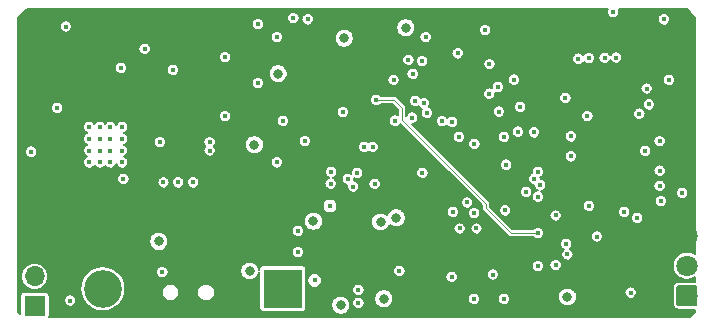
<source format=gbr>
G04 #@! TF.GenerationSoftware,KiCad,Pcbnew,5.1.0*
G04 #@! TF.CreationDate,2019-04-01T22:05:57-06:00*
G04 #@! TF.ProjectId,minisumo-FreeRTOS,6d696e69-7375-46d6-9f2d-467265655254,rev?*
G04 #@! TF.SameCoordinates,Original*
G04 #@! TF.FileFunction,Copper,L3,Inr*
G04 #@! TF.FilePolarity,Positive*
%FSLAX46Y46*%
G04 Gerber Fmt 4.6, Leading zero omitted, Abs format (unit mm)*
G04 Created by KiCad (PCBNEW 5.1.0) date 2019-04-01 22:05:57*
%MOMM*%
%LPD*%
G04 APERTURE LIST*
%ADD10R,3.200000X3.200000*%
%ADD11O,3.200000X3.200000*%
%ADD12C,0.100000*%
%ADD13C,1.800000*%
%ADD14R,1.700000X1.700000*%
%ADD15O,1.700000X1.700000*%
%ADD16C,0.800000*%
%ADD17C,0.450000*%
%ADD18C,0.200000*%
G04 APERTURE END LIST*
D10*
X133000000Y-108000000D03*
D11*
X117760000Y-108000000D03*
D12*
G36*
X167874324Y-107701205D02*
G01*
X167898612Y-107704808D01*
X167922429Y-107710774D01*
X167945547Y-107719045D01*
X167967743Y-107729543D01*
X167988804Y-107742166D01*
X168008525Y-107756793D01*
X168026718Y-107773282D01*
X168043207Y-107791475D01*
X168057834Y-107811196D01*
X168070457Y-107832257D01*
X168080955Y-107854453D01*
X168089226Y-107877571D01*
X168095192Y-107901388D01*
X168098795Y-107925676D01*
X168100000Y-107950200D01*
X168100000Y-109249800D01*
X168098795Y-109274324D01*
X168095192Y-109298612D01*
X168089226Y-109322429D01*
X168080955Y-109345547D01*
X168070457Y-109367743D01*
X168057834Y-109388804D01*
X168043207Y-109408525D01*
X168026718Y-109426718D01*
X168008525Y-109443207D01*
X167988804Y-109457834D01*
X167967743Y-109470457D01*
X167945547Y-109480955D01*
X167922429Y-109489226D01*
X167898612Y-109495192D01*
X167874324Y-109498795D01*
X167849800Y-109500000D01*
X166550200Y-109500000D01*
X166525676Y-109498795D01*
X166501388Y-109495192D01*
X166477571Y-109489226D01*
X166454453Y-109480955D01*
X166432257Y-109470457D01*
X166411196Y-109457834D01*
X166391475Y-109443207D01*
X166373282Y-109426718D01*
X166356793Y-109408525D01*
X166342166Y-109388804D01*
X166329543Y-109367743D01*
X166319045Y-109345547D01*
X166310774Y-109322429D01*
X166304808Y-109298612D01*
X166301205Y-109274324D01*
X166300000Y-109249800D01*
X166300000Y-107950200D01*
X166301205Y-107925676D01*
X166304808Y-107901388D01*
X166310774Y-107877571D01*
X166319045Y-107854453D01*
X166329543Y-107832257D01*
X166342166Y-107811196D01*
X166356793Y-107791475D01*
X166373282Y-107773282D01*
X166391475Y-107756793D01*
X166411196Y-107742166D01*
X166432257Y-107729543D01*
X166454453Y-107719045D01*
X166477571Y-107710774D01*
X166501388Y-107704808D01*
X166525676Y-107701205D01*
X166550200Y-107700000D01*
X167849800Y-107700000D01*
X167874324Y-107701205D01*
X167874324Y-107701205D01*
G37*
D13*
X167200000Y-108600000D03*
X167200000Y-106060000D03*
X167200000Y-103520000D03*
D14*
X112000000Y-109500000D03*
D15*
X112000000Y-106960000D03*
D16*
X141555000Y-108850000D03*
X137900000Y-109400000D03*
X130200000Y-106500000D03*
X141275144Y-102350021D03*
X157100000Y-108700000D03*
D17*
X111700000Y-96400000D03*
X122800000Y-106600000D03*
X115000000Y-109000000D03*
X132500000Y-86700000D03*
X135100000Y-85200000D03*
X119400000Y-94300000D03*
X118400000Y-94300000D03*
X117500000Y-94300000D03*
X116600000Y-94300000D03*
X125400000Y-99000000D03*
X124150000Y-99000000D03*
X122900000Y-99000000D03*
X118400000Y-95300000D03*
X117500000Y-95300000D03*
X119400000Y-95300000D03*
X116600000Y-95300000D03*
X117500000Y-97300000D03*
X119400000Y-97300000D03*
X118400000Y-96300000D03*
X117500000Y-96300000D03*
X119400000Y-96300000D03*
X116600000Y-97300000D03*
X116600000Y-96300000D03*
X118400000Y-97300000D03*
X114635000Y-85800000D03*
X128120000Y-88400000D03*
X128120000Y-93400000D03*
X119400000Y-97300000D03*
X119500000Y-98700000D03*
X126800000Y-95600000D03*
X126800000Y-96300000D03*
X139400000Y-108100000D03*
X139400000Y-109200000D03*
X145095000Y-86700000D03*
X140600000Y-96000000D03*
X139900000Y-96000000D03*
X144200000Y-92100000D03*
X149175000Y-108850000D03*
X151715000Y-108850000D03*
X151715000Y-95150000D03*
X151300000Y-93000000D03*
X150787500Y-106800000D03*
X134287500Y-103100000D03*
X152555000Y-90300000D03*
X149223368Y-95733270D03*
X147400000Y-101500000D03*
X163800000Y-91050000D03*
X140775021Y-99122975D03*
X165000000Y-100575000D03*
X147975000Y-102900000D03*
X157100000Y-105100000D03*
X157387500Y-96800000D03*
X157400000Y-95100000D03*
X158787500Y-93400000D03*
X134287500Y-104900000D03*
X157000000Y-104200000D03*
X156100000Y-106000000D03*
X134874990Y-95497468D03*
X113900000Y-92675000D03*
X166825000Y-99887500D03*
X150125000Y-86100000D03*
X156925000Y-91850000D03*
X165675000Y-90325000D03*
X165275000Y-85200000D03*
X158900000Y-88475000D03*
X162450000Y-108325000D03*
X158925000Y-100975000D03*
X160250000Y-88450000D03*
D16*
X130600000Y-95800000D03*
X143400000Y-85900000D03*
X132600000Y-89800000D03*
D17*
X142873135Y-106498454D03*
X135700000Y-107300000D03*
D16*
X142600000Y-102000000D03*
D17*
X136999837Y-100995883D03*
X127600000Y-96200000D03*
X128400000Y-96200000D03*
X129100000Y-102700000D03*
X128000000Y-102700000D03*
X127000000Y-102700000D03*
X135100000Y-90300000D03*
X112095000Y-91200000D03*
X121905000Y-85800000D03*
X127000000Y-85100000D03*
X126900000Y-90600000D03*
X134120000Y-92000000D03*
X133800000Y-88524989D03*
X129100000Y-103600000D03*
X127000000Y-103600000D03*
X128000000Y-103600000D03*
X148905000Y-90300000D03*
X144000000Y-90900000D03*
X150700000Y-93774998D03*
X146700000Y-101800000D03*
X132519166Y-102844398D03*
X161445000Y-90300000D03*
X142330201Y-97475010D03*
X144535730Y-100333924D03*
X167000000Y-86150000D03*
X161400000Y-100575000D03*
X146400000Y-102900000D03*
X155812500Y-96800000D03*
X155825000Y-95100000D03*
X157212500Y-93400000D03*
X132712500Y-104900000D03*
X152500000Y-103900000D03*
X153300000Y-106000000D03*
X147700000Y-85625000D03*
X166900000Y-95900000D03*
X162775000Y-85250000D03*
X160475000Y-104650000D03*
X147300000Y-107000000D03*
X150500000Y-89000000D03*
X164000000Y-92400000D03*
D16*
X135600000Y-102300000D03*
X138200000Y-86800010D03*
D17*
X138949978Y-99349284D03*
X138500000Y-98700000D03*
X147905000Y-95150000D03*
X147334827Y-93865173D03*
X151200000Y-90900000D03*
X150490904Y-91478751D03*
X144000000Y-89800000D03*
X153093387Y-92593409D03*
X151900000Y-97500000D03*
X144800000Y-88724979D03*
X154270243Y-94760102D03*
X158025000Y-88525000D03*
X149400000Y-102900000D03*
X163000000Y-102000000D03*
X161225000Y-88425000D03*
X149200000Y-101600000D03*
X161900000Y-101500000D03*
X160975000Y-84575000D03*
X142500000Y-93774998D03*
X147800000Y-88075002D03*
X142376234Y-90310768D03*
X143950011Y-93513112D03*
X145200000Y-93100000D03*
X146484827Y-93815173D03*
X144824990Y-98200000D03*
X143640856Y-88628799D03*
X144948960Y-92308078D03*
X154600000Y-100200000D03*
X164900000Y-99300000D03*
X153600000Y-99800000D03*
X164900000Y-98000000D03*
X154800000Y-99200000D03*
X163675010Y-96330265D03*
X154300000Y-98700000D03*
X164900000Y-95500000D03*
X154600000Y-98100000D03*
X163192478Y-93179274D03*
X130900000Y-90600000D03*
X130900000Y-85600000D03*
X138075010Y-93057781D03*
X133900000Y-85100000D03*
D16*
X122500000Y-104000000D03*
D17*
X159583660Y-103580860D03*
X156100000Y-101800000D03*
X139300000Y-98200000D03*
X151822678Y-101375010D03*
X152900000Y-94700000D03*
X154600000Y-106100000D03*
X148600000Y-100700000D03*
X140900000Y-92000000D03*
X154600000Y-103300000D03*
X122600000Y-95600000D03*
X123686389Y-89473186D03*
X121300000Y-87700000D03*
X119300000Y-89300000D03*
X133000000Y-93800000D03*
X137095778Y-98098424D03*
X132500000Y-97300000D03*
X137051654Y-99097129D03*
D12*
X142400000Y-92000000D02*
X140900000Y-92000000D01*
X154600000Y-103300000D02*
X152300000Y-103300000D01*
X150200000Y-100800000D02*
X143100000Y-93700000D01*
X152300000Y-103300000D02*
X150200000Y-101200000D01*
X150200000Y-101200000D02*
X150200000Y-100800000D01*
X143100000Y-93700000D02*
X143100000Y-92700000D01*
X143100000Y-92700000D02*
X142400000Y-92000000D01*
D18*
G36*
X160509751Y-84326319D02*
G01*
X160470176Y-84421863D01*
X160450000Y-84523292D01*
X160450000Y-84626708D01*
X160470176Y-84728137D01*
X160509751Y-84823681D01*
X160567206Y-84909668D01*
X160640332Y-84982794D01*
X160726319Y-85040249D01*
X160821863Y-85079824D01*
X160923292Y-85100000D01*
X161026708Y-85100000D01*
X161128137Y-85079824D01*
X161223681Y-85040249D01*
X161309668Y-84982794D01*
X161382794Y-84909668D01*
X161440249Y-84823681D01*
X161479824Y-84728137D01*
X161500000Y-84626708D01*
X161500000Y-84523292D01*
X161479824Y-84421863D01*
X161440249Y-84326319D01*
X161439368Y-84325000D01*
X167183578Y-84325000D01*
X167900000Y-85041422D01*
X167900000Y-105084498D01*
X167768413Y-104996574D01*
X167550027Y-104906116D01*
X167318190Y-104860000D01*
X167081810Y-104860000D01*
X166849973Y-104906116D01*
X166631587Y-104996574D01*
X166435045Y-105127899D01*
X166267899Y-105295045D01*
X166136574Y-105491587D01*
X166046116Y-105709973D01*
X166000000Y-105941810D01*
X166000000Y-106178190D01*
X166046116Y-106410027D01*
X166136574Y-106628413D01*
X166267899Y-106824955D01*
X166435045Y-106992101D01*
X166631587Y-107123426D01*
X166849973Y-107213884D01*
X167081810Y-107260000D01*
X167318190Y-107260000D01*
X167550027Y-107213884D01*
X167768413Y-107123426D01*
X167900000Y-107035502D01*
X167900000Y-107403493D01*
X167849800Y-107398549D01*
X166550200Y-107398549D01*
X166442578Y-107409149D01*
X166339092Y-107440541D01*
X166243719Y-107491519D01*
X166160124Y-107560124D01*
X166091519Y-107643719D01*
X166040541Y-107739092D01*
X166009149Y-107842578D01*
X165998549Y-107950200D01*
X165998549Y-109249800D01*
X166009149Y-109357422D01*
X166040541Y-109460908D01*
X166091519Y-109556281D01*
X166160124Y-109639876D01*
X166243719Y-109708481D01*
X166339092Y-109759459D01*
X166442578Y-109790851D01*
X166550200Y-109801451D01*
X167849800Y-109801451D01*
X167900000Y-109796507D01*
X167900000Y-109958578D01*
X167458578Y-110400000D01*
X113247010Y-110400000D01*
X113251935Y-110350000D01*
X113251935Y-108948292D01*
X114475000Y-108948292D01*
X114475000Y-109051708D01*
X114495176Y-109153137D01*
X114534751Y-109248681D01*
X114592206Y-109334668D01*
X114665332Y-109407794D01*
X114751319Y-109465249D01*
X114846863Y-109504824D01*
X114948292Y-109525000D01*
X115051708Y-109525000D01*
X115153137Y-109504824D01*
X115248681Y-109465249D01*
X115334668Y-109407794D01*
X115407794Y-109334668D01*
X115465249Y-109248681D01*
X115504824Y-109153137D01*
X115525000Y-109051708D01*
X115525000Y-108948292D01*
X115504824Y-108846863D01*
X115465249Y-108751319D01*
X115407794Y-108665332D01*
X115334668Y-108592206D01*
X115248681Y-108534751D01*
X115153137Y-108495176D01*
X115051708Y-108475000D01*
X114948292Y-108475000D01*
X114846863Y-108495176D01*
X114751319Y-108534751D01*
X114665332Y-108592206D01*
X114592206Y-108665332D01*
X114534751Y-108751319D01*
X114495176Y-108846863D01*
X114475000Y-108948292D01*
X113251935Y-108948292D01*
X113251935Y-108650000D01*
X113244212Y-108571586D01*
X113221340Y-108496186D01*
X113184197Y-108426697D01*
X113134211Y-108365789D01*
X113073303Y-108315803D01*
X113003814Y-108278660D01*
X112928414Y-108255788D01*
X112850000Y-108248065D01*
X111150000Y-108248065D01*
X111071586Y-108255788D01*
X110996186Y-108278660D01*
X110926697Y-108315803D01*
X110865789Y-108365789D01*
X110815803Y-108426697D01*
X110778660Y-108496186D01*
X110755788Y-108571586D01*
X110748065Y-108650000D01*
X110748065Y-110106643D01*
X110600000Y-109958578D01*
X110600000Y-106960000D01*
X110844436Y-106960000D01*
X110866640Y-107185439D01*
X110932398Y-107402215D01*
X111039184Y-107601997D01*
X111182893Y-107777107D01*
X111358003Y-107920816D01*
X111557785Y-108027602D01*
X111774561Y-108093360D01*
X111943508Y-108110000D01*
X112056492Y-108110000D01*
X112225439Y-108093360D01*
X112442215Y-108027602D01*
X112493854Y-108000000D01*
X115850807Y-108000000D01*
X115887492Y-108372465D01*
X115996136Y-108730617D01*
X116172564Y-109060691D01*
X116409997Y-109350003D01*
X116699309Y-109587436D01*
X117029383Y-109763864D01*
X117387535Y-109872508D01*
X117666663Y-109900000D01*
X117853337Y-109900000D01*
X118132465Y-109872508D01*
X118490617Y-109763864D01*
X118820691Y-109587436D01*
X119110003Y-109350003D01*
X119347436Y-109060691D01*
X119523864Y-108730617D01*
X119632508Y-108372465D01*
X119643966Y-108256131D01*
X122750000Y-108256131D01*
X122750000Y-108403869D01*
X122778822Y-108548767D01*
X122835359Y-108685258D01*
X122917437Y-108808097D01*
X123021903Y-108912563D01*
X123144742Y-108994641D01*
X123281233Y-109051178D01*
X123426131Y-109080000D01*
X123573869Y-109080000D01*
X123718767Y-109051178D01*
X123855258Y-108994641D01*
X123978097Y-108912563D01*
X124082563Y-108808097D01*
X124164641Y-108685258D01*
X124221178Y-108548767D01*
X124250000Y-108403869D01*
X124250000Y-108256131D01*
X125750000Y-108256131D01*
X125750000Y-108403869D01*
X125778822Y-108548767D01*
X125835359Y-108685258D01*
X125917437Y-108808097D01*
X126021903Y-108912563D01*
X126144742Y-108994641D01*
X126281233Y-109051178D01*
X126426131Y-109080000D01*
X126573869Y-109080000D01*
X126718767Y-109051178D01*
X126855258Y-108994641D01*
X126978097Y-108912563D01*
X127082563Y-108808097D01*
X127164641Y-108685258D01*
X127221178Y-108548767D01*
X127250000Y-108403869D01*
X127250000Y-108256131D01*
X127221178Y-108111233D01*
X127164641Y-107974742D01*
X127082563Y-107851903D01*
X126978097Y-107747437D01*
X126855258Y-107665359D01*
X126718767Y-107608822D01*
X126573869Y-107580000D01*
X126426131Y-107580000D01*
X126281233Y-107608822D01*
X126144742Y-107665359D01*
X126021903Y-107747437D01*
X125917437Y-107851903D01*
X125835359Y-107974742D01*
X125778822Y-108111233D01*
X125750000Y-108256131D01*
X124250000Y-108256131D01*
X124221178Y-108111233D01*
X124164641Y-107974742D01*
X124082563Y-107851903D01*
X123978097Y-107747437D01*
X123855258Y-107665359D01*
X123718767Y-107608822D01*
X123573869Y-107580000D01*
X123426131Y-107580000D01*
X123281233Y-107608822D01*
X123144742Y-107665359D01*
X123021903Y-107747437D01*
X122917437Y-107851903D01*
X122835359Y-107974742D01*
X122778822Y-108111233D01*
X122750000Y-108256131D01*
X119643966Y-108256131D01*
X119669193Y-108000000D01*
X119632508Y-107627535D01*
X119523864Y-107269383D01*
X119347436Y-106939309D01*
X119110003Y-106649997D01*
X118986076Y-106548292D01*
X122275000Y-106548292D01*
X122275000Y-106651708D01*
X122295176Y-106753137D01*
X122334751Y-106848681D01*
X122392206Y-106934668D01*
X122465332Y-107007794D01*
X122551319Y-107065249D01*
X122646863Y-107104824D01*
X122748292Y-107125000D01*
X122851708Y-107125000D01*
X122953137Y-107104824D01*
X123048681Y-107065249D01*
X123134668Y-107007794D01*
X123207794Y-106934668D01*
X123265249Y-106848681D01*
X123304824Y-106753137D01*
X123325000Y-106651708D01*
X123325000Y-106548292D01*
X123304824Y-106446863D01*
X123294198Y-106421207D01*
X129400000Y-106421207D01*
X129400000Y-106578793D01*
X129430743Y-106733351D01*
X129491049Y-106878942D01*
X129578599Y-107009970D01*
X129690030Y-107121401D01*
X129821058Y-107208951D01*
X129966649Y-107269257D01*
X130121207Y-107300000D01*
X130278793Y-107300000D01*
X130433351Y-107269257D01*
X130578942Y-107208951D01*
X130709970Y-107121401D01*
X130821401Y-107009970D01*
X130908951Y-106878942D01*
X130969257Y-106733351D01*
X130998065Y-106588521D01*
X130998065Y-109600000D01*
X131005788Y-109678414D01*
X131028660Y-109753814D01*
X131065803Y-109823303D01*
X131115789Y-109884211D01*
X131176697Y-109934197D01*
X131246186Y-109971340D01*
X131321586Y-109994212D01*
X131400000Y-110001935D01*
X134600000Y-110001935D01*
X134678414Y-109994212D01*
X134753814Y-109971340D01*
X134823303Y-109934197D01*
X134884211Y-109884211D01*
X134934197Y-109823303D01*
X134971340Y-109753814D01*
X134994212Y-109678414D01*
X135001935Y-109600000D01*
X135001935Y-109321207D01*
X137100000Y-109321207D01*
X137100000Y-109478793D01*
X137130743Y-109633351D01*
X137191049Y-109778942D01*
X137278599Y-109909970D01*
X137390030Y-110021401D01*
X137521058Y-110108951D01*
X137666649Y-110169257D01*
X137821207Y-110200000D01*
X137978793Y-110200000D01*
X138133351Y-110169257D01*
X138278942Y-110108951D01*
X138409970Y-110021401D01*
X138521401Y-109909970D01*
X138608951Y-109778942D01*
X138669257Y-109633351D01*
X138700000Y-109478793D01*
X138700000Y-109321207D01*
X138669257Y-109166649D01*
X138661654Y-109148292D01*
X138875000Y-109148292D01*
X138875000Y-109251708D01*
X138895176Y-109353137D01*
X138934751Y-109448681D01*
X138992206Y-109534668D01*
X139065332Y-109607794D01*
X139151319Y-109665249D01*
X139246863Y-109704824D01*
X139348292Y-109725000D01*
X139451708Y-109725000D01*
X139553137Y-109704824D01*
X139648681Y-109665249D01*
X139734668Y-109607794D01*
X139807794Y-109534668D01*
X139865249Y-109448681D01*
X139904824Y-109353137D01*
X139925000Y-109251708D01*
X139925000Y-109148292D01*
X139904824Y-109046863D01*
X139865249Y-108951319D01*
X139807794Y-108865332D01*
X139734668Y-108792206D01*
X139703241Y-108771207D01*
X140755000Y-108771207D01*
X140755000Y-108928793D01*
X140785743Y-109083351D01*
X140846049Y-109228942D01*
X140933599Y-109359970D01*
X141045030Y-109471401D01*
X141176058Y-109558951D01*
X141321649Y-109619257D01*
X141476207Y-109650000D01*
X141633793Y-109650000D01*
X141788351Y-109619257D01*
X141933942Y-109558951D01*
X142064970Y-109471401D01*
X142176401Y-109359970D01*
X142263951Y-109228942D01*
X142324257Y-109083351D01*
X142355000Y-108928793D01*
X142355000Y-108798292D01*
X148650000Y-108798292D01*
X148650000Y-108901708D01*
X148670176Y-109003137D01*
X148709751Y-109098681D01*
X148767206Y-109184668D01*
X148840332Y-109257794D01*
X148926319Y-109315249D01*
X149021863Y-109354824D01*
X149123292Y-109375000D01*
X149226708Y-109375000D01*
X149328137Y-109354824D01*
X149423681Y-109315249D01*
X149509668Y-109257794D01*
X149582794Y-109184668D01*
X149640249Y-109098681D01*
X149679824Y-109003137D01*
X149700000Y-108901708D01*
X149700000Y-108798292D01*
X151190000Y-108798292D01*
X151190000Y-108901708D01*
X151210176Y-109003137D01*
X151249751Y-109098681D01*
X151307206Y-109184668D01*
X151380332Y-109257794D01*
X151466319Y-109315249D01*
X151561863Y-109354824D01*
X151663292Y-109375000D01*
X151766708Y-109375000D01*
X151868137Y-109354824D01*
X151963681Y-109315249D01*
X152049668Y-109257794D01*
X152122794Y-109184668D01*
X152180249Y-109098681D01*
X152219824Y-109003137D01*
X152240000Y-108901708D01*
X152240000Y-108798292D01*
X152219824Y-108696863D01*
X152188487Y-108621207D01*
X156300000Y-108621207D01*
X156300000Y-108778793D01*
X156330743Y-108933351D01*
X156391049Y-109078942D01*
X156478599Y-109209970D01*
X156590030Y-109321401D01*
X156721058Y-109408951D01*
X156866649Y-109469257D01*
X157021207Y-109500000D01*
X157178793Y-109500000D01*
X157333351Y-109469257D01*
X157478942Y-109408951D01*
X157609970Y-109321401D01*
X157721401Y-109209970D01*
X157808951Y-109078942D01*
X157869257Y-108933351D01*
X157900000Y-108778793D01*
X157900000Y-108621207D01*
X157869257Y-108466649D01*
X157808951Y-108321058D01*
X157777035Y-108273292D01*
X161925000Y-108273292D01*
X161925000Y-108376708D01*
X161945176Y-108478137D01*
X161984751Y-108573681D01*
X162042206Y-108659668D01*
X162115332Y-108732794D01*
X162201319Y-108790249D01*
X162296863Y-108829824D01*
X162398292Y-108850000D01*
X162501708Y-108850000D01*
X162603137Y-108829824D01*
X162698681Y-108790249D01*
X162784668Y-108732794D01*
X162857794Y-108659668D01*
X162915249Y-108573681D01*
X162954824Y-108478137D01*
X162975000Y-108376708D01*
X162975000Y-108273292D01*
X162954824Y-108171863D01*
X162915249Y-108076319D01*
X162857794Y-107990332D01*
X162784668Y-107917206D01*
X162698681Y-107859751D01*
X162603137Y-107820176D01*
X162501708Y-107800000D01*
X162398292Y-107800000D01*
X162296863Y-107820176D01*
X162201319Y-107859751D01*
X162115332Y-107917206D01*
X162042206Y-107990332D01*
X161984751Y-108076319D01*
X161945176Y-108171863D01*
X161925000Y-108273292D01*
X157777035Y-108273292D01*
X157721401Y-108190030D01*
X157609970Y-108078599D01*
X157478942Y-107991049D01*
X157333351Y-107930743D01*
X157178793Y-107900000D01*
X157021207Y-107900000D01*
X156866649Y-107930743D01*
X156721058Y-107991049D01*
X156590030Y-108078599D01*
X156478599Y-108190030D01*
X156391049Y-108321058D01*
X156330743Y-108466649D01*
X156300000Y-108621207D01*
X152188487Y-108621207D01*
X152180249Y-108601319D01*
X152122794Y-108515332D01*
X152049668Y-108442206D01*
X151963681Y-108384751D01*
X151868137Y-108345176D01*
X151766708Y-108325000D01*
X151663292Y-108325000D01*
X151561863Y-108345176D01*
X151466319Y-108384751D01*
X151380332Y-108442206D01*
X151307206Y-108515332D01*
X151249751Y-108601319D01*
X151210176Y-108696863D01*
X151190000Y-108798292D01*
X149700000Y-108798292D01*
X149679824Y-108696863D01*
X149640249Y-108601319D01*
X149582794Y-108515332D01*
X149509668Y-108442206D01*
X149423681Y-108384751D01*
X149328137Y-108345176D01*
X149226708Y-108325000D01*
X149123292Y-108325000D01*
X149021863Y-108345176D01*
X148926319Y-108384751D01*
X148840332Y-108442206D01*
X148767206Y-108515332D01*
X148709751Y-108601319D01*
X148670176Y-108696863D01*
X148650000Y-108798292D01*
X142355000Y-108798292D01*
X142355000Y-108771207D01*
X142324257Y-108616649D01*
X142263951Y-108471058D01*
X142176401Y-108340030D01*
X142064970Y-108228599D01*
X141933942Y-108141049D01*
X141788351Y-108080743D01*
X141633793Y-108050000D01*
X141476207Y-108050000D01*
X141321649Y-108080743D01*
X141176058Y-108141049D01*
X141045030Y-108228599D01*
X140933599Y-108340030D01*
X140846049Y-108471058D01*
X140785743Y-108616649D01*
X140755000Y-108771207D01*
X139703241Y-108771207D01*
X139648681Y-108734751D01*
X139553137Y-108695176D01*
X139451708Y-108675000D01*
X139348292Y-108675000D01*
X139246863Y-108695176D01*
X139151319Y-108734751D01*
X139065332Y-108792206D01*
X138992206Y-108865332D01*
X138934751Y-108951319D01*
X138895176Y-109046863D01*
X138875000Y-109148292D01*
X138661654Y-109148292D01*
X138608951Y-109021058D01*
X138521401Y-108890030D01*
X138409970Y-108778599D01*
X138278942Y-108691049D01*
X138133351Y-108630743D01*
X137978793Y-108600000D01*
X137821207Y-108600000D01*
X137666649Y-108630743D01*
X137521058Y-108691049D01*
X137390030Y-108778599D01*
X137278599Y-108890030D01*
X137191049Y-109021058D01*
X137130743Y-109166649D01*
X137100000Y-109321207D01*
X135001935Y-109321207D01*
X135001935Y-108048292D01*
X138875000Y-108048292D01*
X138875000Y-108151708D01*
X138895176Y-108253137D01*
X138934751Y-108348681D01*
X138992206Y-108434668D01*
X139065332Y-108507794D01*
X139151319Y-108565249D01*
X139246863Y-108604824D01*
X139348292Y-108625000D01*
X139451708Y-108625000D01*
X139553137Y-108604824D01*
X139648681Y-108565249D01*
X139734668Y-108507794D01*
X139807794Y-108434668D01*
X139865249Y-108348681D01*
X139904824Y-108253137D01*
X139925000Y-108151708D01*
X139925000Y-108048292D01*
X139904824Y-107946863D01*
X139865249Y-107851319D01*
X139807794Y-107765332D01*
X139734668Y-107692206D01*
X139648681Y-107634751D01*
X139553137Y-107595176D01*
X139451708Y-107575000D01*
X139348292Y-107575000D01*
X139246863Y-107595176D01*
X139151319Y-107634751D01*
X139065332Y-107692206D01*
X138992206Y-107765332D01*
X138934751Y-107851319D01*
X138895176Y-107946863D01*
X138875000Y-108048292D01*
X135001935Y-108048292D01*
X135001935Y-107238443D01*
X135075000Y-107238443D01*
X135075000Y-107361557D01*
X135099019Y-107482306D01*
X135146132Y-107596048D01*
X135214531Y-107698414D01*
X135301586Y-107785469D01*
X135403952Y-107853868D01*
X135517694Y-107900981D01*
X135638443Y-107925000D01*
X135761557Y-107925000D01*
X135882306Y-107900981D01*
X135996048Y-107853868D01*
X136098414Y-107785469D01*
X136185469Y-107698414D01*
X136253868Y-107596048D01*
X136300981Y-107482306D01*
X136325000Y-107361557D01*
X136325000Y-107238443D01*
X136300981Y-107117694D01*
X136253868Y-107003952D01*
X136185469Y-106901586D01*
X136098414Y-106814531D01*
X135996048Y-106746132D01*
X135882306Y-106699019D01*
X135761557Y-106675000D01*
X135638443Y-106675000D01*
X135517694Y-106699019D01*
X135403952Y-106746132D01*
X135301586Y-106814531D01*
X135214531Y-106901586D01*
X135146132Y-107003952D01*
X135099019Y-107117694D01*
X135075000Y-107238443D01*
X135001935Y-107238443D01*
X135001935Y-106446746D01*
X142348135Y-106446746D01*
X142348135Y-106550162D01*
X142368311Y-106651591D01*
X142407886Y-106747135D01*
X142465341Y-106833122D01*
X142538467Y-106906248D01*
X142624454Y-106963703D01*
X142719998Y-107003278D01*
X142821427Y-107023454D01*
X142924843Y-107023454D01*
X143026272Y-107003278D01*
X143121816Y-106963703D01*
X143144880Y-106948292D01*
X146775000Y-106948292D01*
X146775000Y-107051708D01*
X146795176Y-107153137D01*
X146834751Y-107248681D01*
X146892206Y-107334668D01*
X146965332Y-107407794D01*
X147051319Y-107465249D01*
X147146863Y-107504824D01*
X147248292Y-107525000D01*
X147351708Y-107525000D01*
X147453137Y-107504824D01*
X147548681Y-107465249D01*
X147634668Y-107407794D01*
X147707794Y-107334668D01*
X147765249Y-107248681D01*
X147804824Y-107153137D01*
X147825000Y-107051708D01*
X147825000Y-106948292D01*
X147804824Y-106846863D01*
X147765249Y-106751319D01*
X147763227Y-106748292D01*
X150262500Y-106748292D01*
X150262500Y-106851708D01*
X150282676Y-106953137D01*
X150322251Y-107048681D01*
X150379706Y-107134668D01*
X150452832Y-107207794D01*
X150538819Y-107265249D01*
X150634363Y-107304824D01*
X150735792Y-107325000D01*
X150839208Y-107325000D01*
X150940637Y-107304824D01*
X151036181Y-107265249D01*
X151122168Y-107207794D01*
X151195294Y-107134668D01*
X151252749Y-107048681D01*
X151292324Y-106953137D01*
X151312500Y-106851708D01*
X151312500Y-106748292D01*
X151292324Y-106646863D01*
X151252749Y-106551319D01*
X151195294Y-106465332D01*
X151122168Y-106392206D01*
X151036181Y-106334751D01*
X150940637Y-106295176D01*
X150839208Y-106275000D01*
X150735792Y-106275000D01*
X150634363Y-106295176D01*
X150538819Y-106334751D01*
X150452832Y-106392206D01*
X150379706Y-106465332D01*
X150322251Y-106551319D01*
X150282676Y-106646863D01*
X150262500Y-106748292D01*
X147763227Y-106748292D01*
X147707794Y-106665332D01*
X147634668Y-106592206D01*
X147548681Y-106534751D01*
X147453137Y-106495176D01*
X147351708Y-106475000D01*
X147248292Y-106475000D01*
X147146863Y-106495176D01*
X147051319Y-106534751D01*
X146965332Y-106592206D01*
X146892206Y-106665332D01*
X146834751Y-106751319D01*
X146795176Y-106846863D01*
X146775000Y-106948292D01*
X143144880Y-106948292D01*
X143207803Y-106906248D01*
X143280929Y-106833122D01*
X143338384Y-106747135D01*
X143377959Y-106651591D01*
X143398135Y-106550162D01*
X143398135Y-106446746D01*
X143377959Y-106345317D01*
X143338384Y-106249773D01*
X143280929Y-106163786D01*
X143207803Y-106090660D01*
X143144396Y-106048292D01*
X154075000Y-106048292D01*
X154075000Y-106151708D01*
X154095176Y-106253137D01*
X154134751Y-106348681D01*
X154192206Y-106434668D01*
X154265332Y-106507794D01*
X154351319Y-106565249D01*
X154446863Y-106604824D01*
X154548292Y-106625000D01*
X154651708Y-106625000D01*
X154753137Y-106604824D01*
X154848681Y-106565249D01*
X154934668Y-106507794D01*
X155007794Y-106434668D01*
X155065249Y-106348681D01*
X155104824Y-106253137D01*
X155125000Y-106151708D01*
X155125000Y-106048292D01*
X155105109Y-105948292D01*
X155575000Y-105948292D01*
X155575000Y-106051708D01*
X155595176Y-106153137D01*
X155634751Y-106248681D01*
X155692206Y-106334668D01*
X155765332Y-106407794D01*
X155851319Y-106465249D01*
X155946863Y-106504824D01*
X156048292Y-106525000D01*
X156151708Y-106525000D01*
X156253137Y-106504824D01*
X156348681Y-106465249D01*
X156434668Y-106407794D01*
X156507794Y-106334668D01*
X156565249Y-106248681D01*
X156604824Y-106153137D01*
X156625000Y-106051708D01*
X156625000Y-105948292D01*
X156604824Y-105846863D01*
X156565249Y-105751319D01*
X156507794Y-105665332D01*
X156434668Y-105592206D01*
X156348681Y-105534751D01*
X156253137Y-105495176D01*
X156151708Y-105475000D01*
X156048292Y-105475000D01*
X155946863Y-105495176D01*
X155851319Y-105534751D01*
X155765332Y-105592206D01*
X155692206Y-105665332D01*
X155634751Y-105751319D01*
X155595176Y-105846863D01*
X155575000Y-105948292D01*
X155105109Y-105948292D01*
X155104824Y-105946863D01*
X155065249Y-105851319D01*
X155007794Y-105765332D01*
X154934668Y-105692206D01*
X154848681Y-105634751D01*
X154753137Y-105595176D01*
X154651708Y-105575000D01*
X154548292Y-105575000D01*
X154446863Y-105595176D01*
X154351319Y-105634751D01*
X154265332Y-105692206D01*
X154192206Y-105765332D01*
X154134751Y-105851319D01*
X154095176Y-105946863D01*
X154075000Y-106048292D01*
X143144396Y-106048292D01*
X143121816Y-106033205D01*
X143026272Y-105993630D01*
X142924843Y-105973454D01*
X142821427Y-105973454D01*
X142719998Y-105993630D01*
X142624454Y-106033205D01*
X142538467Y-106090660D01*
X142465341Y-106163786D01*
X142407886Y-106249773D01*
X142368311Y-106345317D01*
X142348135Y-106446746D01*
X135001935Y-106446746D01*
X135001935Y-106400000D01*
X134994212Y-106321586D01*
X134971340Y-106246186D01*
X134934197Y-106176697D01*
X134884211Y-106115789D01*
X134823303Y-106065803D01*
X134753814Y-106028660D01*
X134678414Y-106005788D01*
X134600000Y-105998065D01*
X131400000Y-105998065D01*
X131321586Y-106005788D01*
X131246186Y-106028660D01*
X131176697Y-106065803D01*
X131115789Y-106115789D01*
X131065803Y-106176697D01*
X131028660Y-106246186D01*
X131005788Y-106321586D01*
X130998065Y-106400000D01*
X130998065Y-106411479D01*
X130969257Y-106266649D01*
X130908951Y-106121058D01*
X130821401Y-105990030D01*
X130709970Y-105878599D01*
X130578942Y-105791049D01*
X130433351Y-105730743D01*
X130278793Y-105700000D01*
X130121207Y-105700000D01*
X129966649Y-105730743D01*
X129821058Y-105791049D01*
X129690030Y-105878599D01*
X129578599Y-105990030D01*
X129491049Y-106121058D01*
X129430743Y-106266649D01*
X129400000Y-106421207D01*
X123294198Y-106421207D01*
X123265249Y-106351319D01*
X123207794Y-106265332D01*
X123134668Y-106192206D01*
X123048681Y-106134751D01*
X122953137Y-106095176D01*
X122851708Y-106075000D01*
X122748292Y-106075000D01*
X122646863Y-106095176D01*
X122551319Y-106134751D01*
X122465332Y-106192206D01*
X122392206Y-106265332D01*
X122334751Y-106351319D01*
X122295176Y-106446863D01*
X122275000Y-106548292D01*
X118986076Y-106548292D01*
X118820691Y-106412564D01*
X118490617Y-106236136D01*
X118132465Y-106127492D01*
X117853337Y-106100000D01*
X117666663Y-106100000D01*
X117387535Y-106127492D01*
X117029383Y-106236136D01*
X116699309Y-106412564D01*
X116409997Y-106649997D01*
X116172564Y-106939309D01*
X115996136Y-107269383D01*
X115887492Y-107627535D01*
X115850807Y-108000000D01*
X112493854Y-108000000D01*
X112641997Y-107920816D01*
X112817107Y-107777107D01*
X112960816Y-107601997D01*
X113067602Y-107402215D01*
X113133360Y-107185439D01*
X113155564Y-106960000D01*
X113133360Y-106734561D01*
X113067602Y-106517785D01*
X112960816Y-106318003D01*
X112817107Y-106142893D01*
X112641997Y-105999184D01*
X112442215Y-105892398D01*
X112225439Y-105826640D01*
X112056492Y-105810000D01*
X111943508Y-105810000D01*
X111774561Y-105826640D01*
X111557785Y-105892398D01*
X111358003Y-105999184D01*
X111182893Y-106142893D01*
X111039184Y-106318003D01*
X110932398Y-106517785D01*
X110866640Y-106734561D01*
X110844436Y-106960000D01*
X110600000Y-106960000D01*
X110600000Y-104848292D01*
X133762500Y-104848292D01*
X133762500Y-104951708D01*
X133782676Y-105053137D01*
X133822251Y-105148681D01*
X133879706Y-105234668D01*
X133952832Y-105307794D01*
X134038819Y-105365249D01*
X134134363Y-105404824D01*
X134235792Y-105425000D01*
X134339208Y-105425000D01*
X134440637Y-105404824D01*
X134536181Y-105365249D01*
X134622168Y-105307794D01*
X134695294Y-105234668D01*
X134752749Y-105148681D01*
X134792324Y-105053137D01*
X134812500Y-104951708D01*
X134812500Y-104848292D01*
X134792324Y-104746863D01*
X134752749Y-104651319D01*
X134695294Y-104565332D01*
X134622168Y-104492206D01*
X134536181Y-104434751D01*
X134440637Y-104395176D01*
X134339208Y-104375000D01*
X134235792Y-104375000D01*
X134134363Y-104395176D01*
X134038819Y-104434751D01*
X133952832Y-104492206D01*
X133879706Y-104565332D01*
X133822251Y-104651319D01*
X133782676Y-104746863D01*
X133762500Y-104848292D01*
X110600000Y-104848292D01*
X110600000Y-103921207D01*
X121700000Y-103921207D01*
X121700000Y-104078793D01*
X121730743Y-104233351D01*
X121791049Y-104378942D01*
X121878599Y-104509970D01*
X121990030Y-104621401D01*
X122121058Y-104708951D01*
X122266649Y-104769257D01*
X122421207Y-104800000D01*
X122578793Y-104800000D01*
X122733351Y-104769257D01*
X122878942Y-104708951D01*
X123009970Y-104621401D01*
X123121401Y-104509970D01*
X123208951Y-104378942D01*
X123269257Y-104233351D01*
X123286176Y-104148292D01*
X156475000Y-104148292D01*
X156475000Y-104251708D01*
X156495176Y-104353137D01*
X156534751Y-104448681D01*
X156592206Y-104534668D01*
X156665332Y-104607794D01*
X156751319Y-104665249D01*
X156784875Y-104679148D01*
X156765332Y-104692206D01*
X156692206Y-104765332D01*
X156634751Y-104851319D01*
X156595176Y-104946863D01*
X156575000Y-105048292D01*
X156575000Y-105151708D01*
X156595176Y-105253137D01*
X156634751Y-105348681D01*
X156692206Y-105434668D01*
X156765332Y-105507794D01*
X156851319Y-105565249D01*
X156946863Y-105604824D01*
X157048292Y-105625000D01*
X157151708Y-105625000D01*
X157253137Y-105604824D01*
X157348681Y-105565249D01*
X157434668Y-105507794D01*
X157507794Y-105434668D01*
X157565249Y-105348681D01*
X157604824Y-105253137D01*
X157625000Y-105151708D01*
X157625000Y-105048292D01*
X157604824Y-104946863D01*
X157565249Y-104851319D01*
X157507794Y-104765332D01*
X157434668Y-104692206D01*
X157348681Y-104634751D01*
X157315125Y-104620852D01*
X157334668Y-104607794D01*
X157407794Y-104534668D01*
X157465249Y-104448681D01*
X157504824Y-104353137D01*
X157525000Y-104251708D01*
X157525000Y-104148292D01*
X157504824Y-104046863D01*
X157465249Y-103951319D01*
X157407794Y-103865332D01*
X157334668Y-103792206D01*
X157248681Y-103734751D01*
X157153137Y-103695176D01*
X157051708Y-103675000D01*
X156948292Y-103675000D01*
X156846863Y-103695176D01*
X156751319Y-103734751D01*
X156665332Y-103792206D01*
X156592206Y-103865332D01*
X156534751Y-103951319D01*
X156495176Y-104046863D01*
X156475000Y-104148292D01*
X123286176Y-104148292D01*
X123300000Y-104078793D01*
X123300000Y-103921207D01*
X123269257Y-103766649D01*
X123208951Y-103621058D01*
X123121401Y-103490030D01*
X123009970Y-103378599D01*
X122878942Y-103291049D01*
X122733351Y-103230743D01*
X122578793Y-103200000D01*
X122421207Y-103200000D01*
X122266649Y-103230743D01*
X122121058Y-103291049D01*
X121990030Y-103378599D01*
X121878599Y-103490030D01*
X121791049Y-103621058D01*
X121730743Y-103766649D01*
X121700000Y-103921207D01*
X110600000Y-103921207D01*
X110600000Y-103048292D01*
X133762500Y-103048292D01*
X133762500Y-103151708D01*
X133782676Y-103253137D01*
X133822251Y-103348681D01*
X133879706Y-103434668D01*
X133952832Y-103507794D01*
X134038819Y-103565249D01*
X134134363Y-103604824D01*
X134235792Y-103625000D01*
X134339208Y-103625000D01*
X134440637Y-103604824D01*
X134536181Y-103565249D01*
X134622168Y-103507794D01*
X134695294Y-103434668D01*
X134752749Y-103348681D01*
X134792324Y-103253137D01*
X134812500Y-103151708D01*
X134812500Y-103048292D01*
X134792324Y-102946863D01*
X134752749Y-102851319D01*
X134695294Y-102765332D01*
X134622168Y-102692206D01*
X134536181Y-102634751D01*
X134440637Y-102595176D01*
X134339208Y-102575000D01*
X134235792Y-102575000D01*
X134134363Y-102595176D01*
X134038819Y-102634751D01*
X133952832Y-102692206D01*
X133879706Y-102765332D01*
X133822251Y-102851319D01*
X133782676Y-102946863D01*
X133762500Y-103048292D01*
X110600000Y-103048292D01*
X110600000Y-102221207D01*
X134800000Y-102221207D01*
X134800000Y-102378793D01*
X134830743Y-102533351D01*
X134891049Y-102678942D01*
X134978599Y-102809970D01*
X135090030Y-102921401D01*
X135221058Y-103008951D01*
X135366649Y-103069257D01*
X135521207Y-103100000D01*
X135678793Y-103100000D01*
X135833351Y-103069257D01*
X135978942Y-103008951D01*
X136109970Y-102921401D01*
X136221401Y-102809970D01*
X136308951Y-102678942D01*
X136369257Y-102533351D01*
X136400000Y-102378793D01*
X136400000Y-102271228D01*
X140475144Y-102271228D01*
X140475144Y-102428814D01*
X140505887Y-102583372D01*
X140566193Y-102728963D01*
X140653743Y-102859991D01*
X140765174Y-102971422D01*
X140896202Y-103058972D01*
X141041793Y-103119278D01*
X141196351Y-103150021D01*
X141353937Y-103150021D01*
X141508495Y-103119278D01*
X141654086Y-103058972D01*
X141785114Y-102971422D01*
X141896545Y-102859991D01*
X141904362Y-102848292D01*
X147450000Y-102848292D01*
X147450000Y-102951708D01*
X147470176Y-103053137D01*
X147509751Y-103148681D01*
X147567206Y-103234668D01*
X147640332Y-103307794D01*
X147726319Y-103365249D01*
X147821863Y-103404824D01*
X147923292Y-103425000D01*
X148026708Y-103425000D01*
X148128137Y-103404824D01*
X148223681Y-103365249D01*
X148309668Y-103307794D01*
X148382794Y-103234668D01*
X148440249Y-103148681D01*
X148479824Y-103053137D01*
X148500000Y-102951708D01*
X148500000Y-102848292D01*
X148875000Y-102848292D01*
X148875000Y-102951708D01*
X148895176Y-103053137D01*
X148934751Y-103148681D01*
X148992206Y-103234668D01*
X149065332Y-103307794D01*
X149151319Y-103365249D01*
X149246863Y-103404824D01*
X149348292Y-103425000D01*
X149451708Y-103425000D01*
X149553137Y-103404824D01*
X149648681Y-103365249D01*
X149734668Y-103307794D01*
X149807794Y-103234668D01*
X149865249Y-103148681D01*
X149904824Y-103053137D01*
X149925000Y-102951708D01*
X149925000Y-102848292D01*
X149904824Y-102746863D01*
X149865249Y-102651319D01*
X149807794Y-102565332D01*
X149734668Y-102492206D01*
X149648681Y-102434751D01*
X149553137Y-102395176D01*
X149451708Y-102375000D01*
X149348292Y-102375000D01*
X149246863Y-102395176D01*
X149151319Y-102434751D01*
X149065332Y-102492206D01*
X148992206Y-102565332D01*
X148934751Y-102651319D01*
X148895176Y-102746863D01*
X148875000Y-102848292D01*
X148500000Y-102848292D01*
X148479824Y-102746863D01*
X148440249Y-102651319D01*
X148382794Y-102565332D01*
X148309668Y-102492206D01*
X148223681Y-102434751D01*
X148128137Y-102395176D01*
X148026708Y-102375000D01*
X147923292Y-102375000D01*
X147821863Y-102395176D01*
X147726319Y-102434751D01*
X147640332Y-102492206D01*
X147567206Y-102565332D01*
X147509751Y-102651319D01*
X147470176Y-102746863D01*
X147450000Y-102848292D01*
X141904362Y-102848292D01*
X141984095Y-102728963D01*
X142044401Y-102583372D01*
X142045662Y-102577033D01*
X142090030Y-102621401D01*
X142221058Y-102708951D01*
X142366649Y-102769257D01*
X142521207Y-102800000D01*
X142678793Y-102800000D01*
X142833351Y-102769257D01*
X142978942Y-102708951D01*
X143109970Y-102621401D01*
X143221401Y-102509970D01*
X143308951Y-102378942D01*
X143369257Y-102233351D01*
X143400000Y-102078793D01*
X143400000Y-101921207D01*
X143369257Y-101766649D01*
X143308951Y-101621058D01*
X143221401Y-101490030D01*
X143179663Y-101448292D01*
X146875000Y-101448292D01*
X146875000Y-101551708D01*
X146895176Y-101653137D01*
X146934751Y-101748681D01*
X146992206Y-101834668D01*
X147065332Y-101907794D01*
X147151319Y-101965249D01*
X147246863Y-102004824D01*
X147348292Y-102025000D01*
X147451708Y-102025000D01*
X147553137Y-102004824D01*
X147648681Y-101965249D01*
X147734668Y-101907794D01*
X147807794Y-101834668D01*
X147865249Y-101748681D01*
X147904824Y-101653137D01*
X147925000Y-101551708D01*
X147925000Y-101548292D01*
X148675000Y-101548292D01*
X148675000Y-101651708D01*
X148695176Y-101753137D01*
X148734751Y-101848681D01*
X148792206Y-101934668D01*
X148865332Y-102007794D01*
X148951319Y-102065249D01*
X149046863Y-102104824D01*
X149148292Y-102125000D01*
X149251708Y-102125000D01*
X149353137Y-102104824D01*
X149448681Y-102065249D01*
X149534668Y-102007794D01*
X149607794Y-101934668D01*
X149665249Y-101848681D01*
X149704824Y-101753137D01*
X149725000Y-101651708D01*
X149725000Y-101548292D01*
X149704824Y-101446863D01*
X149665249Y-101351319D01*
X149607794Y-101265332D01*
X149534668Y-101192206D01*
X149448681Y-101134751D01*
X149353137Y-101095176D01*
X149251708Y-101075000D01*
X149148292Y-101075000D01*
X149046863Y-101095176D01*
X148951319Y-101134751D01*
X148865332Y-101192206D01*
X148792206Y-101265332D01*
X148734751Y-101351319D01*
X148695176Y-101446863D01*
X148675000Y-101548292D01*
X147925000Y-101548292D01*
X147925000Y-101448292D01*
X147904824Y-101346863D01*
X147865249Y-101251319D01*
X147807794Y-101165332D01*
X147734668Y-101092206D01*
X147648681Y-101034751D01*
X147553137Y-100995176D01*
X147451708Y-100975000D01*
X147348292Y-100975000D01*
X147246863Y-100995176D01*
X147151319Y-101034751D01*
X147065332Y-101092206D01*
X146992206Y-101165332D01*
X146934751Y-101251319D01*
X146895176Y-101346863D01*
X146875000Y-101448292D01*
X143179663Y-101448292D01*
X143109970Y-101378599D01*
X142978942Y-101291049D01*
X142833351Y-101230743D01*
X142678793Y-101200000D01*
X142521207Y-101200000D01*
X142366649Y-101230743D01*
X142221058Y-101291049D01*
X142090030Y-101378599D01*
X141978599Y-101490030D01*
X141891049Y-101621058D01*
X141830743Y-101766649D01*
X141829482Y-101772988D01*
X141785114Y-101728620D01*
X141654086Y-101641070D01*
X141508495Y-101580764D01*
X141353937Y-101550021D01*
X141196351Y-101550021D01*
X141041793Y-101580764D01*
X140896202Y-101641070D01*
X140765174Y-101728620D01*
X140653743Y-101840051D01*
X140566193Y-101971079D01*
X140505887Y-102116670D01*
X140475144Y-102271228D01*
X136400000Y-102271228D01*
X136400000Y-102221207D01*
X136369257Y-102066649D01*
X136308951Y-101921058D01*
X136221401Y-101790030D01*
X136109970Y-101678599D01*
X135978942Y-101591049D01*
X135833351Y-101530743D01*
X135678793Y-101500000D01*
X135521207Y-101500000D01*
X135366649Y-101530743D01*
X135221058Y-101591049D01*
X135090030Y-101678599D01*
X134978599Y-101790030D01*
X134891049Y-101921058D01*
X134830743Y-102066649D01*
X134800000Y-102221207D01*
X110600000Y-102221207D01*
X110600000Y-100934326D01*
X136374837Y-100934326D01*
X136374837Y-101057440D01*
X136398856Y-101178189D01*
X136445969Y-101291931D01*
X136514368Y-101394297D01*
X136601423Y-101481352D01*
X136703789Y-101549751D01*
X136817531Y-101596864D01*
X136938280Y-101620883D01*
X137061394Y-101620883D01*
X137182143Y-101596864D01*
X137295885Y-101549751D01*
X137398251Y-101481352D01*
X137485306Y-101394297D01*
X137553705Y-101291931D01*
X137600818Y-101178189D01*
X137624837Y-101057440D01*
X137624837Y-100934326D01*
X137600818Y-100813577D01*
X137553705Y-100699835D01*
X137519265Y-100648292D01*
X148075000Y-100648292D01*
X148075000Y-100751708D01*
X148095176Y-100853137D01*
X148134751Y-100948681D01*
X148192206Y-101034668D01*
X148265332Y-101107794D01*
X148351319Y-101165249D01*
X148446863Y-101204824D01*
X148548292Y-101225000D01*
X148651708Y-101225000D01*
X148753137Y-101204824D01*
X148848681Y-101165249D01*
X148934668Y-101107794D01*
X149007794Y-101034668D01*
X149065249Y-100948681D01*
X149104824Y-100853137D01*
X149125000Y-100751708D01*
X149125000Y-100648292D01*
X149104824Y-100546863D01*
X149065249Y-100451319D01*
X149007794Y-100365332D01*
X148934668Y-100292206D01*
X148848681Y-100234751D01*
X148753137Y-100195176D01*
X148651708Y-100175000D01*
X148548292Y-100175000D01*
X148446863Y-100195176D01*
X148351319Y-100234751D01*
X148265332Y-100292206D01*
X148192206Y-100365332D01*
X148134751Y-100451319D01*
X148095176Y-100546863D01*
X148075000Y-100648292D01*
X137519265Y-100648292D01*
X137485306Y-100597469D01*
X137398251Y-100510414D01*
X137295885Y-100442015D01*
X137182143Y-100394902D01*
X137061394Y-100370883D01*
X136938280Y-100370883D01*
X136817531Y-100394902D01*
X136703789Y-100442015D01*
X136601423Y-100510414D01*
X136514368Y-100597469D01*
X136445969Y-100699835D01*
X136398856Y-100813577D01*
X136374837Y-100934326D01*
X110600000Y-100934326D01*
X110600000Y-98648292D01*
X118975000Y-98648292D01*
X118975000Y-98751708D01*
X118995176Y-98853137D01*
X119034751Y-98948681D01*
X119092206Y-99034668D01*
X119165332Y-99107794D01*
X119251319Y-99165249D01*
X119346863Y-99204824D01*
X119448292Y-99225000D01*
X119551708Y-99225000D01*
X119653137Y-99204824D01*
X119748681Y-99165249D01*
X119834668Y-99107794D01*
X119907794Y-99034668D01*
X119965249Y-98948681D01*
X119965410Y-98948292D01*
X122375000Y-98948292D01*
X122375000Y-99051708D01*
X122395176Y-99153137D01*
X122434751Y-99248681D01*
X122492206Y-99334668D01*
X122565332Y-99407794D01*
X122651319Y-99465249D01*
X122746863Y-99504824D01*
X122848292Y-99525000D01*
X122951708Y-99525000D01*
X123053137Y-99504824D01*
X123148681Y-99465249D01*
X123234668Y-99407794D01*
X123307794Y-99334668D01*
X123365249Y-99248681D01*
X123404824Y-99153137D01*
X123425000Y-99051708D01*
X123425000Y-98948292D01*
X123625000Y-98948292D01*
X123625000Y-99051708D01*
X123645176Y-99153137D01*
X123684751Y-99248681D01*
X123742206Y-99334668D01*
X123815332Y-99407794D01*
X123901319Y-99465249D01*
X123996863Y-99504824D01*
X124098292Y-99525000D01*
X124201708Y-99525000D01*
X124303137Y-99504824D01*
X124398681Y-99465249D01*
X124484668Y-99407794D01*
X124557794Y-99334668D01*
X124615249Y-99248681D01*
X124654824Y-99153137D01*
X124675000Y-99051708D01*
X124675000Y-98948292D01*
X124875000Y-98948292D01*
X124875000Y-99051708D01*
X124895176Y-99153137D01*
X124934751Y-99248681D01*
X124992206Y-99334668D01*
X125065332Y-99407794D01*
X125151319Y-99465249D01*
X125246863Y-99504824D01*
X125348292Y-99525000D01*
X125451708Y-99525000D01*
X125553137Y-99504824D01*
X125648681Y-99465249D01*
X125734668Y-99407794D01*
X125807794Y-99334668D01*
X125865249Y-99248681D01*
X125904824Y-99153137D01*
X125925000Y-99051708D01*
X125925000Y-99045421D01*
X136526654Y-99045421D01*
X136526654Y-99148837D01*
X136546830Y-99250266D01*
X136586405Y-99345810D01*
X136643860Y-99431797D01*
X136716986Y-99504923D01*
X136802973Y-99562378D01*
X136898517Y-99601953D01*
X136999946Y-99622129D01*
X137103362Y-99622129D01*
X137204791Y-99601953D01*
X137300335Y-99562378D01*
X137386322Y-99504923D01*
X137459448Y-99431797D01*
X137516903Y-99345810D01*
X137556478Y-99250266D01*
X137576654Y-99148837D01*
X137576654Y-99045421D01*
X137556478Y-98943992D01*
X137516903Y-98848448D01*
X137459448Y-98762461D01*
X137386322Y-98689335D01*
X137324898Y-98648292D01*
X137975000Y-98648292D01*
X137975000Y-98751708D01*
X137995176Y-98853137D01*
X138034751Y-98948681D01*
X138092206Y-99034668D01*
X138165332Y-99107794D01*
X138251319Y-99165249D01*
X138346863Y-99204824D01*
X138439753Y-99223301D01*
X138424978Y-99297576D01*
X138424978Y-99400992D01*
X138445154Y-99502421D01*
X138484729Y-99597965D01*
X138542184Y-99683952D01*
X138615310Y-99757078D01*
X138701297Y-99814533D01*
X138796841Y-99854108D01*
X138898270Y-99874284D01*
X139001686Y-99874284D01*
X139103115Y-99854108D01*
X139198659Y-99814533D01*
X139284646Y-99757078D01*
X139357772Y-99683952D01*
X139415227Y-99597965D01*
X139454802Y-99502421D01*
X139474978Y-99400992D01*
X139474978Y-99297576D01*
X139454802Y-99196147D01*
X139415227Y-99100603D01*
X139395626Y-99071267D01*
X140250021Y-99071267D01*
X140250021Y-99174683D01*
X140270197Y-99276112D01*
X140309772Y-99371656D01*
X140367227Y-99457643D01*
X140440353Y-99530769D01*
X140526340Y-99588224D01*
X140621884Y-99627799D01*
X140723313Y-99647975D01*
X140826729Y-99647975D01*
X140928158Y-99627799D01*
X141023702Y-99588224D01*
X141109689Y-99530769D01*
X141182815Y-99457643D01*
X141240270Y-99371656D01*
X141279845Y-99276112D01*
X141300021Y-99174683D01*
X141300021Y-99071267D01*
X141279845Y-98969838D01*
X141240270Y-98874294D01*
X141182815Y-98788307D01*
X141109689Y-98715181D01*
X141023702Y-98657726D01*
X140928158Y-98618151D01*
X140826729Y-98597975D01*
X140723313Y-98597975D01*
X140621884Y-98618151D01*
X140526340Y-98657726D01*
X140440353Y-98715181D01*
X140367227Y-98788307D01*
X140309772Y-98874294D01*
X140270197Y-98969838D01*
X140250021Y-99071267D01*
X139395626Y-99071267D01*
X139357772Y-99014616D01*
X139284646Y-98941490D01*
X139198659Y-98884035D01*
X139103115Y-98844460D01*
X139010225Y-98825983D01*
X139025000Y-98751708D01*
X139025000Y-98648292D01*
X139024856Y-98647567D01*
X139051319Y-98665249D01*
X139146863Y-98704824D01*
X139248292Y-98725000D01*
X139351708Y-98725000D01*
X139453137Y-98704824D01*
X139548681Y-98665249D01*
X139634668Y-98607794D01*
X139707794Y-98534668D01*
X139765249Y-98448681D01*
X139804824Y-98353137D01*
X139825000Y-98251708D01*
X139825000Y-98148292D01*
X144299990Y-98148292D01*
X144299990Y-98251708D01*
X144320166Y-98353137D01*
X144359741Y-98448681D01*
X144417196Y-98534668D01*
X144490322Y-98607794D01*
X144576309Y-98665249D01*
X144671853Y-98704824D01*
X144773282Y-98725000D01*
X144876698Y-98725000D01*
X144978127Y-98704824D01*
X145073671Y-98665249D01*
X145159658Y-98607794D01*
X145232784Y-98534668D01*
X145290239Y-98448681D01*
X145329814Y-98353137D01*
X145349990Y-98251708D01*
X145349990Y-98148292D01*
X145329814Y-98046863D01*
X145290239Y-97951319D01*
X145232784Y-97865332D01*
X145159658Y-97792206D01*
X145073671Y-97734751D01*
X144978127Y-97695176D01*
X144876698Y-97675000D01*
X144773282Y-97675000D01*
X144671853Y-97695176D01*
X144576309Y-97734751D01*
X144490322Y-97792206D01*
X144417196Y-97865332D01*
X144359741Y-97951319D01*
X144320166Y-98046863D01*
X144299990Y-98148292D01*
X139825000Y-98148292D01*
X139804824Y-98046863D01*
X139765249Y-97951319D01*
X139707794Y-97865332D01*
X139634668Y-97792206D01*
X139548681Y-97734751D01*
X139453137Y-97695176D01*
X139351708Y-97675000D01*
X139248292Y-97675000D01*
X139146863Y-97695176D01*
X139051319Y-97734751D01*
X138965332Y-97792206D01*
X138892206Y-97865332D01*
X138834751Y-97951319D01*
X138795176Y-98046863D01*
X138775000Y-98148292D01*
X138775000Y-98251708D01*
X138775144Y-98252433D01*
X138748681Y-98234751D01*
X138653137Y-98195176D01*
X138551708Y-98175000D01*
X138448292Y-98175000D01*
X138346863Y-98195176D01*
X138251319Y-98234751D01*
X138165332Y-98292206D01*
X138092206Y-98365332D01*
X138034751Y-98451319D01*
X137995176Y-98546863D01*
X137975000Y-98648292D01*
X137324898Y-98648292D01*
X137300335Y-98631880D01*
X137236954Y-98605627D01*
X137248915Y-98603248D01*
X137344459Y-98563673D01*
X137430446Y-98506218D01*
X137503572Y-98433092D01*
X137561027Y-98347105D01*
X137600602Y-98251561D01*
X137620778Y-98150132D01*
X137620778Y-98046716D01*
X137600602Y-97945287D01*
X137561027Y-97849743D01*
X137503572Y-97763756D01*
X137430446Y-97690630D01*
X137344459Y-97633175D01*
X137248915Y-97593600D01*
X137147486Y-97573424D01*
X137044070Y-97573424D01*
X136942641Y-97593600D01*
X136847097Y-97633175D01*
X136761110Y-97690630D01*
X136687984Y-97763756D01*
X136630529Y-97849743D01*
X136590954Y-97945287D01*
X136570778Y-98046716D01*
X136570778Y-98150132D01*
X136590954Y-98251561D01*
X136630529Y-98347105D01*
X136687984Y-98433092D01*
X136761110Y-98506218D01*
X136847097Y-98563673D01*
X136910478Y-98589926D01*
X136898517Y-98592305D01*
X136802973Y-98631880D01*
X136716986Y-98689335D01*
X136643860Y-98762461D01*
X136586405Y-98848448D01*
X136546830Y-98943992D01*
X136526654Y-99045421D01*
X125925000Y-99045421D01*
X125925000Y-98948292D01*
X125904824Y-98846863D01*
X125865249Y-98751319D01*
X125807794Y-98665332D01*
X125734668Y-98592206D01*
X125648681Y-98534751D01*
X125553137Y-98495176D01*
X125451708Y-98475000D01*
X125348292Y-98475000D01*
X125246863Y-98495176D01*
X125151319Y-98534751D01*
X125065332Y-98592206D01*
X124992206Y-98665332D01*
X124934751Y-98751319D01*
X124895176Y-98846863D01*
X124875000Y-98948292D01*
X124675000Y-98948292D01*
X124654824Y-98846863D01*
X124615249Y-98751319D01*
X124557794Y-98665332D01*
X124484668Y-98592206D01*
X124398681Y-98534751D01*
X124303137Y-98495176D01*
X124201708Y-98475000D01*
X124098292Y-98475000D01*
X123996863Y-98495176D01*
X123901319Y-98534751D01*
X123815332Y-98592206D01*
X123742206Y-98665332D01*
X123684751Y-98751319D01*
X123645176Y-98846863D01*
X123625000Y-98948292D01*
X123425000Y-98948292D01*
X123404824Y-98846863D01*
X123365249Y-98751319D01*
X123307794Y-98665332D01*
X123234668Y-98592206D01*
X123148681Y-98534751D01*
X123053137Y-98495176D01*
X122951708Y-98475000D01*
X122848292Y-98475000D01*
X122746863Y-98495176D01*
X122651319Y-98534751D01*
X122565332Y-98592206D01*
X122492206Y-98665332D01*
X122434751Y-98751319D01*
X122395176Y-98846863D01*
X122375000Y-98948292D01*
X119965410Y-98948292D01*
X120004824Y-98853137D01*
X120025000Y-98751708D01*
X120025000Y-98648292D01*
X120004824Y-98546863D01*
X119965249Y-98451319D01*
X119907794Y-98365332D01*
X119834668Y-98292206D01*
X119748681Y-98234751D01*
X119653137Y-98195176D01*
X119551708Y-98175000D01*
X119448292Y-98175000D01*
X119346863Y-98195176D01*
X119251319Y-98234751D01*
X119165332Y-98292206D01*
X119092206Y-98365332D01*
X119034751Y-98451319D01*
X118995176Y-98546863D01*
X118975000Y-98648292D01*
X110600000Y-98648292D01*
X110600000Y-96348292D01*
X111175000Y-96348292D01*
X111175000Y-96451708D01*
X111195176Y-96553137D01*
X111234751Y-96648681D01*
X111292206Y-96734668D01*
X111365332Y-96807794D01*
X111451319Y-96865249D01*
X111546863Y-96904824D01*
X111648292Y-96925000D01*
X111751708Y-96925000D01*
X111853137Y-96904824D01*
X111948681Y-96865249D01*
X112034668Y-96807794D01*
X112107794Y-96734668D01*
X112165249Y-96648681D01*
X112204824Y-96553137D01*
X112225000Y-96451708D01*
X112225000Y-96348292D01*
X112204824Y-96246863D01*
X112165249Y-96151319D01*
X112107794Y-96065332D01*
X112034668Y-95992206D01*
X111948681Y-95934751D01*
X111853137Y-95895176D01*
X111751708Y-95875000D01*
X111648292Y-95875000D01*
X111546863Y-95895176D01*
X111451319Y-95934751D01*
X111365332Y-95992206D01*
X111292206Y-96065332D01*
X111234751Y-96151319D01*
X111195176Y-96246863D01*
X111175000Y-96348292D01*
X110600000Y-96348292D01*
X110600000Y-94248292D01*
X116075000Y-94248292D01*
X116075000Y-94351708D01*
X116095176Y-94453137D01*
X116134751Y-94548681D01*
X116192206Y-94634668D01*
X116265332Y-94707794D01*
X116351319Y-94765249D01*
X116435217Y-94800000D01*
X116351319Y-94834751D01*
X116265332Y-94892206D01*
X116192206Y-94965332D01*
X116134751Y-95051319D01*
X116095176Y-95146863D01*
X116075000Y-95248292D01*
X116075000Y-95351708D01*
X116095176Y-95453137D01*
X116134751Y-95548681D01*
X116192206Y-95634668D01*
X116265332Y-95707794D01*
X116351319Y-95765249D01*
X116435217Y-95800000D01*
X116351319Y-95834751D01*
X116265332Y-95892206D01*
X116192206Y-95965332D01*
X116134751Y-96051319D01*
X116095176Y-96146863D01*
X116075000Y-96248292D01*
X116075000Y-96351708D01*
X116095176Y-96453137D01*
X116134751Y-96548681D01*
X116192206Y-96634668D01*
X116265332Y-96707794D01*
X116351319Y-96765249D01*
X116435217Y-96800000D01*
X116351319Y-96834751D01*
X116265332Y-96892206D01*
X116192206Y-96965332D01*
X116134751Y-97051319D01*
X116095176Y-97146863D01*
X116075000Y-97248292D01*
X116075000Y-97351708D01*
X116095176Y-97453137D01*
X116134751Y-97548681D01*
X116192206Y-97634668D01*
X116265332Y-97707794D01*
X116351319Y-97765249D01*
X116446863Y-97804824D01*
X116548292Y-97825000D01*
X116651708Y-97825000D01*
X116753137Y-97804824D01*
X116848681Y-97765249D01*
X116934668Y-97707794D01*
X117007794Y-97634668D01*
X117050000Y-97571503D01*
X117092206Y-97634668D01*
X117165332Y-97707794D01*
X117251319Y-97765249D01*
X117346863Y-97804824D01*
X117448292Y-97825000D01*
X117551708Y-97825000D01*
X117653137Y-97804824D01*
X117748681Y-97765249D01*
X117834668Y-97707794D01*
X117907794Y-97634668D01*
X117950000Y-97571503D01*
X117992206Y-97634668D01*
X118065332Y-97707794D01*
X118151319Y-97765249D01*
X118246863Y-97804824D01*
X118348292Y-97825000D01*
X118451708Y-97825000D01*
X118553137Y-97804824D01*
X118648681Y-97765249D01*
X118734668Y-97707794D01*
X118807794Y-97634668D01*
X118865249Y-97548681D01*
X118900000Y-97464783D01*
X118934751Y-97548681D01*
X118992206Y-97634668D01*
X119065332Y-97707794D01*
X119151319Y-97765249D01*
X119246863Y-97804824D01*
X119348292Y-97825000D01*
X119451708Y-97825000D01*
X119553137Y-97804824D01*
X119648681Y-97765249D01*
X119734668Y-97707794D01*
X119807794Y-97634668D01*
X119865249Y-97548681D01*
X119904824Y-97453137D01*
X119925000Y-97351708D01*
X119925000Y-97248292D01*
X131975000Y-97248292D01*
X131975000Y-97351708D01*
X131995176Y-97453137D01*
X132034751Y-97548681D01*
X132092206Y-97634668D01*
X132165332Y-97707794D01*
X132251319Y-97765249D01*
X132346863Y-97804824D01*
X132448292Y-97825000D01*
X132551708Y-97825000D01*
X132653137Y-97804824D01*
X132748681Y-97765249D01*
X132834668Y-97707794D01*
X132907794Y-97634668D01*
X132965249Y-97548681D01*
X133004824Y-97453137D01*
X133025000Y-97351708D01*
X133025000Y-97248292D01*
X133004824Y-97146863D01*
X132965249Y-97051319D01*
X132907794Y-96965332D01*
X132834668Y-96892206D01*
X132748681Y-96834751D01*
X132653137Y-96795176D01*
X132551708Y-96775000D01*
X132448292Y-96775000D01*
X132346863Y-96795176D01*
X132251319Y-96834751D01*
X132165332Y-96892206D01*
X132092206Y-96965332D01*
X132034751Y-97051319D01*
X131995176Y-97146863D01*
X131975000Y-97248292D01*
X119925000Y-97248292D01*
X119904824Y-97146863D01*
X119865249Y-97051319D01*
X119807794Y-96965332D01*
X119734668Y-96892206D01*
X119648681Y-96834751D01*
X119564783Y-96800000D01*
X119648681Y-96765249D01*
X119734668Y-96707794D01*
X119807794Y-96634668D01*
X119865249Y-96548681D01*
X119904824Y-96453137D01*
X119925000Y-96351708D01*
X119925000Y-96248292D01*
X119904824Y-96146863D01*
X119865249Y-96051319D01*
X119807794Y-95965332D01*
X119734668Y-95892206D01*
X119648681Y-95834751D01*
X119564783Y-95800000D01*
X119648681Y-95765249D01*
X119734668Y-95707794D01*
X119807794Y-95634668D01*
X119865249Y-95548681D01*
X119865410Y-95548292D01*
X122075000Y-95548292D01*
X122075000Y-95651708D01*
X122095176Y-95753137D01*
X122134751Y-95848681D01*
X122192206Y-95934668D01*
X122265332Y-96007794D01*
X122351319Y-96065249D01*
X122446863Y-96104824D01*
X122548292Y-96125000D01*
X122651708Y-96125000D01*
X122753137Y-96104824D01*
X122848681Y-96065249D01*
X122934668Y-96007794D01*
X123007794Y-95934668D01*
X123065249Y-95848681D01*
X123104824Y-95753137D01*
X123125000Y-95651708D01*
X123125000Y-95548292D01*
X126275000Y-95548292D01*
X126275000Y-95651708D01*
X126295176Y-95753137D01*
X126334751Y-95848681D01*
X126392206Y-95934668D01*
X126407538Y-95950000D01*
X126392206Y-95965332D01*
X126334751Y-96051319D01*
X126295176Y-96146863D01*
X126275000Y-96248292D01*
X126275000Y-96351708D01*
X126295176Y-96453137D01*
X126334751Y-96548681D01*
X126392206Y-96634668D01*
X126465332Y-96707794D01*
X126551319Y-96765249D01*
X126646863Y-96804824D01*
X126748292Y-96825000D01*
X126851708Y-96825000D01*
X126953137Y-96804824D01*
X127048681Y-96765249D01*
X127134668Y-96707794D01*
X127207794Y-96634668D01*
X127265249Y-96548681D01*
X127304824Y-96453137D01*
X127325000Y-96351708D01*
X127325000Y-96248292D01*
X127304824Y-96146863D01*
X127265249Y-96051319D01*
X127207794Y-95965332D01*
X127192462Y-95950000D01*
X127207794Y-95934668D01*
X127265249Y-95848681D01*
X127304824Y-95753137D01*
X127311175Y-95721207D01*
X129800000Y-95721207D01*
X129800000Y-95878793D01*
X129830743Y-96033351D01*
X129891049Y-96178942D01*
X129978599Y-96309970D01*
X130090030Y-96421401D01*
X130221058Y-96508951D01*
X130366649Y-96569257D01*
X130521207Y-96600000D01*
X130678793Y-96600000D01*
X130833351Y-96569257D01*
X130978942Y-96508951D01*
X131109970Y-96421401D01*
X131221401Y-96309970D01*
X131308951Y-96178942D01*
X131369257Y-96033351D01*
X131400000Y-95878793D01*
X131400000Y-95721207D01*
X131369257Y-95566649D01*
X131319183Y-95445760D01*
X134349990Y-95445760D01*
X134349990Y-95549176D01*
X134370166Y-95650605D01*
X134409741Y-95746149D01*
X134467196Y-95832136D01*
X134540322Y-95905262D01*
X134626309Y-95962717D01*
X134721853Y-96002292D01*
X134823282Y-96022468D01*
X134926698Y-96022468D01*
X135028127Y-96002292D01*
X135123671Y-95962717D01*
X135145259Y-95948292D01*
X139375000Y-95948292D01*
X139375000Y-96051708D01*
X139395176Y-96153137D01*
X139434751Y-96248681D01*
X139492206Y-96334668D01*
X139565332Y-96407794D01*
X139651319Y-96465249D01*
X139746863Y-96504824D01*
X139848292Y-96525000D01*
X139951708Y-96525000D01*
X140053137Y-96504824D01*
X140148681Y-96465249D01*
X140234668Y-96407794D01*
X140250000Y-96392462D01*
X140265332Y-96407794D01*
X140351319Y-96465249D01*
X140446863Y-96504824D01*
X140548292Y-96525000D01*
X140651708Y-96525000D01*
X140753137Y-96504824D01*
X140848681Y-96465249D01*
X140934668Y-96407794D01*
X141007794Y-96334668D01*
X141065249Y-96248681D01*
X141104824Y-96153137D01*
X141125000Y-96051708D01*
X141125000Y-95948292D01*
X141104824Y-95846863D01*
X141065249Y-95751319D01*
X141007794Y-95665332D01*
X140934668Y-95592206D01*
X140848681Y-95534751D01*
X140753137Y-95495176D01*
X140651708Y-95475000D01*
X140548292Y-95475000D01*
X140446863Y-95495176D01*
X140351319Y-95534751D01*
X140265332Y-95592206D01*
X140250000Y-95607538D01*
X140234668Y-95592206D01*
X140148681Y-95534751D01*
X140053137Y-95495176D01*
X139951708Y-95475000D01*
X139848292Y-95475000D01*
X139746863Y-95495176D01*
X139651319Y-95534751D01*
X139565332Y-95592206D01*
X139492206Y-95665332D01*
X139434751Y-95751319D01*
X139395176Y-95846863D01*
X139375000Y-95948292D01*
X135145259Y-95948292D01*
X135209658Y-95905262D01*
X135282784Y-95832136D01*
X135340239Y-95746149D01*
X135379814Y-95650605D01*
X135399990Y-95549176D01*
X135399990Y-95445760D01*
X135379814Y-95344331D01*
X135340239Y-95248787D01*
X135282784Y-95162800D01*
X135209658Y-95089674D01*
X135123671Y-95032219D01*
X135028127Y-94992644D01*
X134926698Y-94972468D01*
X134823282Y-94972468D01*
X134721853Y-94992644D01*
X134626309Y-95032219D01*
X134540322Y-95089674D01*
X134467196Y-95162800D01*
X134409741Y-95248787D01*
X134370166Y-95344331D01*
X134349990Y-95445760D01*
X131319183Y-95445760D01*
X131308951Y-95421058D01*
X131221401Y-95290030D01*
X131109970Y-95178599D01*
X130978942Y-95091049D01*
X130833351Y-95030743D01*
X130678793Y-95000000D01*
X130521207Y-95000000D01*
X130366649Y-95030743D01*
X130221058Y-95091049D01*
X130090030Y-95178599D01*
X129978599Y-95290030D01*
X129891049Y-95421058D01*
X129830743Y-95566649D01*
X129800000Y-95721207D01*
X127311175Y-95721207D01*
X127325000Y-95651708D01*
X127325000Y-95548292D01*
X127304824Y-95446863D01*
X127265249Y-95351319D01*
X127207794Y-95265332D01*
X127134668Y-95192206D01*
X127048681Y-95134751D01*
X126953137Y-95095176D01*
X126851708Y-95075000D01*
X126748292Y-95075000D01*
X126646863Y-95095176D01*
X126551319Y-95134751D01*
X126465332Y-95192206D01*
X126392206Y-95265332D01*
X126334751Y-95351319D01*
X126295176Y-95446863D01*
X126275000Y-95548292D01*
X123125000Y-95548292D01*
X123104824Y-95446863D01*
X123065249Y-95351319D01*
X123007794Y-95265332D01*
X122934668Y-95192206D01*
X122848681Y-95134751D01*
X122753137Y-95095176D01*
X122651708Y-95075000D01*
X122548292Y-95075000D01*
X122446863Y-95095176D01*
X122351319Y-95134751D01*
X122265332Y-95192206D01*
X122192206Y-95265332D01*
X122134751Y-95351319D01*
X122095176Y-95446863D01*
X122075000Y-95548292D01*
X119865410Y-95548292D01*
X119904824Y-95453137D01*
X119925000Y-95351708D01*
X119925000Y-95248292D01*
X119904824Y-95146863D01*
X119865249Y-95051319D01*
X119807794Y-94965332D01*
X119734668Y-94892206D01*
X119648681Y-94834751D01*
X119564783Y-94800000D01*
X119648681Y-94765249D01*
X119734668Y-94707794D01*
X119807794Y-94634668D01*
X119865249Y-94548681D01*
X119904824Y-94453137D01*
X119925000Y-94351708D01*
X119925000Y-94248292D01*
X119904824Y-94146863D01*
X119865249Y-94051319D01*
X119807794Y-93965332D01*
X119734668Y-93892206D01*
X119648681Y-93834751D01*
X119553137Y-93795176D01*
X119451708Y-93775000D01*
X119348292Y-93775000D01*
X119246863Y-93795176D01*
X119151319Y-93834751D01*
X119065332Y-93892206D01*
X118992206Y-93965332D01*
X118934751Y-94051319D01*
X118900000Y-94135217D01*
X118865249Y-94051319D01*
X118807794Y-93965332D01*
X118734668Y-93892206D01*
X118648681Y-93834751D01*
X118553137Y-93795176D01*
X118451708Y-93775000D01*
X118348292Y-93775000D01*
X118246863Y-93795176D01*
X118151319Y-93834751D01*
X118065332Y-93892206D01*
X117992206Y-93965332D01*
X117950000Y-94028497D01*
X117907794Y-93965332D01*
X117834668Y-93892206D01*
X117748681Y-93834751D01*
X117653137Y-93795176D01*
X117551708Y-93775000D01*
X117448292Y-93775000D01*
X117346863Y-93795176D01*
X117251319Y-93834751D01*
X117165332Y-93892206D01*
X117092206Y-93965332D01*
X117050000Y-94028497D01*
X117007794Y-93965332D01*
X116934668Y-93892206D01*
X116848681Y-93834751D01*
X116753137Y-93795176D01*
X116651708Y-93775000D01*
X116548292Y-93775000D01*
X116446863Y-93795176D01*
X116351319Y-93834751D01*
X116265332Y-93892206D01*
X116192206Y-93965332D01*
X116134751Y-94051319D01*
X116095176Y-94146863D01*
X116075000Y-94248292D01*
X110600000Y-94248292D01*
X110600000Y-93348292D01*
X127595000Y-93348292D01*
X127595000Y-93451708D01*
X127615176Y-93553137D01*
X127654751Y-93648681D01*
X127712206Y-93734668D01*
X127785332Y-93807794D01*
X127871319Y-93865249D01*
X127966863Y-93904824D01*
X128068292Y-93925000D01*
X128171708Y-93925000D01*
X128273137Y-93904824D01*
X128368681Y-93865249D01*
X128454668Y-93807794D01*
X128514170Y-93748292D01*
X132475000Y-93748292D01*
X132475000Y-93851708D01*
X132495176Y-93953137D01*
X132534751Y-94048681D01*
X132592206Y-94134668D01*
X132665332Y-94207794D01*
X132751319Y-94265249D01*
X132846863Y-94304824D01*
X132948292Y-94325000D01*
X133051708Y-94325000D01*
X133153137Y-94304824D01*
X133248681Y-94265249D01*
X133334668Y-94207794D01*
X133407794Y-94134668D01*
X133465249Y-94048681D01*
X133504824Y-93953137D01*
X133525000Y-93851708D01*
X133525000Y-93748292D01*
X133504824Y-93646863D01*
X133465249Y-93551319D01*
X133407794Y-93465332D01*
X133334668Y-93392206D01*
X133248681Y-93334751D01*
X133153137Y-93295176D01*
X133051708Y-93275000D01*
X132948292Y-93275000D01*
X132846863Y-93295176D01*
X132751319Y-93334751D01*
X132665332Y-93392206D01*
X132592206Y-93465332D01*
X132534751Y-93551319D01*
X132495176Y-93646863D01*
X132475000Y-93748292D01*
X128514170Y-93748292D01*
X128527794Y-93734668D01*
X128585249Y-93648681D01*
X128624824Y-93553137D01*
X128645000Y-93451708D01*
X128645000Y-93348292D01*
X128624824Y-93246863D01*
X128585249Y-93151319D01*
X128527794Y-93065332D01*
X128468535Y-93006073D01*
X137550010Y-93006073D01*
X137550010Y-93109489D01*
X137570186Y-93210918D01*
X137609761Y-93306462D01*
X137667216Y-93392449D01*
X137740342Y-93465575D01*
X137826329Y-93523030D01*
X137921873Y-93562605D01*
X138023302Y-93582781D01*
X138126718Y-93582781D01*
X138228147Y-93562605D01*
X138323691Y-93523030D01*
X138409678Y-93465575D01*
X138482804Y-93392449D01*
X138540259Y-93306462D01*
X138579834Y-93210918D01*
X138600010Y-93109489D01*
X138600010Y-93006073D01*
X138579834Y-92904644D01*
X138540259Y-92809100D01*
X138482804Y-92723113D01*
X138409678Y-92649987D01*
X138323691Y-92592532D01*
X138228147Y-92552957D01*
X138126718Y-92532781D01*
X138023302Y-92532781D01*
X137921873Y-92552957D01*
X137826329Y-92592532D01*
X137740342Y-92649987D01*
X137667216Y-92723113D01*
X137609761Y-92809100D01*
X137570186Y-92904644D01*
X137550010Y-93006073D01*
X128468535Y-93006073D01*
X128454668Y-92992206D01*
X128368681Y-92934751D01*
X128273137Y-92895176D01*
X128171708Y-92875000D01*
X128068292Y-92875000D01*
X127966863Y-92895176D01*
X127871319Y-92934751D01*
X127785332Y-92992206D01*
X127712206Y-93065332D01*
X127654751Y-93151319D01*
X127615176Y-93246863D01*
X127595000Y-93348292D01*
X110600000Y-93348292D01*
X110600000Y-92623292D01*
X113375000Y-92623292D01*
X113375000Y-92726708D01*
X113395176Y-92828137D01*
X113434751Y-92923681D01*
X113492206Y-93009668D01*
X113565332Y-93082794D01*
X113651319Y-93140249D01*
X113746863Y-93179824D01*
X113848292Y-93200000D01*
X113951708Y-93200000D01*
X114053137Y-93179824D01*
X114148681Y-93140249D01*
X114234668Y-93082794D01*
X114307794Y-93009668D01*
X114365249Y-92923681D01*
X114404824Y-92828137D01*
X114425000Y-92726708D01*
X114425000Y-92623292D01*
X114404824Y-92521863D01*
X114365249Y-92426319D01*
X114307794Y-92340332D01*
X114234668Y-92267206D01*
X114148681Y-92209751D01*
X114053137Y-92170176D01*
X113951708Y-92150000D01*
X113848292Y-92150000D01*
X113746863Y-92170176D01*
X113651319Y-92209751D01*
X113565332Y-92267206D01*
X113492206Y-92340332D01*
X113434751Y-92426319D01*
X113395176Y-92521863D01*
X113375000Y-92623292D01*
X110600000Y-92623292D01*
X110600000Y-91948292D01*
X140375000Y-91948292D01*
X140375000Y-92051708D01*
X140395176Y-92153137D01*
X140434751Y-92248681D01*
X140492206Y-92334668D01*
X140565332Y-92407794D01*
X140651319Y-92465249D01*
X140746863Y-92504824D01*
X140848292Y-92525000D01*
X140951708Y-92525000D01*
X141053137Y-92504824D01*
X141148681Y-92465249D01*
X141234668Y-92407794D01*
X141292462Y-92350000D01*
X142255027Y-92350000D01*
X142750001Y-92844976D01*
X142750000Y-93310631D01*
X142748681Y-93309749D01*
X142653137Y-93270174D01*
X142551708Y-93249998D01*
X142448292Y-93249998D01*
X142346863Y-93270174D01*
X142251319Y-93309749D01*
X142165332Y-93367204D01*
X142092206Y-93440330D01*
X142034751Y-93526317D01*
X141995176Y-93621861D01*
X141975000Y-93723290D01*
X141975000Y-93826706D01*
X141995176Y-93928135D01*
X142034751Y-94023679D01*
X142092206Y-94109666D01*
X142165332Y-94182792D01*
X142251319Y-94240247D01*
X142346863Y-94279822D01*
X142448292Y-94299998D01*
X142551708Y-94299998D01*
X142653137Y-94279822D01*
X142748681Y-94240247D01*
X142834668Y-94182792D01*
X142907794Y-94109666D01*
X142950612Y-94045585D01*
X149850000Y-100944975D01*
X149850000Y-101182812D01*
X149848307Y-101200000D01*
X149850000Y-101217188D01*
X149855065Y-101268611D01*
X149875078Y-101334586D01*
X149907578Y-101395389D01*
X149951315Y-101448684D01*
X149964676Y-101459649D01*
X152040355Y-103535330D01*
X152051315Y-103548685D01*
X152104610Y-103592422D01*
X152165413Y-103624922D01*
X152231388Y-103644935D01*
X152282811Y-103650000D01*
X152282813Y-103650000D01*
X152299999Y-103651693D01*
X152317185Y-103650000D01*
X154207538Y-103650000D01*
X154265332Y-103707794D01*
X154351319Y-103765249D01*
X154446863Y-103804824D01*
X154548292Y-103825000D01*
X154651708Y-103825000D01*
X154753137Y-103804824D01*
X154848681Y-103765249D01*
X154934668Y-103707794D01*
X155007794Y-103634668D01*
X155065249Y-103548681D01*
X155073338Y-103529152D01*
X159058660Y-103529152D01*
X159058660Y-103632568D01*
X159078836Y-103733997D01*
X159118411Y-103829541D01*
X159175866Y-103915528D01*
X159248992Y-103988654D01*
X159334979Y-104046109D01*
X159430523Y-104085684D01*
X159531952Y-104105860D01*
X159635368Y-104105860D01*
X159736797Y-104085684D01*
X159832341Y-104046109D01*
X159918328Y-103988654D01*
X159991454Y-103915528D01*
X160048909Y-103829541D01*
X160088484Y-103733997D01*
X160108660Y-103632568D01*
X160108660Y-103529152D01*
X160088484Y-103427723D01*
X160048909Y-103332179D01*
X159991454Y-103246192D01*
X159918328Y-103173066D01*
X159832341Y-103115611D01*
X159736797Y-103076036D01*
X159635368Y-103055860D01*
X159531952Y-103055860D01*
X159430523Y-103076036D01*
X159334979Y-103115611D01*
X159248992Y-103173066D01*
X159175866Y-103246192D01*
X159118411Y-103332179D01*
X159078836Y-103427723D01*
X159058660Y-103529152D01*
X155073338Y-103529152D01*
X155104824Y-103453137D01*
X155125000Y-103351708D01*
X155125000Y-103248292D01*
X155104824Y-103146863D01*
X155065249Y-103051319D01*
X155007794Y-102965332D01*
X154934668Y-102892206D01*
X154848681Y-102834751D01*
X154753137Y-102795176D01*
X154651708Y-102775000D01*
X154548292Y-102775000D01*
X154446863Y-102795176D01*
X154351319Y-102834751D01*
X154265332Y-102892206D01*
X154207538Y-102950000D01*
X152444975Y-102950000D01*
X150818276Y-101323302D01*
X151297678Y-101323302D01*
X151297678Y-101426718D01*
X151317854Y-101528147D01*
X151357429Y-101623691D01*
X151414884Y-101709678D01*
X151488010Y-101782804D01*
X151573997Y-101840259D01*
X151669541Y-101879834D01*
X151770970Y-101900010D01*
X151874386Y-101900010D01*
X151975815Y-101879834D01*
X152071359Y-101840259D01*
X152157346Y-101782804D01*
X152191858Y-101748292D01*
X155575000Y-101748292D01*
X155575000Y-101851708D01*
X155595176Y-101953137D01*
X155634751Y-102048681D01*
X155692206Y-102134668D01*
X155765332Y-102207794D01*
X155851319Y-102265249D01*
X155946863Y-102304824D01*
X156048292Y-102325000D01*
X156151708Y-102325000D01*
X156253137Y-102304824D01*
X156348681Y-102265249D01*
X156434668Y-102207794D01*
X156507794Y-102134668D01*
X156565249Y-102048681D01*
X156604824Y-101953137D01*
X156625000Y-101851708D01*
X156625000Y-101748292D01*
X156604824Y-101646863D01*
X156565249Y-101551319D01*
X156507794Y-101465332D01*
X156434668Y-101392206D01*
X156348681Y-101334751D01*
X156253137Y-101295176D01*
X156151708Y-101275000D01*
X156048292Y-101275000D01*
X155946863Y-101295176D01*
X155851319Y-101334751D01*
X155765332Y-101392206D01*
X155692206Y-101465332D01*
X155634751Y-101551319D01*
X155595176Y-101646863D01*
X155575000Y-101748292D01*
X152191858Y-101748292D01*
X152230472Y-101709678D01*
X152287927Y-101623691D01*
X152327502Y-101528147D01*
X152347678Y-101426718D01*
X152347678Y-101323302D01*
X152327502Y-101221873D01*
X152287927Y-101126329D01*
X152230472Y-101040342D01*
X152157346Y-100967216D01*
X152091610Y-100923292D01*
X158400000Y-100923292D01*
X158400000Y-101026708D01*
X158420176Y-101128137D01*
X158459751Y-101223681D01*
X158517206Y-101309668D01*
X158590332Y-101382794D01*
X158676319Y-101440249D01*
X158771863Y-101479824D01*
X158873292Y-101500000D01*
X158976708Y-101500000D01*
X159078137Y-101479824D01*
X159154263Y-101448292D01*
X161375000Y-101448292D01*
X161375000Y-101551708D01*
X161395176Y-101653137D01*
X161434751Y-101748681D01*
X161492206Y-101834668D01*
X161565332Y-101907794D01*
X161651319Y-101965249D01*
X161746863Y-102004824D01*
X161848292Y-102025000D01*
X161951708Y-102025000D01*
X162053137Y-102004824D01*
X162148681Y-101965249D01*
X162174058Y-101948292D01*
X162475000Y-101948292D01*
X162475000Y-102051708D01*
X162495176Y-102153137D01*
X162534751Y-102248681D01*
X162592206Y-102334668D01*
X162665332Y-102407794D01*
X162751319Y-102465249D01*
X162846863Y-102504824D01*
X162948292Y-102525000D01*
X163051708Y-102525000D01*
X163153137Y-102504824D01*
X163248681Y-102465249D01*
X163334668Y-102407794D01*
X163407794Y-102334668D01*
X163465249Y-102248681D01*
X163504824Y-102153137D01*
X163525000Y-102051708D01*
X163525000Y-101948292D01*
X163504824Y-101846863D01*
X163465249Y-101751319D01*
X163407794Y-101665332D01*
X163334668Y-101592206D01*
X163248681Y-101534751D01*
X163153137Y-101495176D01*
X163051708Y-101475000D01*
X162948292Y-101475000D01*
X162846863Y-101495176D01*
X162751319Y-101534751D01*
X162665332Y-101592206D01*
X162592206Y-101665332D01*
X162534751Y-101751319D01*
X162495176Y-101846863D01*
X162475000Y-101948292D01*
X162174058Y-101948292D01*
X162234668Y-101907794D01*
X162307794Y-101834668D01*
X162365249Y-101748681D01*
X162404824Y-101653137D01*
X162425000Y-101551708D01*
X162425000Y-101448292D01*
X162404824Y-101346863D01*
X162365249Y-101251319D01*
X162307794Y-101165332D01*
X162234668Y-101092206D01*
X162148681Y-101034751D01*
X162053137Y-100995176D01*
X161951708Y-100975000D01*
X161848292Y-100975000D01*
X161746863Y-100995176D01*
X161651319Y-101034751D01*
X161565332Y-101092206D01*
X161492206Y-101165332D01*
X161434751Y-101251319D01*
X161395176Y-101346863D01*
X161375000Y-101448292D01*
X159154263Y-101448292D01*
X159173681Y-101440249D01*
X159259668Y-101382794D01*
X159332794Y-101309668D01*
X159390249Y-101223681D01*
X159429824Y-101128137D01*
X159450000Y-101026708D01*
X159450000Y-100923292D01*
X159429824Y-100821863D01*
X159390249Y-100726319D01*
X159332794Y-100640332D01*
X159259668Y-100567206D01*
X159193947Y-100523292D01*
X164475000Y-100523292D01*
X164475000Y-100626708D01*
X164495176Y-100728137D01*
X164534751Y-100823681D01*
X164592206Y-100909668D01*
X164665332Y-100982794D01*
X164751319Y-101040249D01*
X164846863Y-101079824D01*
X164948292Y-101100000D01*
X165051708Y-101100000D01*
X165153137Y-101079824D01*
X165248681Y-101040249D01*
X165334668Y-100982794D01*
X165407794Y-100909668D01*
X165465249Y-100823681D01*
X165504824Y-100728137D01*
X165525000Y-100626708D01*
X165525000Y-100523292D01*
X165504824Y-100421863D01*
X165465249Y-100326319D01*
X165407794Y-100240332D01*
X165334668Y-100167206D01*
X165248681Y-100109751D01*
X165153137Y-100070176D01*
X165051708Y-100050000D01*
X164948292Y-100050000D01*
X164846863Y-100070176D01*
X164751319Y-100109751D01*
X164665332Y-100167206D01*
X164592206Y-100240332D01*
X164534751Y-100326319D01*
X164495176Y-100421863D01*
X164475000Y-100523292D01*
X159193947Y-100523292D01*
X159173681Y-100509751D01*
X159078137Y-100470176D01*
X158976708Y-100450000D01*
X158873292Y-100450000D01*
X158771863Y-100470176D01*
X158676319Y-100509751D01*
X158590332Y-100567206D01*
X158517206Y-100640332D01*
X158459751Y-100726319D01*
X158420176Y-100821863D01*
X158400000Y-100923292D01*
X152091610Y-100923292D01*
X152071359Y-100909761D01*
X151975815Y-100870186D01*
X151874386Y-100850010D01*
X151770970Y-100850010D01*
X151669541Y-100870186D01*
X151573997Y-100909761D01*
X151488010Y-100967216D01*
X151414884Y-101040342D01*
X151357429Y-101126329D01*
X151317854Y-101221873D01*
X151297678Y-101323302D01*
X150818276Y-101323302D01*
X150550000Y-101055027D01*
X150550000Y-100817185D01*
X150551693Y-100799999D01*
X150546936Y-100751708D01*
X150544935Y-100731388D01*
X150524922Y-100665413D01*
X150492422Y-100604610D01*
X150448685Y-100551315D01*
X150435331Y-100540356D01*
X149643267Y-99748292D01*
X153075000Y-99748292D01*
X153075000Y-99851708D01*
X153095176Y-99953137D01*
X153134751Y-100048681D01*
X153192206Y-100134668D01*
X153265332Y-100207794D01*
X153351319Y-100265249D01*
X153446863Y-100304824D01*
X153548292Y-100325000D01*
X153651708Y-100325000D01*
X153753137Y-100304824D01*
X153848681Y-100265249D01*
X153934668Y-100207794D01*
X154007794Y-100134668D01*
X154065249Y-100048681D01*
X154104824Y-99953137D01*
X154125000Y-99851708D01*
X154125000Y-99748292D01*
X154104824Y-99646863D01*
X154065249Y-99551319D01*
X154007794Y-99465332D01*
X153934668Y-99392206D01*
X153848681Y-99334751D01*
X153753137Y-99295176D01*
X153651708Y-99275000D01*
X153548292Y-99275000D01*
X153446863Y-99295176D01*
X153351319Y-99334751D01*
X153265332Y-99392206D01*
X153192206Y-99465332D01*
X153134751Y-99551319D01*
X153095176Y-99646863D01*
X153075000Y-99748292D01*
X149643267Y-99748292D01*
X148543267Y-98648292D01*
X153775000Y-98648292D01*
X153775000Y-98751708D01*
X153795176Y-98853137D01*
X153834751Y-98948681D01*
X153892206Y-99034668D01*
X153965332Y-99107794D01*
X154051319Y-99165249D01*
X154146863Y-99204824D01*
X154248292Y-99225000D01*
X154275000Y-99225000D01*
X154275000Y-99251708D01*
X154295176Y-99353137D01*
X154334751Y-99448681D01*
X154392206Y-99534668D01*
X154465332Y-99607794D01*
X154551319Y-99665249D01*
X154574860Y-99675000D01*
X154548292Y-99675000D01*
X154446863Y-99695176D01*
X154351319Y-99734751D01*
X154265332Y-99792206D01*
X154192206Y-99865332D01*
X154134751Y-99951319D01*
X154095176Y-100046863D01*
X154075000Y-100148292D01*
X154075000Y-100251708D01*
X154095176Y-100353137D01*
X154134751Y-100448681D01*
X154192206Y-100534668D01*
X154265332Y-100607794D01*
X154351319Y-100665249D01*
X154446863Y-100704824D01*
X154548292Y-100725000D01*
X154651708Y-100725000D01*
X154753137Y-100704824D01*
X154848681Y-100665249D01*
X154934668Y-100607794D01*
X155007794Y-100534668D01*
X155065249Y-100448681D01*
X155104824Y-100353137D01*
X155125000Y-100251708D01*
X155125000Y-100148292D01*
X155104824Y-100046863D01*
X155065249Y-99951319D01*
X155007794Y-99865332D01*
X154978254Y-99835792D01*
X166300000Y-99835792D01*
X166300000Y-99939208D01*
X166320176Y-100040637D01*
X166359751Y-100136181D01*
X166417206Y-100222168D01*
X166490332Y-100295294D01*
X166576319Y-100352749D01*
X166671863Y-100392324D01*
X166773292Y-100412500D01*
X166876708Y-100412500D01*
X166978137Y-100392324D01*
X167073681Y-100352749D01*
X167159668Y-100295294D01*
X167232794Y-100222168D01*
X167290249Y-100136181D01*
X167329824Y-100040637D01*
X167350000Y-99939208D01*
X167350000Y-99835792D01*
X167329824Y-99734363D01*
X167290249Y-99638819D01*
X167232794Y-99552832D01*
X167159668Y-99479706D01*
X167073681Y-99422251D01*
X166978137Y-99382676D01*
X166876708Y-99362500D01*
X166773292Y-99362500D01*
X166671863Y-99382676D01*
X166576319Y-99422251D01*
X166490332Y-99479706D01*
X166417206Y-99552832D01*
X166359751Y-99638819D01*
X166320176Y-99734363D01*
X166300000Y-99835792D01*
X154978254Y-99835792D01*
X154934668Y-99792206D01*
X154848681Y-99734751D01*
X154825140Y-99725000D01*
X154851708Y-99725000D01*
X154953137Y-99704824D01*
X155048681Y-99665249D01*
X155134668Y-99607794D01*
X155207794Y-99534668D01*
X155265249Y-99448681D01*
X155304824Y-99353137D01*
X155325000Y-99251708D01*
X155325000Y-99248292D01*
X164375000Y-99248292D01*
X164375000Y-99351708D01*
X164395176Y-99453137D01*
X164434751Y-99548681D01*
X164492206Y-99634668D01*
X164565332Y-99707794D01*
X164651319Y-99765249D01*
X164746863Y-99804824D01*
X164848292Y-99825000D01*
X164951708Y-99825000D01*
X165053137Y-99804824D01*
X165148681Y-99765249D01*
X165234668Y-99707794D01*
X165307794Y-99634668D01*
X165365249Y-99548681D01*
X165404824Y-99453137D01*
X165425000Y-99351708D01*
X165425000Y-99248292D01*
X165404824Y-99146863D01*
X165365249Y-99051319D01*
X165307794Y-98965332D01*
X165234668Y-98892206D01*
X165148681Y-98834751D01*
X165053137Y-98795176D01*
X164951708Y-98775000D01*
X164848292Y-98775000D01*
X164746863Y-98795176D01*
X164651319Y-98834751D01*
X164565332Y-98892206D01*
X164492206Y-98965332D01*
X164434751Y-99051319D01*
X164395176Y-99146863D01*
X164375000Y-99248292D01*
X155325000Y-99248292D01*
X155325000Y-99148292D01*
X155304824Y-99046863D01*
X155265249Y-98951319D01*
X155207794Y-98865332D01*
X155134668Y-98792206D01*
X155048681Y-98734751D01*
X154953137Y-98695176D01*
X154851708Y-98675000D01*
X154825000Y-98675000D01*
X154825000Y-98648292D01*
X154811541Y-98580633D01*
X154848681Y-98565249D01*
X154934668Y-98507794D01*
X155007794Y-98434668D01*
X155065249Y-98348681D01*
X155104824Y-98253137D01*
X155125000Y-98151708D01*
X155125000Y-98048292D01*
X155105109Y-97948292D01*
X164375000Y-97948292D01*
X164375000Y-98051708D01*
X164395176Y-98153137D01*
X164434751Y-98248681D01*
X164492206Y-98334668D01*
X164565332Y-98407794D01*
X164651319Y-98465249D01*
X164746863Y-98504824D01*
X164848292Y-98525000D01*
X164951708Y-98525000D01*
X165053137Y-98504824D01*
X165148681Y-98465249D01*
X165234668Y-98407794D01*
X165307794Y-98334668D01*
X165365249Y-98248681D01*
X165404824Y-98153137D01*
X165425000Y-98051708D01*
X165425000Y-97948292D01*
X165404824Y-97846863D01*
X165365249Y-97751319D01*
X165307794Y-97665332D01*
X165234668Y-97592206D01*
X165148681Y-97534751D01*
X165053137Y-97495176D01*
X164951708Y-97475000D01*
X164848292Y-97475000D01*
X164746863Y-97495176D01*
X164651319Y-97534751D01*
X164565332Y-97592206D01*
X164492206Y-97665332D01*
X164434751Y-97751319D01*
X164395176Y-97846863D01*
X164375000Y-97948292D01*
X155105109Y-97948292D01*
X155104824Y-97946863D01*
X155065249Y-97851319D01*
X155007794Y-97765332D01*
X154934668Y-97692206D01*
X154848681Y-97634751D01*
X154753137Y-97595176D01*
X154651708Y-97575000D01*
X154548292Y-97575000D01*
X154446863Y-97595176D01*
X154351319Y-97634751D01*
X154265332Y-97692206D01*
X154192206Y-97765332D01*
X154134751Y-97851319D01*
X154095176Y-97946863D01*
X154075000Y-98048292D01*
X154075000Y-98151708D01*
X154088459Y-98219367D01*
X154051319Y-98234751D01*
X153965332Y-98292206D01*
X153892206Y-98365332D01*
X153834751Y-98451319D01*
X153795176Y-98546863D01*
X153775000Y-98648292D01*
X148543267Y-98648292D01*
X147343267Y-97448292D01*
X151375000Y-97448292D01*
X151375000Y-97551708D01*
X151395176Y-97653137D01*
X151434751Y-97748681D01*
X151492206Y-97834668D01*
X151565332Y-97907794D01*
X151651319Y-97965249D01*
X151746863Y-98004824D01*
X151848292Y-98025000D01*
X151951708Y-98025000D01*
X152053137Y-98004824D01*
X152148681Y-97965249D01*
X152234668Y-97907794D01*
X152307794Y-97834668D01*
X152365249Y-97748681D01*
X152404824Y-97653137D01*
X152425000Y-97551708D01*
X152425000Y-97448292D01*
X152404824Y-97346863D01*
X152365249Y-97251319D01*
X152307794Y-97165332D01*
X152234668Y-97092206D01*
X152148681Y-97034751D01*
X152053137Y-96995176D01*
X151951708Y-96975000D01*
X151848292Y-96975000D01*
X151746863Y-96995176D01*
X151651319Y-97034751D01*
X151565332Y-97092206D01*
X151492206Y-97165332D01*
X151434751Y-97251319D01*
X151395176Y-97346863D01*
X151375000Y-97448292D01*
X147343267Y-97448292D01*
X146643267Y-96748292D01*
X156862500Y-96748292D01*
X156862500Y-96851708D01*
X156882676Y-96953137D01*
X156922251Y-97048681D01*
X156979706Y-97134668D01*
X157052832Y-97207794D01*
X157138819Y-97265249D01*
X157234363Y-97304824D01*
X157335792Y-97325000D01*
X157439208Y-97325000D01*
X157540637Y-97304824D01*
X157636181Y-97265249D01*
X157722168Y-97207794D01*
X157795294Y-97134668D01*
X157852749Y-97048681D01*
X157892324Y-96953137D01*
X157912500Y-96851708D01*
X157912500Y-96748292D01*
X157892324Y-96646863D01*
X157852749Y-96551319D01*
X157795294Y-96465332D01*
X157722168Y-96392206D01*
X157636181Y-96334751D01*
X157540637Y-96295176D01*
X157457090Y-96278557D01*
X163150010Y-96278557D01*
X163150010Y-96381973D01*
X163170186Y-96483402D01*
X163209761Y-96578946D01*
X163267216Y-96664933D01*
X163340342Y-96738059D01*
X163426329Y-96795514D01*
X163521873Y-96835089D01*
X163623302Y-96855265D01*
X163726718Y-96855265D01*
X163828147Y-96835089D01*
X163923691Y-96795514D01*
X164009678Y-96738059D01*
X164082804Y-96664933D01*
X164140259Y-96578946D01*
X164179834Y-96483402D01*
X164200010Y-96381973D01*
X164200010Y-96278557D01*
X164179834Y-96177128D01*
X164140259Y-96081584D01*
X164082804Y-95995597D01*
X164009678Y-95922471D01*
X163923691Y-95865016D01*
X163828147Y-95825441D01*
X163726718Y-95805265D01*
X163623302Y-95805265D01*
X163521873Y-95825441D01*
X163426329Y-95865016D01*
X163340342Y-95922471D01*
X163267216Y-95995597D01*
X163209761Y-96081584D01*
X163170186Y-96177128D01*
X163150010Y-96278557D01*
X157457090Y-96278557D01*
X157439208Y-96275000D01*
X157335792Y-96275000D01*
X157234363Y-96295176D01*
X157138819Y-96334751D01*
X157052832Y-96392206D01*
X156979706Y-96465332D01*
X156922251Y-96551319D01*
X156882676Y-96646863D01*
X156862500Y-96748292D01*
X146643267Y-96748292D01*
X145576537Y-95681562D01*
X148698368Y-95681562D01*
X148698368Y-95784978D01*
X148718544Y-95886407D01*
X148758119Y-95981951D01*
X148815574Y-96067938D01*
X148888700Y-96141064D01*
X148974687Y-96198519D01*
X149070231Y-96238094D01*
X149171660Y-96258270D01*
X149275076Y-96258270D01*
X149376505Y-96238094D01*
X149472049Y-96198519D01*
X149558036Y-96141064D01*
X149631162Y-96067938D01*
X149688617Y-95981951D01*
X149728192Y-95886407D01*
X149748368Y-95784978D01*
X149748368Y-95681562D01*
X149728192Y-95580133D01*
X149688617Y-95484589D01*
X149631162Y-95398602D01*
X149558036Y-95325476D01*
X149472049Y-95268021D01*
X149376505Y-95228446D01*
X149275076Y-95208270D01*
X149171660Y-95208270D01*
X149070231Y-95228446D01*
X148974687Y-95268021D01*
X148888700Y-95325476D01*
X148815574Y-95398602D01*
X148758119Y-95484589D01*
X148718544Y-95580133D01*
X148698368Y-95681562D01*
X145576537Y-95681562D01*
X144993266Y-95098292D01*
X147380000Y-95098292D01*
X147380000Y-95201708D01*
X147400176Y-95303137D01*
X147439751Y-95398681D01*
X147497206Y-95484668D01*
X147570332Y-95557794D01*
X147656319Y-95615249D01*
X147751863Y-95654824D01*
X147853292Y-95675000D01*
X147956708Y-95675000D01*
X148058137Y-95654824D01*
X148153681Y-95615249D01*
X148239668Y-95557794D01*
X148312794Y-95484668D01*
X148370249Y-95398681D01*
X148409824Y-95303137D01*
X148430000Y-95201708D01*
X148430000Y-95098292D01*
X151190000Y-95098292D01*
X151190000Y-95201708D01*
X151210176Y-95303137D01*
X151249751Y-95398681D01*
X151307206Y-95484668D01*
X151380332Y-95557794D01*
X151466319Y-95615249D01*
X151561863Y-95654824D01*
X151663292Y-95675000D01*
X151766708Y-95675000D01*
X151868137Y-95654824D01*
X151963681Y-95615249D01*
X152049668Y-95557794D01*
X152122794Y-95484668D01*
X152180249Y-95398681D01*
X152219824Y-95303137D01*
X152240000Y-95201708D01*
X152240000Y-95098292D01*
X152219824Y-94996863D01*
X152180249Y-94901319D01*
X152122794Y-94815332D01*
X152049668Y-94742206D01*
X151963681Y-94684751D01*
X151875660Y-94648292D01*
X152375000Y-94648292D01*
X152375000Y-94751708D01*
X152395176Y-94853137D01*
X152434751Y-94948681D01*
X152492206Y-95034668D01*
X152565332Y-95107794D01*
X152651319Y-95165249D01*
X152746863Y-95204824D01*
X152848292Y-95225000D01*
X152951708Y-95225000D01*
X153053137Y-95204824D01*
X153148681Y-95165249D01*
X153234668Y-95107794D01*
X153307794Y-95034668D01*
X153365249Y-94948681D01*
X153404824Y-94853137D01*
X153425000Y-94751708D01*
X153425000Y-94708394D01*
X153745243Y-94708394D01*
X153745243Y-94811810D01*
X153765419Y-94913239D01*
X153804994Y-95008783D01*
X153862449Y-95094770D01*
X153935575Y-95167896D01*
X154021562Y-95225351D01*
X154117106Y-95264926D01*
X154218535Y-95285102D01*
X154321951Y-95285102D01*
X154423380Y-95264926D01*
X154518924Y-95225351D01*
X154604911Y-95167896D01*
X154678037Y-95094770D01*
X154709092Y-95048292D01*
X156875000Y-95048292D01*
X156875000Y-95151708D01*
X156895176Y-95253137D01*
X156934751Y-95348681D01*
X156992206Y-95434668D01*
X157065332Y-95507794D01*
X157151319Y-95565249D01*
X157246863Y-95604824D01*
X157348292Y-95625000D01*
X157451708Y-95625000D01*
X157553137Y-95604824D01*
X157648681Y-95565249D01*
X157734668Y-95507794D01*
X157794170Y-95448292D01*
X164375000Y-95448292D01*
X164375000Y-95551708D01*
X164395176Y-95653137D01*
X164434751Y-95748681D01*
X164492206Y-95834668D01*
X164565332Y-95907794D01*
X164651319Y-95965249D01*
X164746863Y-96004824D01*
X164848292Y-96025000D01*
X164951708Y-96025000D01*
X165053137Y-96004824D01*
X165148681Y-95965249D01*
X165234668Y-95907794D01*
X165307794Y-95834668D01*
X165365249Y-95748681D01*
X165404824Y-95653137D01*
X165425000Y-95551708D01*
X165425000Y-95448292D01*
X165404824Y-95346863D01*
X165365249Y-95251319D01*
X165307794Y-95165332D01*
X165234668Y-95092206D01*
X165148681Y-95034751D01*
X165053137Y-94995176D01*
X164951708Y-94975000D01*
X164848292Y-94975000D01*
X164746863Y-94995176D01*
X164651319Y-95034751D01*
X164565332Y-95092206D01*
X164492206Y-95165332D01*
X164434751Y-95251319D01*
X164395176Y-95346863D01*
X164375000Y-95448292D01*
X157794170Y-95448292D01*
X157807794Y-95434668D01*
X157865249Y-95348681D01*
X157904824Y-95253137D01*
X157925000Y-95151708D01*
X157925000Y-95048292D01*
X157904824Y-94946863D01*
X157865249Y-94851319D01*
X157807794Y-94765332D01*
X157734668Y-94692206D01*
X157648681Y-94634751D01*
X157553137Y-94595176D01*
X157451708Y-94575000D01*
X157348292Y-94575000D01*
X157246863Y-94595176D01*
X157151319Y-94634751D01*
X157065332Y-94692206D01*
X156992206Y-94765332D01*
X156934751Y-94851319D01*
X156895176Y-94946863D01*
X156875000Y-95048292D01*
X154709092Y-95048292D01*
X154735492Y-95008783D01*
X154775067Y-94913239D01*
X154795243Y-94811810D01*
X154795243Y-94708394D01*
X154775067Y-94606965D01*
X154735492Y-94511421D01*
X154678037Y-94425434D01*
X154604911Y-94352308D01*
X154518924Y-94294853D01*
X154423380Y-94255278D01*
X154321951Y-94235102D01*
X154218535Y-94235102D01*
X154117106Y-94255278D01*
X154021562Y-94294853D01*
X153935575Y-94352308D01*
X153862449Y-94425434D01*
X153804994Y-94511421D01*
X153765419Y-94606965D01*
X153745243Y-94708394D01*
X153425000Y-94708394D01*
X153425000Y-94648292D01*
X153404824Y-94546863D01*
X153365249Y-94451319D01*
X153307794Y-94365332D01*
X153234668Y-94292206D01*
X153148681Y-94234751D01*
X153053137Y-94195176D01*
X152951708Y-94175000D01*
X152848292Y-94175000D01*
X152746863Y-94195176D01*
X152651319Y-94234751D01*
X152565332Y-94292206D01*
X152492206Y-94365332D01*
X152434751Y-94451319D01*
X152395176Y-94546863D01*
X152375000Y-94648292D01*
X151875660Y-94648292D01*
X151868137Y-94645176D01*
X151766708Y-94625000D01*
X151663292Y-94625000D01*
X151561863Y-94645176D01*
X151466319Y-94684751D01*
X151380332Y-94742206D01*
X151307206Y-94815332D01*
X151249751Y-94901319D01*
X151210176Y-94996863D01*
X151190000Y-95098292D01*
X148430000Y-95098292D01*
X148409824Y-94996863D01*
X148370249Y-94901319D01*
X148312794Y-94815332D01*
X148239668Y-94742206D01*
X148153681Y-94684751D01*
X148058137Y-94645176D01*
X147956708Y-94625000D01*
X147853292Y-94625000D01*
X147751863Y-94645176D01*
X147656319Y-94684751D01*
X147570332Y-94742206D01*
X147497206Y-94815332D01*
X147439751Y-94901319D01*
X147400176Y-94996863D01*
X147380000Y-95098292D01*
X144993266Y-95098292D01*
X143933085Y-94038112D01*
X144001719Y-94038112D01*
X144103148Y-94017936D01*
X144198692Y-93978361D01*
X144284679Y-93920906D01*
X144357805Y-93847780D01*
X144414142Y-93763465D01*
X145959827Y-93763465D01*
X145959827Y-93866881D01*
X145980003Y-93968310D01*
X146019578Y-94063854D01*
X146077033Y-94149841D01*
X146150159Y-94222967D01*
X146236146Y-94280422D01*
X146331690Y-94319997D01*
X146433119Y-94340173D01*
X146536535Y-94340173D01*
X146637964Y-94319997D01*
X146733508Y-94280422D01*
X146819495Y-94222967D01*
X146892621Y-94149841D01*
X146893122Y-94149091D01*
X146927033Y-94199841D01*
X147000159Y-94272967D01*
X147086146Y-94330422D01*
X147181690Y-94369997D01*
X147283119Y-94390173D01*
X147386535Y-94390173D01*
X147487964Y-94369997D01*
X147583508Y-94330422D01*
X147669495Y-94272967D01*
X147742621Y-94199841D01*
X147800076Y-94113854D01*
X147839651Y-94018310D01*
X147859827Y-93916881D01*
X147859827Y-93813465D01*
X147839651Y-93712036D01*
X147800076Y-93616492D01*
X147742621Y-93530505D01*
X147669495Y-93457379D01*
X147583508Y-93399924D01*
X147487964Y-93360349D01*
X147386535Y-93340173D01*
X147283119Y-93340173D01*
X147181690Y-93360349D01*
X147086146Y-93399924D01*
X147000159Y-93457379D01*
X146927033Y-93530505D01*
X146926532Y-93531255D01*
X146892621Y-93480505D01*
X146819495Y-93407379D01*
X146733508Y-93349924D01*
X146637964Y-93310349D01*
X146536535Y-93290173D01*
X146433119Y-93290173D01*
X146331690Y-93310349D01*
X146236146Y-93349924D01*
X146150159Y-93407379D01*
X146077033Y-93480505D01*
X146019578Y-93566492D01*
X145980003Y-93662036D01*
X145959827Y-93763465D01*
X144414142Y-93763465D01*
X144415260Y-93761793D01*
X144454835Y-93666249D01*
X144475011Y-93564820D01*
X144475011Y-93461404D01*
X144454835Y-93359975D01*
X144415260Y-93264431D01*
X144357805Y-93178444D01*
X144284679Y-93105318D01*
X144198692Y-93047863D01*
X144103148Y-93008288D01*
X144001719Y-92988112D01*
X143898303Y-92988112D01*
X143796874Y-93008288D01*
X143701330Y-93047863D01*
X143615343Y-93105318D01*
X143542217Y-93178444D01*
X143484762Y-93264431D01*
X143450000Y-93348355D01*
X143450000Y-92717185D01*
X143451693Y-92699999D01*
X143447189Y-92654274D01*
X143444935Y-92631388D01*
X143424922Y-92565413D01*
X143392422Y-92504610D01*
X143348685Y-92451315D01*
X143335330Y-92440355D01*
X142943266Y-92048292D01*
X143675000Y-92048292D01*
X143675000Y-92151708D01*
X143695176Y-92253137D01*
X143734751Y-92348681D01*
X143792206Y-92434668D01*
X143865332Y-92507794D01*
X143951319Y-92565249D01*
X144046863Y-92604824D01*
X144148292Y-92625000D01*
X144251708Y-92625000D01*
X144353137Y-92604824D01*
X144448681Y-92565249D01*
X144478872Y-92545076D01*
X144483711Y-92556759D01*
X144541166Y-92642746D01*
X144614292Y-92715872D01*
X144700279Y-92773327D01*
X144768095Y-92801417D01*
X144734751Y-92851319D01*
X144695176Y-92946863D01*
X144675000Y-93048292D01*
X144675000Y-93151708D01*
X144695176Y-93253137D01*
X144734751Y-93348681D01*
X144792206Y-93434668D01*
X144865332Y-93507794D01*
X144951319Y-93565249D01*
X145046863Y-93604824D01*
X145148292Y-93625000D01*
X145251708Y-93625000D01*
X145353137Y-93604824D01*
X145448681Y-93565249D01*
X145534668Y-93507794D01*
X145607794Y-93434668D01*
X145665249Y-93348681D01*
X145704824Y-93253137D01*
X145725000Y-93151708D01*
X145725000Y-93048292D01*
X145705109Y-92948292D01*
X150775000Y-92948292D01*
X150775000Y-93051708D01*
X150795176Y-93153137D01*
X150834751Y-93248681D01*
X150892206Y-93334668D01*
X150965332Y-93407794D01*
X151051319Y-93465249D01*
X151146863Y-93504824D01*
X151248292Y-93525000D01*
X151351708Y-93525000D01*
X151453137Y-93504824D01*
X151548681Y-93465249D01*
X151634668Y-93407794D01*
X151694170Y-93348292D01*
X158262500Y-93348292D01*
X158262500Y-93451708D01*
X158282676Y-93553137D01*
X158322251Y-93648681D01*
X158379706Y-93734668D01*
X158452832Y-93807794D01*
X158538819Y-93865249D01*
X158634363Y-93904824D01*
X158735792Y-93925000D01*
X158839208Y-93925000D01*
X158940637Y-93904824D01*
X159036181Y-93865249D01*
X159122168Y-93807794D01*
X159195294Y-93734668D01*
X159252749Y-93648681D01*
X159292324Y-93553137D01*
X159312500Y-93451708D01*
X159312500Y-93348292D01*
X159292324Y-93246863D01*
X159252749Y-93151319D01*
X159236878Y-93127566D01*
X162667478Y-93127566D01*
X162667478Y-93230982D01*
X162687654Y-93332411D01*
X162727229Y-93427955D01*
X162784684Y-93513942D01*
X162857810Y-93587068D01*
X162943797Y-93644523D01*
X163039341Y-93684098D01*
X163140770Y-93704274D01*
X163244186Y-93704274D01*
X163345615Y-93684098D01*
X163441159Y-93644523D01*
X163527146Y-93587068D01*
X163600272Y-93513942D01*
X163657727Y-93427955D01*
X163697302Y-93332411D01*
X163717478Y-93230982D01*
X163717478Y-93127566D01*
X163697302Y-93026137D01*
X163657727Y-92930593D01*
X163600272Y-92844606D01*
X163527146Y-92771480D01*
X163441159Y-92714025D01*
X163345615Y-92674450D01*
X163244186Y-92654274D01*
X163140770Y-92654274D01*
X163039341Y-92674450D01*
X162943797Y-92714025D01*
X162857810Y-92771480D01*
X162784684Y-92844606D01*
X162727229Y-92930593D01*
X162687654Y-93026137D01*
X162667478Y-93127566D01*
X159236878Y-93127566D01*
X159195294Y-93065332D01*
X159122168Y-92992206D01*
X159036181Y-92934751D01*
X158940637Y-92895176D01*
X158839208Y-92875000D01*
X158735792Y-92875000D01*
X158634363Y-92895176D01*
X158538819Y-92934751D01*
X158452832Y-92992206D01*
X158379706Y-93065332D01*
X158322251Y-93151319D01*
X158282676Y-93246863D01*
X158262500Y-93348292D01*
X151694170Y-93348292D01*
X151707794Y-93334668D01*
X151765249Y-93248681D01*
X151804824Y-93153137D01*
X151825000Y-93051708D01*
X151825000Y-92948292D01*
X151804824Y-92846863D01*
X151765249Y-92751319D01*
X151707794Y-92665332D01*
X151634668Y-92592206D01*
X151559083Y-92541701D01*
X152568387Y-92541701D01*
X152568387Y-92645117D01*
X152588563Y-92746546D01*
X152628138Y-92842090D01*
X152685593Y-92928077D01*
X152758719Y-93001203D01*
X152844706Y-93058658D01*
X152940250Y-93098233D01*
X153041679Y-93118409D01*
X153145095Y-93118409D01*
X153246524Y-93098233D01*
X153342068Y-93058658D01*
X153428055Y-93001203D01*
X153501181Y-92928077D01*
X153558636Y-92842090D01*
X153598211Y-92746546D01*
X153618387Y-92645117D01*
X153618387Y-92541701D01*
X153598211Y-92440272D01*
X153558636Y-92344728D01*
X153501181Y-92258741D01*
X153428055Y-92185615D01*
X153342068Y-92128160D01*
X153246524Y-92088585D01*
X153145095Y-92068409D01*
X153041679Y-92068409D01*
X152940250Y-92088585D01*
X152844706Y-92128160D01*
X152758719Y-92185615D01*
X152685593Y-92258741D01*
X152628138Y-92344728D01*
X152588563Y-92440272D01*
X152568387Y-92541701D01*
X151559083Y-92541701D01*
X151548681Y-92534751D01*
X151453137Y-92495176D01*
X151351708Y-92475000D01*
X151248292Y-92475000D01*
X151146863Y-92495176D01*
X151051319Y-92534751D01*
X150965332Y-92592206D01*
X150892206Y-92665332D01*
X150834751Y-92751319D01*
X150795176Y-92846863D01*
X150775000Y-92948292D01*
X145705109Y-92948292D01*
X145704824Y-92946863D01*
X145665249Y-92851319D01*
X145607794Y-92765332D01*
X145534668Y-92692206D01*
X145448681Y-92634751D01*
X145380865Y-92606661D01*
X145414209Y-92556759D01*
X145453784Y-92461215D01*
X145473960Y-92359786D01*
X145473960Y-92256370D01*
X145453784Y-92154941D01*
X145414209Y-92059397D01*
X145356754Y-91973410D01*
X145283628Y-91900284D01*
X145197641Y-91842829D01*
X145102097Y-91803254D01*
X145000668Y-91783078D01*
X144897252Y-91783078D01*
X144795823Y-91803254D01*
X144700279Y-91842829D01*
X144670088Y-91863002D01*
X144665249Y-91851319D01*
X144607794Y-91765332D01*
X144534668Y-91692206D01*
X144448681Y-91634751D01*
X144353137Y-91595176D01*
X144251708Y-91575000D01*
X144148292Y-91575000D01*
X144046863Y-91595176D01*
X143951319Y-91634751D01*
X143865332Y-91692206D01*
X143792206Y-91765332D01*
X143734751Y-91851319D01*
X143695176Y-91946863D01*
X143675000Y-92048292D01*
X142943266Y-92048292D01*
X142659653Y-91764680D01*
X142648685Y-91751315D01*
X142595390Y-91707578D01*
X142534587Y-91675078D01*
X142468612Y-91655065D01*
X142417189Y-91650000D01*
X142417188Y-91650000D01*
X142400000Y-91648307D01*
X142382812Y-91650000D01*
X141292462Y-91650000D01*
X141234668Y-91592206D01*
X141148681Y-91534751D01*
X141053137Y-91495176D01*
X140951708Y-91475000D01*
X140848292Y-91475000D01*
X140746863Y-91495176D01*
X140651319Y-91534751D01*
X140565332Y-91592206D01*
X140492206Y-91665332D01*
X140434751Y-91751319D01*
X140395176Y-91846863D01*
X140375000Y-91948292D01*
X110600000Y-91948292D01*
X110600000Y-91427043D01*
X149965904Y-91427043D01*
X149965904Y-91530459D01*
X149986080Y-91631888D01*
X150025655Y-91727432D01*
X150083110Y-91813419D01*
X150156236Y-91886545D01*
X150242223Y-91944000D01*
X150337767Y-91983575D01*
X150439196Y-92003751D01*
X150542612Y-92003751D01*
X150644041Y-91983575D01*
X150739585Y-91944000D01*
X150825572Y-91886545D01*
X150898698Y-91813419D01*
X150908805Y-91798292D01*
X156400000Y-91798292D01*
X156400000Y-91901708D01*
X156420176Y-92003137D01*
X156459751Y-92098681D01*
X156517206Y-92184668D01*
X156590332Y-92257794D01*
X156676319Y-92315249D01*
X156771863Y-92354824D01*
X156873292Y-92375000D01*
X156976708Y-92375000D01*
X157078137Y-92354824D01*
X157093906Y-92348292D01*
X163475000Y-92348292D01*
X163475000Y-92451708D01*
X163495176Y-92553137D01*
X163534751Y-92648681D01*
X163592206Y-92734668D01*
X163665332Y-92807794D01*
X163751319Y-92865249D01*
X163846863Y-92904824D01*
X163948292Y-92925000D01*
X164051708Y-92925000D01*
X164153137Y-92904824D01*
X164248681Y-92865249D01*
X164334668Y-92807794D01*
X164407794Y-92734668D01*
X164465249Y-92648681D01*
X164504824Y-92553137D01*
X164525000Y-92451708D01*
X164525000Y-92348292D01*
X164504824Y-92246863D01*
X164465249Y-92151319D01*
X164407794Y-92065332D01*
X164334668Y-91992206D01*
X164248681Y-91934751D01*
X164153137Y-91895176D01*
X164051708Y-91875000D01*
X163948292Y-91875000D01*
X163846863Y-91895176D01*
X163751319Y-91934751D01*
X163665332Y-91992206D01*
X163592206Y-92065332D01*
X163534751Y-92151319D01*
X163495176Y-92246863D01*
X163475000Y-92348292D01*
X157093906Y-92348292D01*
X157173681Y-92315249D01*
X157259668Y-92257794D01*
X157332794Y-92184668D01*
X157390249Y-92098681D01*
X157429824Y-92003137D01*
X157450000Y-91901708D01*
X157450000Y-91798292D01*
X157429824Y-91696863D01*
X157390249Y-91601319D01*
X157332794Y-91515332D01*
X157259668Y-91442206D01*
X157173681Y-91384751D01*
X157078137Y-91345176D01*
X156976708Y-91325000D01*
X156873292Y-91325000D01*
X156771863Y-91345176D01*
X156676319Y-91384751D01*
X156590332Y-91442206D01*
X156517206Y-91515332D01*
X156459751Y-91601319D01*
X156420176Y-91696863D01*
X156400000Y-91798292D01*
X150908805Y-91798292D01*
X150956153Y-91727432D01*
X150995728Y-91631888D01*
X151015904Y-91530459D01*
X151015904Y-91427043D01*
X151008308Y-91388854D01*
X151046863Y-91404824D01*
X151148292Y-91425000D01*
X151251708Y-91425000D01*
X151353137Y-91404824D01*
X151448681Y-91365249D01*
X151534668Y-91307794D01*
X151607794Y-91234668D01*
X151665249Y-91148681D01*
X151704824Y-91053137D01*
X151715733Y-90998292D01*
X163275000Y-90998292D01*
X163275000Y-91101708D01*
X163295176Y-91203137D01*
X163334751Y-91298681D01*
X163392206Y-91384668D01*
X163465332Y-91457794D01*
X163551319Y-91515249D01*
X163646863Y-91554824D01*
X163748292Y-91575000D01*
X163851708Y-91575000D01*
X163953137Y-91554824D01*
X164048681Y-91515249D01*
X164134668Y-91457794D01*
X164207794Y-91384668D01*
X164265249Y-91298681D01*
X164304824Y-91203137D01*
X164325000Y-91101708D01*
X164325000Y-90998292D01*
X164304824Y-90896863D01*
X164265249Y-90801319D01*
X164207794Y-90715332D01*
X164134668Y-90642206D01*
X164048681Y-90584751D01*
X163953137Y-90545176D01*
X163851708Y-90525000D01*
X163748292Y-90525000D01*
X163646863Y-90545176D01*
X163551319Y-90584751D01*
X163465332Y-90642206D01*
X163392206Y-90715332D01*
X163334751Y-90801319D01*
X163295176Y-90896863D01*
X163275000Y-90998292D01*
X151715733Y-90998292D01*
X151725000Y-90951708D01*
X151725000Y-90848292D01*
X151704824Y-90746863D01*
X151665249Y-90651319D01*
X151607794Y-90565332D01*
X151534668Y-90492206D01*
X151448681Y-90434751D01*
X151353137Y-90395176D01*
X151251708Y-90375000D01*
X151148292Y-90375000D01*
X151046863Y-90395176D01*
X150951319Y-90434751D01*
X150865332Y-90492206D01*
X150792206Y-90565332D01*
X150734751Y-90651319D01*
X150695176Y-90746863D01*
X150675000Y-90848292D01*
X150675000Y-90951708D01*
X150682596Y-90989897D01*
X150644041Y-90973927D01*
X150542612Y-90953751D01*
X150439196Y-90953751D01*
X150337767Y-90973927D01*
X150242223Y-91013502D01*
X150156236Y-91070957D01*
X150083110Y-91144083D01*
X150025655Y-91230070D01*
X149986080Y-91325614D01*
X149965904Y-91427043D01*
X110600000Y-91427043D01*
X110600000Y-90548292D01*
X130375000Y-90548292D01*
X130375000Y-90651708D01*
X130395176Y-90753137D01*
X130434751Y-90848681D01*
X130492206Y-90934668D01*
X130565332Y-91007794D01*
X130651319Y-91065249D01*
X130746863Y-91104824D01*
X130848292Y-91125000D01*
X130951708Y-91125000D01*
X131053137Y-91104824D01*
X131148681Y-91065249D01*
X131234668Y-91007794D01*
X131307794Y-90934668D01*
X131365249Y-90848681D01*
X131404824Y-90753137D01*
X131425000Y-90651708D01*
X131425000Y-90548292D01*
X131404824Y-90446863D01*
X131365249Y-90351319D01*
X131307794Y-90265332D01*
X131234668Y-90192206D01*
X131148681Y-90134751D01*
X131053137Y-90095176D01*
X130951708Y-90075000D01*
X130848292Y-90075000D01*
X130746863Y-90095176D01*
X130651319Y-90134751D01*
X130565332Y-90192206D01*
X130492206Y-90265332D01*
X130434751Y-90351319D01*
X130395176Y-90446863D01*
X130375000Y-90548292D01*
X110600000Y-90548292D01*
X110600000Y-89248292D01*
X118775000Y-89248292D01*
X118775000Y-89351708D01*
X118795176Y-89453137D01*
X118834751Y-89548681D01*
X118892206Y-89634668D01*
X118965332Y-89707794D01*
X119051319Y-89765249D01*
X119146863Y-89804824D01*
X119248292Y-89825000D01*
X119351708Y-89825000D01*
X119453137Y-89804824D01*
X119548681Y-89765249D01*
X119634668Y-89707794D01*
X119707794Y-89634668D01*
X119765249Y-89548681D01*
X119804824Y-89453137D01*
X119811121Y-89421478D01*
X123161389Y-89421478D01*
X123161389Y-89524894D01*
X123181565Y-89626323D01*
X123221140Y-89721867D01*
X123278595Y-89807854D01*
X123351721Y-89880980D01*
X123437708Y-89938435D01*
X123533252Y-89978010D01*
X123634681Y-89998186D01*
X123738097Y-89998186D01*
X123839526Y-89978010D01*
X123935070Y-89938435D01*
X124021057Y-89880980D01*
X124094183Y-89807854D01*
X124151638Y-89721867D01*
X124151911Y-89721207D01*
X131800000Y-89721207D01*
X131800000Y-89878793D01*
X131830743Y-90033351D01*
X131891049Y-90178942D01*
X131978599Y-90309970D01*
X132090030Y-90421401D01*
X132221058Y-90508951D01*
X132366649Y-90569257D01*
X132521207Y-90600000D01*
X132678793Y-90600000D01*
X132833351Y-90569257D01*
X132978942Y-90508951D01*
X133109970Y-90421401D01*
X133221401Y-90309970D01*
X133255417Y-90259060D01*
X141851234Y-90259060D01*
X141851234Y-90362476D01*
X141871410Y-90463905D01*
X141910985Y-90559449D01*
X141968440Y-90645436D01*
X142041566Y-90718562D01*
X142127553Y-90776017D01*
X142223097Y-90815592D01*
X142324526Y-90835768D01*
X142427942Y-90835768D01*
X142529371Y-90815592D01*
X142624915Y-90776017D01*
X142710902Y-90718562D01*
X142784028Y-90645436D01*
X142841483Y-90559449D01*
X142881058Y-90463905D01*
X142901234Y-90362476D01*
X142901234Y-90259060D01*
X142881058Y-90157631D01*
X142841483Y-90062087D01*
X142784028Y-89976100D01*
X142710902Y-89902974D01*
X142624915Y-89845519D01*
X142529371Y-89805944D01*
X142427942Y-89785768D01*
X142324526Y-89785768D01*
X142223097Y-89805944D01*
X142127553Y-89845519D01*
X142041566Y-89902974D01*
X141968440Y-89976100D01*
X141910985Y-90062087D01*
X141871410Y-90157631D01*
X141851234Y-90259060D01*
X133255417Y-90259060D01*
X133308951Y-90178942D01*
X133369257Y-90033351D01*
X133400000Y-89878793D01*
X133400000Y-89748292D01*
X143475000Y-89748292D01*
X143475000Y-89851708D01*
X143495176Y-89953137D01*
X143534751Y-90048681D01*
X143592206Y-90134668D01*
X143665332Y-90207794D01*
X143751319Y-90265249D01*
X143846863Y-90304824D01*
X143948292Y-90325000D01*
X144051708Y-90325000D01*
X144153137Y-90304824D01*
X144248681Y-90265249D01*
X144274058Y-90248292D01*
X152030000Y-90248292D01*
X152030000Y-90351708D01*
X152050176Y-90453137D01*
X152089751Y-90548681D01*
X152147206Y-90634668D01*
X152220332Y-90707794D01*
X152306319Y-90765249D01*
X152401863Y-90804824D01*
X152503292Y-90825000D01*
X152606708Y-90825000D01*
X152708137Y-90804824D01*
X152803681Y-90765249D01*
X152889668Y-90707794D01*
X152962794Y-90634668D01*
X153020249Y-90548681D01*
X153059824Y-90453137D01*
X153080000Y-90351708D01*
X153080000Y-90273292D01*
X165150000Y-90273292D01*
X165150000Y-90376708D01*
X165170176Y-90478137D01*
X165209751Y-90573681D01*
X165267206Y-90659668D01*
X165340332Y-90732794D01*
X165426319Y-90790249D01*
X165521863Y-90829824D01*
X165623292Y-90850000D01*
X165726708Y-90850000D01*
X165828137Y-90829824D01*
X165923681Y-90790249D01*
X166009668Y-90732794D01*
X166082794Y-90659668D01*
X166140249Y-90573681D01*
X166179824Y-90478137D01*
X166200000Y-90376708D01*
X166200000Y-90273292D01*
X166179824Y-90171863D01*
X166140249Y-90076319D01*
X166082794Y-89990332D01*
X166009668Y-89917206D01*
X165923681Y-89859751D01*
X165828137Y-89820176D01*
X165726708Y-89800000D01*
X165623292Y-89800000D01*
X165521863Y-89820176D01*
X165426319Y-89859751D01*
X165340332Y-89917206D01*
X165267206Y-89990332D01*
X165209751Y-90076319D01*
X165170176Y-90171863D01*
X165150000Y-90273292D01*
X153080000Y-90273292D01*
X153080000Y-90248292D01*
X153059824Y-90146863D01*
X153020249Y-90051319D01*
X152962794Y-89965332D01*
X152889668Y-89892206D01*
X152803681Y-89834751D01*
X152708137Y-89795176D01*
X152606708Y-89775000D01*
X152503292Y-89775000D01*
X152401863Y-89795176D01*
X152306319Y-89834751D01*
X152220332Y-89892206D01*
X152147206Y-89965332D01*
X152089751Y-90051319D01*
X152050176Y-90146863D01*
X152030000Y-90248292D01*
X144274058Y-90248292D01*
X144334668Y-90207794D01*
X144407794Y-90134668D01*
X144465249Y-90048681D01*
X144504824Y-89953137D01*
X144525000Y-89851708D01*
X144525000Y-89748292D01*
X144504824Y-89646863D01*
X144465249Y-89551319D01*
X144407794Y-89465332D01*
X144334668Y-89392206D01*
X144248681Y-89334751D01*
X144153137Y-89295176D01*
X144051708Y-89275000D01*
X143948292Y-89275000D01*
X143846863Y-89295176D01*
X143751319Y-89334751D01*
X143665332Y-89392206D01*
X143592206Y-89465332D01*
X143534751Y-89551319D01*
X143495176Y-89646863D01*
X143475000Y-89748292D01*
X133400000Y-89748292D01*
X133400000Y-89721207D01*
X133369257Y-89566649D01*
X133308951Y-89421058D01*
X133221401Y-89290030D01*
X133109970Y-89178599D01*
X132978942Y-89091049D01*
X132833351Y-89030743D01*
X132678793Y-89000000D01*
X132521207Y-89000000D01*
X132366649Y-89030743D01*
X132221058Y-89091049D01*
X132090030Y-89178599D01*
X131978599Y-89290030D01*
X131891049Y-89421058D01*
X131830743Y-89566649D01*
X131800000Y-89721207D01*
X124151911Y-89721207D01*
X124191213Y-89626323D01*
X124211389Y-89524894D01*
X124211389Y-89421478D01*
X124191213Y-89320049D01*
X124151638Y-89224505D01*
X124094183Y-89138518D01*
X124021057Y-89065392D01*
X123935070Y-89007937D01*
X123839526Y-88968362D01*
X123738097Y-88948186D01*
X123634681Y-88948186D01*
X123533252Y-88968362D01*
X123437708Y-89007937D01*
X123351721Y-89065392D01*
X123278595Y-89138518D01*
X123221140Y-89224505D01*
X123181565Y-89320049D01*
X123161389Y-89421478D01*
X119811121Y-89421478D01*
X119825000Y-89351708D01*
X119825000Y-89248292D01*
X119804824Y-89146863D01*
X119765249Y-89051319D01*
X119707794Y-88965332D01*
X119634668Y-88892206D01*
X119548681Y-88834751D01*
X119453137Y-88795176D01*
X119351708Y-88775000D01*
X119248292Y-88775000D01*
X119146863Y-88795176D01*
X119051319Y-88834751D01*
X118965332Y-88892206D01*
X118892206Y-88965332D01*
X118834751Y-89051319D01*
X118795176Y-89146863D01*
X118775000Y-89248292D01*
X110600000Y-89248292D01*
X110600000Y-88348292D01*
X127595000Y-88348292D01*
X127595000Y-88451708D01*
X127615176Y-88553137D01*
X127654751Y-88648681D01*
X127712206Y-88734668D01*
X127785332Y-88807794D01*
X127871319Y-88865249D01*
X127966863Y-88904824D01*
X128068292Y-88925000D01*
X128171708Y-88925000D01*
X128273137Y-88904824D01*
X128368681Y-88865249D01*
X128454668Y-88807794D01*
X128527794Y-88734668D01*
X128585249Y-88648681D01*
X128614902Y-88577091D01*
X143115856Y-88577091D01*
X143115856Y-88680507D01*
X143136032Y-88781936D01*
X143175607Y-88877480D01*
X143233062Y-88963467D01*
X143306188Y-89036593D01*
X143392175Y-89094048D01*
X143487719Y-89133623D01*
X143589148Y-89153799D01*
X143692564Y-89153799D01*
X143793993Y-89133623D01*
X143889537Y-89094048D01*
X143975524Y-89036593D01*
X144048650Y-88963467D01*
X144106105Y-88877480D01*
X144145680Y-88781936D01*
X144165856Y-88680507D01*
X144165856Y-88673271D01*
X144275000Y-88673271D01*
X144275000Y-88776687D01*
X144295176Y-88878116D01*
X144334751Y-88973660D01*
X144392206Y-89059647D01*
X144465332Y-89132773D01*
X144551319Y-89190228D01*
X144646863Y-89229803D01*
X144748292Y-89249979D01*
X144851708Y-89249979D01*
X144953137Y-89229803D01*
X145048681Y-89190228D01*
X145134668Y-89132773D01*
X145207794Y-89059647D01*
X145265249Y-88973660D01*
X145275756Y-88948292D01*
X149975000Y-88948292D01*
X149975000Y-89051708D01*
X149995176Y-89153137D01*
X150034751Y-89248681D01*
X150092206Y-89334668D01*
X150165332Y-89407794D01*
X150251319Y-89465249D01*
X150346863Y-89504824D01*
X150448292Y-89525000D01*
X150551708Y-89525000D01*
X150653137Y-89504824D01*
X150748681Y-89465249D01*
X150834668Y-89407794D01*
X150907794Y-89334668D01*
X150965249Y-89248681D01*
X151004824Y-89153137D01*
X151025000Y-89051708D01*
X151025000Y-88948292D01*
X151004824Y-88846863D01*
X150965249Y-88751319D01*
X150907794Y-88665332D01*
X150834668Y-88592206D01*
X150748681Y-88534751D01*
X150653137Y-88495176D01*
X150551708Y-88475000D01*
X150448292Y-88475000D01*
X150346863Y-88495176D01*
X150251319Y-88534751D01*
X150165332Y-88592206D01*
X150092206Y-88665332D01*
X150034751Y-88751319D01*
X149995176Y-88846863D01*
X149975000Y-88948292D01*
X145275756Y-88948292D01*
X145304824Y-88878116D01*
X145325000Y-88776687D01*
X145325000Y-88673271D01*
X145304824Y-88571842D01*
X145265249Y-88476298D01*
X145207794Y-88390311D01*
X145134668Y-88317185D01*
X145048681Y-88259730D01*
X144953137Y-88220155D01*
X144851708Y-88199979D01*
X144748292Y-88199979D01*
X144646863Y-88220155D01*
X144551319Y-88259730D01*
X144465332Y-88317185D01*
X144392206Y-88390311D01*
X144334751Y-88476298D01*
X144295176Y-88571842D01*
X144275000Y-88673271D01*
X144165856Y-88673271D01*
X144165856Y-88577091D01*
X144145680Y-88475662D01*
X144106105Y-88380118D01*
X144048650Y-88294131D01*
X143975524Y-88221005D01*
X143889537Y-88163550D01*
X143793993Y-88123975D01*
X143692564Y-88103799D01*
X143589148Y-88103799D01*
X143487719Y-88123975D01*
X143392175Y-88163550D01*
X143306188Y-88221005D01*
X143233062Y-88294131D01*
X143175607Y-88380118D01*
X143136032Y-88475662D01*
X143115856Y-88577091D01*
X128614902Y-88577091D01*
X128624824Y-88553137D01*
X128645000Y-88451708D01*
X128645000Y-88348292D01*
X128624824Y-88246863D01*
X128585249Y-88151319D01*
X128527794Y-88065332D01*
X128485756Y-88023294D01*
X147275000Y-88023294D01*
X147275000Y-88126710D01*
X147295176Y-88228139D01*
X147334751Y-88323683D01*
X147392206Y-88409670D01*
X147465332Y-88482796D01*
X147551319Y-88540251D01*
X147646863Y-88579826D01*
X147748292Y-88600002D01*
X147851708Y-88600002D01*
X147953137Y-88579826D01*
X148048681Y-88540251D01*
X148134668Y-88482796D01*
X148144172Y-88473292D01*
X157500000Y-88473292D01*
X157500000Y-88576708D01*
X157520176Y-88678137D01*
X157559751Y-88773681D01*
X157617206Y-88859668D01*
X157690332Y-88932794D01*
X157776319Y-88990249D01*
X157871863Y-89029824D01*
X157973292Y-89050000D01*
X158076708Y-89050000D01*
X158178137Y-89029824D01*
X158273681Y-88990249D01*
X158359668Y-88932794D01*
X158432794Y-88859668D01*
X158479205Y-88790210D01*
X158492206Y-88809668D01*
X158565332Y-88882794D01*
X158651319Y-88940249D01*
X158746863Y-88979824D01*
X158848292Y-89000000D01*
X158951708Y-89000000D01*
X159053137Y-88979824D01*
X159148681Y-88940249D01*
X159234668Y-88882794D01*
X159307794Y-88809668D01*
X159365249Y-88723681D01*
X159404824Y-88628137D01*
X159425000Y-88526708D01*
X159425000Y-88423292D01*
X159420028Y-88398292D01*
X159725000Y-88398292D01*
X159725000Y-88501708D01*
X159745176Y-88603137D01*
X159784751Y-88698681D01*
X159842206Y-88784668D01*
X159915332Y-88857794D01*
X160001319Y-88915249D01*
X160096863Y-88954824D01*
X160198292Y-88975000D01*
X160301708Y-88975000D01*
X160403137Y-88954824D01*
X160498681Y-88915249D01*
X160584668Y-88857794D01*
X160657794Y-88784668D01*
X160715249Y-88698681D01*
X160742678Y-88632461D01*
X160759751Y-88673681D01*
X160817206Y-88759668D01*
X160890332Y-88832794D01*
X160976319Y-88890249D01*
X161071863Y-88929824D01*
X161173292Y-88950000D01*
X161276708Y-88950000D01*
X161378137Y-88929824D01*
X161473681Y-88890249D01*
X161559668Y-88832794D01*
X161632794Y-88759668D01*
X161690249Y-88673681D01*
X161729824Y-88578137D01*
X161750000Y-88476708D01*
X161750000Y-88373292D01*
X161729824Y-88271863D01*
X161690249Y-88176319D01*
X161632794Y-88090332D01*
X161559668Y-88017206D01*
X161473681Y-87959751D01*
X161378137Y-87920176D01*
X161276708Y-87900000D01*
X161173292Y-87900000D01*
X161071863Y-87920176D01*
X160976319Y-87959751D01*
X160890332Y-88017206D01*
X160817206Y-88090332D01*
X160759751Y-88176319D01*
X160732322Y-88242539D01*
X160715249Y-88201319D01*
X160657794Y-88115332D01*
X160584668Y-88042206D01*
X160498681Y-87984751D01*
X160403137Y-87945176D01*
X160301708Y-87925000D01*
X160198292Y-87925000D01*
X160096863Y-87945176D01*
X160001319Y-87984751D01*
X159915332Y-88042206D01*
X159842206Y-88115332D01*
X159784751Y-88201319D01*
X159745176Y-88296863D01*
X159725000Y-88398292D01*
X159420028Y-88398292D01*
X159404824Y-88321863D01*
X159365249Y-88226319D01*
X159307794Y-88140332D01*
X159234668Y-88067206D01*
X159148681Y-88009751D01*
X159053137Y-87970176D01*
X158951708Y-87950000D01*
X158848292Y-87950000D01*
X158746863Y-87970176D01*
X158651319Y-88009751D01*
X158565332Y-88067206D01*
X158492206Y-88140332D01*
X158445795Y-88209790D01*
X158432794Y-88190332D01*
X158359668Y-88117206D01*
X158273681Y-88059751D01*
X158178137Y-88020176D01*
X158076708Y-88000000D01*
X157973292Y-88000000D01*
X157871863Y-88020176D01*
X157776319Y-88059751D01*
X157690332Y-88117206D01*
X157617206Y-88190332D01*
X157559751Y-88276319D01*
X157520176Y-88371863D01*
X157500000Y-88473292D01*
X148144172Y-88473292D01*
X148207794Y-88409670D01*
X148265249Y-88323683D01*
X148304824Y-88228139D01*
X148325000Y-88126710D01*
X148325000Y-88023294D01*
X148304824Y-87921865D01*
X148265249Y-87826321D01*
X148207794Y-87740334D01*
X148134668Y-87667208D01*
X148048681Y-87609753D01*
X147953137Y-87570178D01*
X147851708Y-87550002D01*
X147748292Y-87550002D01*
X147646863Y-87570178D01*
X147551319Y-87609753D01*
X147465332Y-87667208D01*
X147392206Y-87740334D01*
X147334751Y-87826321D01*
X147295176Y-87921865D01*
X147275000Y-88023294D01*
X128485756Y-88023294D01*
X128454668Y-87992206D01*
X128368681Y-87934751D01*
X128273137Y-87895176D01*
X128171708Y-87875000D01*
X128068292Y-87875000D01*
X127966863Y-87895176D01*
X127871319Y-87934751D01*
X127785332Y-87992206D01*
X127712206Y-88065332D01*
X127654751Y-88151319D01*
X127615176Y-88246863D01*
X127595000Y-88348292D01*
X110600000Y-88348292D01*
X110600000Y-87648292D01*
X120775000Y-87648292D01*
X120775000Y-87751708D01*
X120795176Y-87853137D01*
X120834751Y-87948681D01*
X120892206Y-88034668D01*
X120965332Y-88107794D01*
X121051319Y-88165249D01*
X121146863Y-88204824D01*
X121248292Y-88225000D01*
X121351708Y-88225000D01*
X121453137Y-88204824D01*
X121548681Y-88165249D01*
X121634668Y-88107794D01*
X121707794Y-88034668D01*
X121765249Y-87948681D01*
X121804824Y-87853137D01*
X121825000Y-87751708D01*
X121825000Y-87648292D01*
X121804824Y-87546863D01*
X121765249Y-87451319D01*
X121707794Y-87365332D01*
X121634668Y-87292206D01*
X121548681Y-87234751D01*
X121453137Y-87195176D01*
X121351708Y-87175000D01*
X121248292Y-87175000D01*
X121146863Y-87195176D01*
X121051319Y-87234751D01*
X120965332Y-87292206D01*
X120892206Y-87365332D01*
X120834751Y-87451319D01*
X120795176Y-87546863D01*
X120775000Y-87648292D01*
X110600000Y-87648292D01*
X110600000Y-86648292D01*
X131975000Y-86648292D01*
X131975000Y-86751708D01*
X131995176Y-86853137D01*
X132034751Y-86948681D01*
X132092206Y-87034668D01*
X132165332Y-87107794D01*
X132251319Y-87165249D01*
X132346863Y-87204824D01*
X132448292Y-87225000D01*
X132551708Y-87225000D01*
X132653137Y-87204824D01*
X132748681Y-87165249D01*
X132834668Y-87107794D01*
X132907794Y-87034668D01*
X132965249Y-86948681D01*
X133004824Y-86853137D01*
X133025000Y-86751708D01*
X133025000Y-86721217D01*
X137400000Y-86721217D01*
X137400000Y-86878803D01*
X137430743Y-87033361D01*
X137491049Y-87178952D01*
X137578599Y-87309980D01*
X137690030Y-87421411D01*
X137821058Y-87508961D01*
X137966649Y-87569267D01*
X138121207Y-87600010D01*
X138278793Y-87600010D01*
X138433351Y-87569267D01*
X138578942Y-87508961D01*
X138709970Y-87421411D01*
X138821401Y-87309980D01*
X138908951Y-87178952D01*
X138969257Y-87033361D01*
X139000000Y-86878803D01*
X139000000Y-86721217D01*
X138969257Y-86566659D01*
X138908951Y-86421068D01*
X138821401Y-86290040D01*
X138709970Y-86178609D01*
X138578942Y-86091059D01*
X138433351Y-86030753D01*
X138278793Y-86000010D01*
X138121207Y-86000010D01*
X137966649Y-86030753D01*
X137821058Y-86091059D01*
X137690030Y-86178609D01*
X137578599Y-86290040D01*
X137491049Y-86421068D01*
X137430743Y-86566659D01*
X137400000Y-86721217D01*
X133025000Y-86721217D01*
X133025000Y-86648292D01*
X133004824Y-86546863D01*
X132965249Y-86451319D01*
X132907794Y-86365332D01*
X132834668Y-86292206D01*
X132748681Y-86234751D01*
X132653137Y-86195176D01*
X132551708Y-86175000D01*
X132448292Y-86175000D01*
X132346863Y-86195176D01*
X132251319Y-86234751D01*
X132165332Y-86292206D01*
X132092206Y-86365332D01*
X132034751Y-86451319D01*
X131995176Y-86546863D01*
X131975000Y-86648292D01*
X110600000Y-86648292D01*
X110600000Y-85748292D01*
X114110000Y-85748292D01*
X114110000Y-85851708D01*
X114130176Y-85953137D01*
X114169751Y-86048681D01*
X114227206Y-86134668D01*
X114300332Y-86207794D01*
X114386319Y-86265249D01*
X114481863Y-86304824D01*
X114583292Y-86325000D01*
X114686708Y-86325000D01*
X114788137Y-86304824D01*
X114883681Y-86265249D01*
X114969668Y-86207794D01*
X115042794Y-86134668D01*
X115100249Y-86048681D01*
X115139824Y-85953137D01*
X115160000Y-85851708D01*
X115160000Y-85748292D01*
X115139824Y-85646863D01*
X115100249Y-85551319D01*
X115098227Y-85548292D01*
X130375000Y-85548292D01*
X130375000Y-85651708D01*
X130395176Y-85753137D01*
X130434751Y-85848681D01*
X130492206Y-85934668D01*
X130565332Y-86007794D01*
X130651319Y-86065249D01*
X130746863Y-86104824D01*
X130848292Y-86125000D01*
X130951708Y-86125000D01*
X131053137Y-86104824D01*
X131148681Y-86065249D01*
X131234668Y-86007794D01*
X131307794Y-85934668D01*
X131365249Y-85848681D01*
X131376628Y-85821207D01*
X142600000Y-85821207D01*
X142600000Y-85978793D01*
X142630743Y-86133351D01*
X142691049Y-86278942D01*
X142778599Y-86409970D01*
X142890030Y-86521401D01*
X143021058Y-86608951D01*
X143166649Y-86669257D01*
X143321207Y-86700000D01*
X143478793Y-86700000D01*
X143633351Y-86669257D01*
X143683964Y-86648292D01*
X144570000Y-86648292D01*
X144570000Y-86751708D01*
X144590176Y-86853137D01*
X144629751Y-86948681D01*
X144687206Y-87034668D01*
X144760332Y-87107794D01*
X144846319Y-87165249D01*
X144941863Y-87204824D01*
X145043292Y-87225000D01*
X145146708Y-87225000D01*
X145248137Y-87204824D01*
X145343681Y-87165249D01*
X145429668Y-87107794D01*
X145502794Y-87034668D01*
X145560249Y-86948681D01*
X145599824Y-86853137D01*
X145620000Y-86751708D01*
X145620000Y-86648292D01*
X145599824Y-86546863D01*
X145560249Y-86451319D01*
X145502794Y-86365332D01*
X145429668Y-86292206D01*
X145343681Y-86234751D01*
X145248137Y-86195176D01*
X145146708Y-86175000D01*
X145043292Y-86175000D01*
X144941863Y-86195176D01*
X144846319Y-86234751D01*
X144760332Y-86292206D01*
X144687206Y-86365332D01*
X144629751Y-86451319D01*
X144590176Y-86546863D01*
X144570000Y-86648292D01*
X143683964Y-86648292D01*
X143778942Y-86608951D01*
X143909970Y-86521401D01*
X144021401Y-86409970D01*
X144108951Y-86278942D01*
X144169257Y-86133351D01*
X144186176Y-86048292D01*
X149600000Y-86048292D01*
X149600000Y-86151708D01*
X149620176Y-86253137D01*
X149659751Y-86348681D01*
X149717206Y-86434668D01*
X149790332Y-86507794D01*
X149876319Y-86565249D01*
X149971863Y-86604824D01*
X150073292Y-86625000D01*
X150176708Y-86625000D01*
X150278137Y-86604824D01*
X150373681Y-86565249D01*
X150459668Y-86507794D01*
X150532794Y-86434668D01*
X150590249Y-86348681D01*
X150629824Y-86253137D01*
X150650000Y-86151708D01*
X150650000Y-86048292D01*
X150629824Y-85946863D01*
X150590249Y-85851319D01*
X150532794Y-85765332D01*
X150459668Y-85692206D01*
X150373681Y-85634751D01*
X150278137Y-85595176D01*
X150176708Y-85575000D01*
X150073292Y-85575000D01*
X149971863Y-85595176D01*
X149876319Y-85634751D01*
X149790332Y-85692206D01*
X149717206Y-85765332D01*
X149659751Y-85851319D01*
X149620176Y-85946863D01*
X149600000Y-86048292D01*
X144186176Y-86048292D01*
X144200000Y-85978793D01*
X144200000Y-85821207D01*
X144169257Y-85666649D01*
X144108951Y-85521058D01*
X144021401Y-85390030D01*
X143909970Y-85278599D01*
X143778942Y-85191049D01*
X143675718Y-85148292D01*
X164750000Y-85148292D01*
X164750000Y-85251708D01*
X164770176Y-85353137D01*
X164809751Y-85448681D01*
X164867206Y-85534668D01*
X164940332Y-85607794D01*
X165026319Y-85665249D01*
X165121863Y-85704824D01*
X165223292Y-85725000D01*
X165326708Y-85725000D01*
X165428137Y-85704824D01*
X165523681Y-85665249D01*
X165609668Y-85607794D01*
X165682794Y-85534668D01*
X165740249Y-85448681D01*
X165779824Y-85353137D01*
X165800000Y-85251708D01*
X165800000Y-85148292D01*
X165779824Y-85046863D01*
X165740249Y-84951319D01*
X165682794Y-84865332D01*
X165609668Y-84792206D01*
X165523681Y-84734751D01*
X165428137Y-84695176D01*
X165326708Y-84675000D01*
X165223292Y-84675000D01*
X165121863Y-84695176D01*
X165026319Y-84734751D01*
X164940332Y-84792206D01*
X164867206Y-84865332D01*
X164809751Y-84951319D01*
X164770176Y-85046863D01*
X164750000Y-85148292D01*
X143675718Y-85148292D01*
X143633351Y-85130743D01*
X143478793Y-85100000D01*
X143321207Y-85100000D01*
X143166649Y-85130743D01*
X143021058Y-85191049D01*
X142890030Y-85278599D01*
X142778599Y-85390030D01*
X142691049Y-85521058D01*
X142630743Y-85666649D01*
X142600000Y-85821207D01*
X131376628Y-85821207D01*
X131404824Y-85753137D01*
X131425000Y-85651708D01*
X131425000Y-85548292D01*
X131404824Y-85446863D01*
X131365249Y-85351319D01*
X131307794Y-85265332D01*
X131234668Y-85192206D01*
X131148681Y-85134751D01*
X131053137Y-85095176D01*
X130951708Y-85075000D01*
X130848292Y-85075000D01*
X130746863Y-85095176D01*
X130651319Y-85134751D01*
X130565332Y-85192206D01*
X130492206Y-85265332D01*
X130434751Y-85351319D01*
X130395176Y-85446863D01*
X130375000Y-85548292D01*
X115098227Y-85548292D01*
X115042794Y-85465332D01*
X114969668Y-85392206D01*
X114883681Y-85334751D01*
X114788137Y-85295176D01*
X114686708Y-85275000D01*
X114583292Y-85275000D01*
X114481863Y-85295176D01*
X114386319Y-85334751D01*
X114300332Y-85392206D01*
X114227206Y-85465332D01*
X114169751Y-85551319D01*
X114130176Y-85646863D01*
X114110000Y-85748292D01*
X110600000Y-85748292D01*
X110600000Y-85048292D01*
X133375000Y-85048292D01*
X133375000Y-85151708D01*
X133395176Y-85253137D01*
X133434751Y-85348681D01*
X133492206Y-85434668D01*
X133565332Y-85507794D01*
X133651319Y-85565249D01*
X133746863Y-85604824D01*
X133848292Y-85625000D01*
X133951708Y-85625000D01*
X134053137Y-85604824D01*
X134148681Y-85565249D01*
X134234668Y-85507794D01*
X134307794Y-85434668D01*
X134365249Y-85348681D01*
X134404824Y-85253137D01*
X134425000Y-85151708D01*
X134425000Y-85148292D01*
X134575000Y-85148292D01*
X134575000Y-85251708D01*
X134595176Y-85353137D01*
X134634751Y-85448681D01*
X134692206Y-85534668D01*
X134765332Y-85607794D01*
X134851319Y-85665249D01*
X134946863Y-85704824D01*
X135048292Y-85725000D01*
X135151708Y-85725000D01*
X135253137Y-85704824D01*
X135348681Y-85665249D01*
X135434668Y-85607794D01*
X135507794Y-85534668D01*
X135565249Y-85448681D01*
X135604824Y-85353137D01*
X135625000Y-85251708D01*
X135625000Y-85148292D01*
X135604824Y-85046863D01*
X135565249Y-84951319D01*
X135507794Y-84865332D01*
X135434668Y-84792206D01*
X135348681Y-84734751D01*
X135253137Y-84695176D01*
X135151708Y-84675000D01*
X135048292Y-84675000D01*
X134946863Y-84695176D01*
X134851319Y-84734751D01*
X134765332Y-84792206D01*
X134692206Y-84865332D01*
X134634751Y-84951319D01*
X134595176Y-85046863D01*
X134575000Y-85148292D01*
X134425000Y-85148292D01*
X134425000Y-85048292D01*
X134404824Y-84946863D01*
X134365249Y-84851319D01*
X134307794Y-84765332D01*
X134234668Y-84692206D01*
X134148681Y-84634751D01*
X134053137Y-84595176D01*
X133951708Y-84575000D01*
X133848292Y-84575000D01*
X133746863Y-84595176D01*
X133651319Y-84634751D01*
X133565332Y-84692206D01*
X133492206Y-84765332D01*
X133434751Y-84851319D01*
X133395176Y-84946863D01*
X133375000Y-85048292D01*
X110600000Y-85048292D01*
X110600000Y-85041422D01*
X111316422Y-84325000D01*
X160510632Y-84325000D01*
X160509751Y-84326319D01*
X160509751Y-84326319D01*
G37*
X160509751Y-84326319D02*
X160470176Y-84421863D01*
X160450000Y-84523292D01*
X160450000Y-84626708D01*
X160470176Y-84728137D01*
X160509751Y-84823681D01*
X160567206Y-84909668D01*
X160640332Y-84982794D01*
X160726319Y-85040249D01*
X160821863Y-85079824D01*
X160923292Y-85100000D01*
X161026708Y-85100000D01*
X161128137Y-85079824D01*
X161223681Y-85040249D01*
X161309668Y-84982794D01*
X161382794Y-84909668D01*
X161440249Y-84823681D01*
X161479824Y-84728137D01*
X161500000Y-84626708D01*
X161500000Y-84523292D01*
X161479824Y-84421863D01*
X161440249Y-84326319D01*
X161439368Y-84325000D01*
X167183578Y-84325000D01*
X167900000Y-85041422D01*
X167900000Y-105084498D01*
X167768413Y-104996574D01*
X167550027Y-104906116D01*
X167318190Y-104860000D01*
X167081810Y-104860000D01*
X166849973Y-104906116D01*
X166631587Y-104996574D01*
X166435045Y-105127899D01*
X166267899Y-105295045D01*
X166136574Y-105491587D01*
X166046116Y-105709973D01*
X166000000Y-105941810D01*
X166000000Y-106178190D01*
X166046116Y-106410027D01*
X166136574Y-106628413D01*
X166267899Y-106824955D01*
X166435045Y-106992101D01*
X166631587Y-107123426D01*
X166849973Y-107213884D01*
X167081810Y-107260000D01*
X167318190Y-107260000D01*
X167550027Y-107213884D01*
X167768413Y-107123426D01*
X167900000Y-107035502D01*
X167900000Y-107403493D01*
X167849800Y-107398549D01*
X166550200Y-107398549D01*
X166442578Y-107409149D01*
X166339092Y-107440541D01*
X166243719Y-107491519D01*
X166160124Y-107560124D01*
X166091519Y-107643719D01*
X166040541Y-107739092D01*
X166009149Y-107842578D01*
X165998549Y-107950200D01*
X165998549Y-109249800D01*
X166009149Y-109357422D01*
X166040541Y-109460908D01*
X166091519Y-109556281D01*
X166160124Y-109639876D01*
X166243719Y-109708481D01*
X166339092Y-109759459D01*
X166442578Y-109790851D01*
X166550200Y-109801451D01*
X167849800Y-109801451D01*
X167900000Y-109796507D01*
X167900000Y-109958578D01*
X167458578Y-110400000D01*
X113247010Y-110400000D01*
X113251935Y-110350000D01*
X113251935Y-108948292D01*
X114475000Y-108948292D01*
X114475000Y-109051708D01*
X114495176Y-109153137D01*
X114534751Y-109248681D01*
X114592206Y-109334668D01*
X114665332Y-109407794D01*
X114751319Y-109465249D01*
X114846863Y-109504824D01*
X114948292Y-109525000D01*
X115051708Y-109525000D01*
X115153137Y-109504824D01*
X115248681Y-109465249D01*
X115334668Y-109407794D01*
X115407794Y-109334668D01*
X115465249Y-109248681D01*
X115504824Y-109153137D01*
X115525000Y-109051708D01*
X115525000Y-108948292D01*
X115504824Y-108846863D01*
X115465249Y-108751319D01*
X115407794Y-108665332D01*
X115334668Y-108592206D01*
X115248681Y-108534751D01*
X115153137Y-108495176D01*
X115051708Y-108475000D01*
X114948292Y-108475000D01*
X114846863Y-108495176D01*
X114751319Y-108534751D01*
X114665332Y-108592206D01*
X114592206Y-108665332D01*
X114534751Y-108751319D01*
X114495176Y-108846863D01*
X114475000Y-108948292D01*
X113251935Y-108948292D01*
X113251935Y-108650000D01*
X113244212Y-108571586D01*
X113221340Y-108496186D01*
X113184197Y-108426697D01*
X113134211Y-108365789D01*
X113073303Y-108315803D01*
X113003814Y-108278660D01*
X112928414Y-108255788D01*
X112850000Y-108248065D01*
X111150000Y-108248065D01*
X111071586Y-108255788D01*
X110996186Y-108278660D01*
X110926697Y-108315803D01*
X110865789Y-108365789D01*
X110815803Y-108426697D01*
X110778660Y-108496186D01*
X110755788Y-108571586D01*
X110748065Y-108650000D01*
X110748065Y-110106643D01*
X110600000Y-109958578D01*
X110600000Y-106960000D01*
X110844436Y-106960000D01*
X110866640Y-107185439D01*
X110932398Y-107402215D01*
X111039184Y-107601997D01*
X111182893Y-107777107D01*
X111358003Y-107920816D01*
X111557785Y-108027602D01*
X111774561Y-108093360D01*
X111943508Y-108110000D01*
X112056492Y-108110000D01*
X112225439Y-108093360D01*
X112442215Y-108027602D01*
X112493854Y-108000000D01*
X115850807Y-108000000D01*
X115887492Y-108372465D01*
X115996136Y-108730617D01*
X116172564Y-109060691D01*
X116409997Y-109350003D01*
X116699309Y-109587436D01*
X117029383Y-109763864D01*
X117387535Y-109872508D01*
X117666663Y-109900000D01*
X117853337Y-109900000D01*
X118132465Y-109872508D01*
X118490617Y-109763864D01*
X118820691Y-109587436D01*
X119110003Y-109350003D01*
X119347436Y-109060691D01*
X119523864Y-108730617D01*
X119632508Y-108372465D01*
X119643966Y-108256131D01*
X122750000Y-108256131D01*
X122750000Y-108403869D01*
X122778822Y-108548767D01*
X122835359Y-108685258D01*
X122917437Y-108808097D01*
X123021903Y-108912563D01*
X123144742Y-108994641D01*
X123281233Y-109051178D01*
X123426131Y-109080000D01*
X123573869Y-109080000D01*
X123718767Y-109051178D01*
X123855258Y-108994641D01*
X123978097Y-108912563D01*
X124082563Y-108808097D01*
X124164641Y-108685258D01*
X124221178Y-108548767D01*
X124250000Y-108403869D01*
X124250000Y-108256131D01*
X125750000Y-108256131D01*
X125750000Y-108403869D01*
X125778822Y-108548767D01*
X125835359Y-108685258D01*
X125917437Y-108808097D01*
X126021903Y-108912563D01*
X126144742Y-108994641D01*
X126281233Y-109051178D01*
X126426131Y-109080000D01*
X126573869Y-109080000D01*
X126718767Y-109051178D01*
X126855258Y-108994641D01*
X126978097Y-108912563D01*
X127082563Y-108808097D01*
X127164641Y-108685258D01*
X127221178Y-108548767D01*
X127250000Y-108403869D01*
X127250000Y-108256131D01*
X127221178Y-108111233D01*
X127164641Y-107974742D01*
X127082563Y-107851903D01*
X126978097Y-107747437D01*
X126855258Y-107665359D01*
X126718767Y-107608822D01*
X126573869Y-107580000D01*
X126426131Y-107580000D01*
X126281233Y-107608822D01*
X126144742Y-107665359D01*
X126021903Y-107747437D01*
X125917437Y-107851903D01*
X125835359Y-107974742D01*
X125778822Y-108111233D01*
X125750000Y-108256131D01*
X124250000Y-108256131D01*
X124221178Y-108111233D01*
X124164641Y-107974742D01*
X124082563Y-107851903D01*
X123978097Y-107747437D01*
X123855258Y-107665359D01*
X123718767Y-107608822D01*
X123573869Y-107580000D01*
X123426131Y-107580000D01*
X123281233Y-107608822D01*
X123144742Y-107665359D01*
X123021903Y-107747437D01*
X122917437Y-107851903D01*
X122835359Y-107974742D01*
X122778822Y-108111233D01*
X122750000Y-108256131D01*
X119643966Y-108256131D01*
X119669193Y-108000000D01*
X119632508Y-107627535D01*
X119523864Y-107269383D01*
X119347436Y-106939309D01*
X119110003Y-106649997D01*
X118986076Y-106548292D01*
X122275000Y-106548292D01*
X122275000Y-106651708D01*
X122295176Y-106753137D01*
X122334751Y-106848681D01*
X122392206Y-106934668D01*
X122465332Y-107007794D01*
X122551319Y-107065249D01*
X122646863Y-107104824D01*
X122748292Y-107125000D01*
X122851708Y-107125000D01*
X122953137Y-107104824D01*
X123048681Y-107065249D01*
X123134668Y-107007794D01*
X123207794Y-106934668D01*
X123265249Y-106848681D01*
X123304824Y-106753137D01*
X123325000Y-106651708D01*
X123325000Y-106548292D01*
X123304824Y-106446863D01*
X123294198Y-106421207D01*
X129400000Y-106421207D01*
X129400000Y-106578793D01*
X129430743Y-106733351D01*
X129491049Y-106878942D01*
X129578599Y-107009970D01*
X129690030Y-107121401D01*
X129821058Y-107208951D01*
X129966649Y-107269257D01*
X130121207Y-107300000D01*
X130278793Y-107300000D01*
X130433351Y-107269257D01*
X130578942Y-107208951D01*
X130709970Y-107121401D01*
X130821401Y-107009970D01*
X130908951Y-106878942D01*
X130969257Y-106733351D01*
X130998065Y-106588521D01*
X130998065Y-109600000D01*
X131005788Y-109678414D01*
X131028660Y-109753814D01*
X131065803Y-109823303D01*
X131115789Y-109884211D01*
X131176697Y-109934197D01*
X131246186Y-109971340D01*
X131321586Y-109994212D01*
X131400000Y-110001935D01*
X134600000Y-110001935D01*
X134678414Y-109994212D01*
X134753814Y-109971340D01*
X134823303Y-109934197D01*
X134884211Y-109884211D01*
X134934197Y-109823303D01*
X134971340Y-109753814D01*
X134994212Y-109678414D01*
X135001935Y-109600000D01*
X135001935Y-109321207D01*
X137100000Y-109321207D01*
X137100000Y-109478793D01*
X137130743Y-109633351D01*
X137191049Y-109778942D01*
X137278599Y-109909970D01*
X137390030Y-110021401D01*
X137521058Y-110108951D01*
X137666649Y-110169257D01*
X137821207Y-110200000D01*
X137978793Y-110200000D01*
X138133351Y-110169257D01*
X138278942Y-110108951D01*
X138409970Y-110021401D01*
X138521401Y-109909970D01*
X138608951Y-109778942D01*
X138669257Y-109633351D01*
X138700000Y-109478793D01*
X138700000Y-109321207D01*
X138669257Y-109166649D01*
X138661654Y-109148292D01*
X138875000Y-109148292D01*
X138875000Y-109251708D01*
X138895176Y-109353137D01*
X138934751Y-109448681D01*
X138992206Y-109534668D01*
X139065332Y-109607794D01*
X139151319Y-109665249D01*
X139246863Y-109704824D01*
X139348292Y-109725000D01*
X139451708Y-109725000D01*
X139553137Y-109704824D01*
X139648681Y-109665249D01*
X139734668Y-109607794D01*
X139807794Y-109534668D01*
X139865249Y-109448681D01*
X139904824Y-109353137D01*
X139925000Y-109251708D01*
X139925000Y-109148292D01*
X139904824Y-109046863D01*
X139865249Y-108951319D01*
X139807794Y-108865332D01*
X139734668Y-108792206D01*
X139703241Y-108771207D01*
X140755000Y-108771207D01*
X140755000Y-108928793D01*
X140785743Y-109083351D01*
X140846049Y-109228942D01*
X140933599Y-109359970D01*
X141045030Y-109471401D01*
X141176058Y-109558951D01*
X141321649Y-109619257D01*
X141476207Y-109650000D01*
X141633793Y-109650000D01*
X141788351Y-109619257D01*
X141933942Y-109558951D01*
X142064970Y-109471401D01*
X142176401Y-109359970D01*
X142263951Y-109228942D01*
X142324257Y-109083351D01*
X142355000Y-108928793D01*
X142355000Y-108798292D01*
X148650000Y-108798292D01*
X148650000Y-108901708D01*
X148670176Y-109003137D01*
X148709751Y-109098681D01*
X148767206Y-109184668D01*
X148840332Y-109257794D01*
X148926319Y-109315249D01*
X149021863Y-109354824D01*
X149123292Y-109375000D01*
X149226708Y-109375000D01*
X149328137Y-109354824D01*
X149423681Y-109315249D01*
X149509668Y-109257794D01*
X149582794Y-109184668D01*
X149640249Y-109098681D01*
X149679824Y-109003137D01*
X149700000Y-108901708D01*
X149700000Y-108798292D01*
X151190000Y-108798292D01*
X151190000Y-108901708D01*
X151210176Y-109003137D01*
X151249751Y-109098681D01*
X151307206Y-109184668D01*
X151380332Y-109257794D01*
X151466319Y-109315249D01*
X151561863Y-109354824D01*
X151663292Y-109375000D01*
X151766708Y-109375000D01*
X151868137Y-109354824D01*
X151963681Y-109315249D01*
X152049668Y-109257794D01*
X152122794Y-109184668D01*
X152180249Y-109098681D01*
X152219824Y-109003137D01*
X152240000Y-108901708D01*
X152240000Y-108798292D01*
X152219824Y-108696863D01*
X152188487Y-108621207D01*
X156300000Y-108621207D01*
X156300000Y-108778793D01*
X156330743Y-108933351D01*
X156391049Y-109078942D01*
X156478599Y-109209970D01*
X156590030Y-109321401D01*
X156721058Y-109408951D01*
X156866649Y-109469257D01*
X157021207Y-109500000D01*
X157178793Y-109500000D01*
X157333351Y-109469257D01*
X157478942Y-109408951D01*
X157609970Y-109321401D01*
X157721401Y-109209970D01*
X157808951Y-109078942D01*
X157869257Y-108933351D01*
X157900000Y-108778793D01*
X157900000Y-108621207D01*
X157869257Y-108466649D01*
X157808951Y-108321058D01*
X157777035Y-108273292D01*
X161925000Y-108273292D01*
X161925000Y-108376708D01*
X161945176Y-108478137D01*
X161984751Y-108573681D01*
X162042206Y-108659668D01*
X162115332Y-108732794D01*
X162201319Y-108790249D01*
X162296863Y-108829824D01*
X162398292Y-108850000D01*
X162501708Y-108850000D01*
X162603137Y-108829824D01*
X162698681Y-108790249D01*
X162784668Y-108732794D01*
X162857794Y-108659668D01*
X162915249Y-108573681D01*
X162954824Y-108478137D01*
X162975000Y-108376708D01*
X162975000Y-108273292D01*
X162954824Y-108171863D01*
X162915249Y-108076319D01*
X162857794Y-107990332D01*
X162784668Y-107917206D01*
X162698681Y-107859751D01*
X162603137Y-107820176D01*
X162501708Y-107800000D01*
X162398292Y-107800000D01*
X162296863Y-107820176D01*
X162201319Y-107859751D01*
X162115332Y-107917206D01*
X162042206Y-107990332D01*
X161984751Y-108076319D01*
X161945176Y-108171863D01*
X161925000Y-108273292D01*
X157777035Y-108273292D01*
X157721401Y-108190030D01*
X157609970Y-108078599D01*
X157478942Y-107991049D01*
X157333351Y-107930743D01*
X157178793Y-107900000D01*
X157021207Y-107900000D01*
X156866649Y-107930743D01*
X156721058Y-107991049D01*
X156590030Y-108078599D01*
X156478599Y-108190030D01*
X156391049Y-108321058D01*
X156330743Y-108466649D01*
X156300000Y-108621207D01*
X152188487Y-108621207D01*
X152180249Y-108601319D01*
X152122794Y-108515332D01*
X152049668Y-108442206D01*
X151963681Y-108384751D01*
X151868137Y-108345176D01*
X151766708Y-108325000D01*
X151663292Y-108325000D01*
X151561863Y-108345176D01*
X151466319Y-108384751D01*
X151380332Y-108442206D01*
X151307206Y-108515332D01*
X151249751Y-108601319D01*
X151210176Y-108696863D01*
X151190000Y-108798292D01*
X149700000Y-108798292D01*
X149679824Y-108696863D01*
X149640249Y-108601319D01*
X149582794Y-108515332D01*
X149509668Y-108442206D01*
X149423681Y-108384751D01*
X149328137Y-108345176D01*
X149226708Y-108325000D01*
X149123292Y-108325000D01*
X149021863Y-108345176D01*
X148926319Y-108384751D01*
X148840332Y-108442206D01*
X148767206Y-108515332D01*
X148709751Y-108601319D01*
X148670176Y-108696863D01*
X148650000Y-108798292D01*
X142355000Y-108798292D01*
X142355000Y-108771207D01*
X142324257Y-108616649D01*
X142263951Y-108471058D01*
X142176401Y-108340030D01*
X142064970Y-108228599D01*
X141933942Y-108141049D01*
X141788351Y-108080743D01*
X141633793Y-108050000D01*
X141476207Y-108050000D01*
X141321649Y-108080743D01*
X141176058Y-108141049D01*
X141045030Y-108228599D01*
X140933599Y-108340030D01*
X140846049Y-108471058D01*
X140785743Y-108616649D01*
X140755000Y-108771207D01*
X139703241Y-108771207D01*
X139648681Y-108734751D01*
X139553137Y-108695176D01*
X139451708Y-108675000D01*
X139348292Y-108675000D01*
X139246863Y-108695176D01*
X139151319Y-108734751D01*
X139065332Y-108792206D01*
X138992206Y-108865332D01*
X138934751Y-108951319D01*
X138895176Y-109046863D01*
X138875000Y-109148292D01*
X138661654Y-109148292D01*
X138608951Y-109021058D01*
X138521401Y-108890030D01*
X138409970Y-108778599D01*
X138278942Y-108691049D01*
X138133351Y-108630743D01*
X137978793Y-108600000D01*
X137821207Y-108600000D01*
X137666649Y-108630743D01*
X137521058Y-108691049D01*
X137390030Y-108778599D01*
X137278599Y-108890030D01*
X137191049Y-109021058D01*
X137130743Y-109166649D01*
X137100000Y-109321207D01*
X135001935Y-109321207D01*
X135001935Y-108048292D01*
X138875000Y-108048292D01*
X138875000Y-108151708D01*
X138895176Y-108253137D01*
X138934751Y-108348681D01*
X138992206Y-108434668D01*
X139065332Y-108507794D01*
X139151319Y-108565249D01*
X139246863Y-108604824D01*
X139348292Y-108625000D01*
X139451708Y-108625000D01*
X139553137Y-108604824D01*
X139648681Y-108565249D01*
X139734668Y-108507794D01*
X139807794Y-108434668D01*
X139865249Y-108348681D01*
X139904824Y-108253137D01*
X139925000Y-108151708D01*
X139925000Y-108048292D01*
X139904824Y-107946863D01*
X139865249Y-107851319D01*
X139807794Y-107765332D01*
X139734668Y-107692206D01*
X139648681Y-107634751D01*
X139553137Y-107595176D01*
X139451708Y-107575000D01*
X139348292Y-107575000D01*
X139246863Y-107595176D01*
X139151319Y-107634751D01*
X139065332Y-107692206D01*
X138992206Y-107765332D01*
X138934751Y-107851319D01*
X138895176Y-107946863D01*
X138875000Y-108048292D01*
X135001935Y-108048292D01*
X135001935Y-107238443D01*
X135075000Y-107238443D01*
X135075000Y-107361557D01*
X135099019Y-107482306D01*
X135146132Y-107596048D01*
X135214531Y-107698414D01*
X135301586Y-107785469D01*
X135403952Y-107853868D01*
X135517694Y-107900981D01*
X135638443Y-107925000D01*
X135761557Y-107925000D01*
X135882306Y-107900981D01*
X135996048Y-107853868D01*
X136098414Y-107785469D01*
X136185469Y-107698414D01*
X136253868Y-107596048D01*
X136300981Y-107482306D01*
X136325000Y-107361557D01*
X136325000Y-107238443D01*
X136300981Y-107117694D01*
X136253868Y-107003952D01*
X136185469Y-106901586D01*
X136098414Y-106814531D01*
X135996048Y-106746132D01*
X135882306Y-106699019D01*
X135761557Y-106675000D01*
X135638443Y-106675000D01*
X135517694Y-106699019D01*
X135403952Y-106746132D01*
X135301586Y-106814531D01*
X135214531Y-106901586D01*
X135146132Y-107003952D01*
X135099019Y-107117694D01*
X135075000Y-107238443D01*
X135001935Y-107238443D01*
X135001935Y-106446746D01*
X142348135Y-106446746D01*
X142348135Y-106550162D01*
X142368311Y-106651591D01*
X142407886Y-106747135D01*
X142465341Y-106833122D01*
X142538467Y-106906248D01*
X142624454Y-106963703D01*
X142719998Y-107003278D01*
X142821427Y-107023454D01*
X142924843Y-107023454D01*
X143026272Y-107003278D01*
X143121816Y-106963703D01*
X143144880Y-106948292D01*
X146775000Y-106948292D01*
X146775000Y-107051708D01*
X146795176Y-107153137D01*
X146834751Y-107248681D01*
X146892206Y-107334668D01*
X146965332Y-107407794D01*
X147051319Y-107465249D01*
X147146863Y-107504824D01*
X147248292Y-107525000D01*
X147351708Y-107525000D01*
X147453137Y-107504824D01*
X147548681Y-107465249D01*
X147634668Y-107407794D01*
X147707794Y-107334668D01*
X147765249Y-107248681D01*
X147804824Y-107153137D01*
X147825000Y-107051708D01*
X147825000Y-106948292D01*
X147804824Y-106846863D01*
X147765249Y-106751319D01*
X147763227Y-106748292D01*
X150262500Y-106748292D01*
X150262500Y-106851708D01*
X150282676Y-106953137D01*
X150322251Y-107048681D01*
X150379706Y-107134668D01*
X150452832Y-107207794D01*
X150538819Y-107265249D01*
X150634363Y-107304824D01*
X150735792Y-107325000D01*
X150839208Y-107325000D01*
X150940637Y-107304824D01*
X151036181Y-107265249D01*
X151122168Y-107207794D01*
X151195294Y-107134668D01*
X151252749Y-107048681D01*
X151292324Y-106953137D01*
X151312500Y-106851708D01*
X151312500Y-106748292D01*
X151292324Y-106646863D01*
X151252749Y-106551319D01*
X151195294Y-106465332D01*
X151122168Y-106392206D01*
X151036181Y-106334751D01*
X150940637Y-106295176D01*
X150839208Y-106275000D01*
X150735792Y-106275000D01*
X150634363Y-106295176D01*
X150538819Y-106334751D01*
X150452832Y-106392206D01*
X150379706Y-106465332D01*
X150322251Y-106551319D01*
X150282676Y-106646863D01*
X150262500Y-106748292D01*
X147763227Y-106748292D01*
X147707794Y-106665332D01*
X147634668Y-106592206D01*
X147548681Y-106534751D01*
X147453137Y-106495176D01*
X147351708Y-106475000D01*
X147248292Y-106475000D01*
X147146863Y-106495176D01*
X147051319Y-106534751D01*
X146965332Y-106592206D01*
X146892206Y-106665332D01*
X146834751Y-106751319D01*
X146795176Y-106846863D01*
X146775000Y-106948292D01*
X143144880Y-106948292D01*
X143207803Y-106906248D01*
X143280929Y-106833122D01*
X143338384Y-106747135D01*
X143377959Y-106651591D01*
X143398135Y-106550162D01*
X143398135Y-106446746D01*
X143377959Y-106345317D01*
X143338384Y-106249773D01*
X143280929Y-106163786D01*
X143207803Y-106090660D01*
X143144396Y-106048292D01*
X154075000Y-106048292D01*
X154075000Y-106151708D01*
X154095176Y-106253137D01*
X154134751Y-106348681D01*
X154192206Y-106434668D01*
X154265332Y-106507794D01*
X154351319Y-106565249D01*
X154446863Y-106604824D01*
X154548292Y-106625000D01*
X154651708Y-106625000D01*
X154753137Y-106604824D01*
X154848681Y-106565249D01*
X154934668Y-106507794D01*
X155007794Y-106434668D01*
X155065249Y-106348681D01*
X155104824Y-106253137D01*
X155125000Y-106151708D01*
X155125000Y-106048292D01*
X155105109Y-105948292D01*
X155575000Y-105948292D01*
X155575000Y-106051708D01*
X155595176Y-106153137D01*
X155634751Y-106248681D01*
X155692206Y-106334668D01*
X155765332Y-106407794D01*
X155851319Y-106465249D01*
X155946863Y-106504824D01*
X156048292Y-106525000D01*
X156151708Y-106525000D01*
X156253137Y-106504824D01*
X156348681Y-106465249D01*
X156434668Y-106407794D01*
X156507794Y-106334668D01*
X156565249Y-106248681D01*
X156604824Y-106153137D01*
X156625000Y-106051708D01*
X156625000Y-105948292D01*
X156604824Y-105846863D01*
X156565249Y-105751319D01*
X156507794Y-105665332D01*
X156434668Y-105592206D01*
X156348681Y-105534751D01*
X156253137Y-105495176D01*
X156151708Y-105475000D01*
X156048292Y-105475000D01*
X155946863Y-105495176D01*
X155851319Y-105534751D01*
X155765332Y-105592206D01*
X155692206Y-105665332D01*
X155634751Y-105751319D01*
X155595176Y-105846863D01*
X155575000Y-105948292D01*
X155105109Y-105948292D01*
X155104824Y-105946863D01*
X155065249Y-105851319D01*
X155007794Y-105765332D01*
X154934668Y-105692206D01*
X154848681Y-105634751D01*
X154753137Y-105595176D01*
X154651708Y-105575000D01*
X154548292Y-105575000D01*
X154446863Y-105595176D01*
X154351319Y-105634751D01*
X154265332Y-105692206D01*
X154192206Y-105765332D01*
X154134751Y-105851319D01*
X154095176Y-105946863D01*
X154075000Y-106048292D01*
X143144396Y-106048292D01*
X143121816Y-106033205D01*
X143026272Y-105993630D01*
X142924843Y-105973454D01*
X142821427Y-105973454D01*
X142719998Y-105993630D01*
X142624454Y-106033205D01*
X142538467Y-106090660D01*
X142465341Y-106163786D01*
X142407886Y-106249773D01*
X142368311Y-106345317D01*
X142348135Y-106446746D01*
X135001935Y-106446746D01*
X135001935Y-106400000D01*
X134994212Y-106321586D01*
X134971340Y-106246186D01*
X134934197Y-106176697D01*
X134884211Y-106115789D01*
X134823303Y-106065803D01*
X134753814Y-106028660D01*
X134678414Y-106005788D01*
X134600000Y-105998065D01*
X131400000Y-105998065D01*
X131321586Y-106005788D01*
X131246186Y-106028660D01*
X131176697Y-106065803D01*
X131115789Y-106115789D01*
X131065803Y-106176697D01*
X131028660Y-106246186D01*
X131005788Y-106321586D01*
X130998065Y-106400000D01*
X130998065Y-106411479D01*
X130969257Y-106266649D01*
X130908951Y-106121058D01*
X130821401Y-105990030D01*
X130709970Y-105878599D01*
X130578942Y-105791049D01*
X130433351Y-105730743D01*
X130278793Y-105700000D01*
X130121207Y-105700000D01*
X129966649Y-105730743D01*
X129821058Y-105791049D01*
X129690030Y-105878599D01*
X129578599Y-105990030D01*
X129491049Y-106121058D01*
X129430743Y-106266649D01*
X129400000Y-106421207D01*
X123294198Y-106421207D01*
X123265249Y-106351319D01*
X123207794Y-106265332D01*
X123134668Y-106192206D01*
X123048681Y-106134751D01*
X122953137Y-106095176D01*
X122851708Y-106075000D01*
X122748292Y-106075000D01*
X122646863Y-106095176D01*
X122551319Y-106134751D01*
X122465332Y-106192206D01*
X122392206Y-106265332D01*
X122334751Y-106351319D01*
X122295176Y-106446863D01*
X122275000Y-106548292D01*
X118986076Y-106548292D01*
X118820691Y-106412564D01*
X118490617Y-106236136D01*
X118132465Y-106127492D01*
X117853337Y-106100000D01*
X117666663Y-106100000D01*
X117387535Y-106127492D01*
X117029383Y-106236136D01*
X116699309Y-106412564D01*
X116409997Y-106649997D01*
X116172564Y-106939309D01*
X115996136Y-107269383D01*
X115887492Y-107627535D01*
X115850807Y-108000000D01*
X112493854Y-108000000D01*
X112641997Y-107920816D01*
X112817107Y-107777107D01*
X112960816Y-107601997D01*
X113067602Y-107402215D01*
X113133360Y-107185439D01*
X113155564Y-106960000D01*
X113133360Y-106734561D01*
X113067602Y-106517785D01*
X112960816Y-106318003D01*
X112817107Y-106142893D01*
X112641997Y-105999184D01*
X112442215Y-105892398D01*
X112225439Y-105826640D01*
X112056492Y-105810000D01*
X111943508Y-105810000D01*
X111774561Y-105826640D01*
X111557785Y-105892398D01*
X111358003Y-105999184D01*
X111182893Y-106142893D01*
X111039184Y-106318003D01*
X110932398Y-106517785D01*
X110866640Y-106734561D01*
X110844436Y-106960000D01*
X110600000Y-106960000D01*
X110600000Y-104848292D01*
X133762500Y-104848292D01*
X133762500Y-104951708D01*
X133782676Y-105053137D01*
X133822251Y-105148681D01*
X133879706Y-105234668D01*
X133952832Y-105307794D01*
X134038819Y-105365249D01*
X134134363Y-105404824D01*
X134235792Y-105425000D01*
X134339208Y-105425000D01*
X134440637Y-105404824D01*
X134536181Y-105365249D01*
X134622168Y-105307794D01*
X134695294Y-105234668D01*
X134752749Y-105148681D01*
X134792324Y-105053137D01*
X134812500Y-104951708D01*
X134812500Y-104848292D01*
X134792324Y-104746863D01*
X134752749Y-104651319D01*
X134695294Y-104565332D01*
X134622168Y-104492206D01*
X134536181Y-104434751D01*
X134440637Y-104395176D01*
X134339208Y-104375000D01*
X134235792Y-104375000D01*
X134134363Y-104395176D01*
X134038819Y-104434751D01*
X133952832Y-104492206D01*
X133879706Y-104565332D01*
X133822251Y-104651319D01*
X133782676Y-104746863D01*
X133762500Y-104848292D01*
X110600000Y-104848292D01*
X110600000Y-103921207D01*
X121700000Y-103921207D01*
X121700000Y-104078793D01*
X121730743Y-104233351D01*
X121791049Y-104378942D01*
X121878599Y-104509970D01*
X121990030Y-104621401D01*
X122121058Y-104708951D01*
X122266649Y-104769257D01*
X122421207Y-104800000D01*
X122578793Y-104800000D01*
X122733351Y-104769257D01*
X122878942Y-104708951D01*
X123009970Y-104621401D01*
X123121401Y-104509970D01*
X123208951Y-104378942D01*
X123269257Y-104233351D01*
X123286176Y-104148292D01*
X156475000Y-104148292D01*
X156475000Y-104251708D01*
X156495176Y-104353137D01*
X156534751Y-104448681D01*
X156592206Y-104534668D01*
X156665332Y-104607794D01*
X156751319Y-104665249D01*
X156784875Y-104679148D01*
X156765332Y-104692206D01*
X156692206Y-104765332D01*
X156634751Y-104851319D01*
X156595176Y-104946863D01*
X156575000Y-105048292D01*
X156575000Y-105151708D01*
X156595176Y-105253137D01*
X156634751Y-105348681D01*
X156692206Y-105434668D01*
X156765332Y-105507794D01*
X156851319Y-105565249D01*
X156946863Y-105604824D01*
X157048292Y-105625000D01*
X157151708Y-105625000D01*
X157253137Y-105604824D01*
X157348681Y-105565249D01*
X157434668Y-105507794D01*
X157507794Y-105434668D01*
X157565249Y-105348681D01*
X157604824Y-105253137D01*
X157625000Y-105151708D01*
X157625000Y-105048292D01*
X157604824Y-104946863D01*
X157565249Y-104851319D01*
X157507794Y-104765332D01*
X157434668Y-104692206D01*
X157348681Y-104634751D01*
X157315125Y-104620852D01*
X157334668Y-104607794D01*
X157407794Y-104534668D01*
X157465249Y-104448681D01*
X157504824Y-104353137D01*
X157525000Y-104251708D01*
X157525000Y-104148292D01*
X157504824Y-104046863D01*
X157465249Y-103951319D01*
X157407794Y-103865332D01*
X157334668Y-103792206D01*
X157248681Y-103734751D01*
X157153137Y-103695176D01*
X157051708Y-103675000D01*
X156948292Y-103675000D01*
X156846863Y-103695176D01*
X156751319Y-103734751D01*
X156665332Y-103792206D01*
X156592206Y-103865332D01*
X156534751Y-103951319D01*
X156495176Y-104046863D01*
X156475000Y-104148292D01*
X123286176Y-104148292D01*
X123300000Y-104078793D01*
X123300000Y-103921207D01*
X123269257Y-103766649D01*
X123208951Y-103621058D01*
X123121401Y-103490030D01*
X123009970Y-103378599D01*
X122878942Y-103291049D01*
X122733351Y-103230743D01*
X122578793Y-103200000D01*
X122421207Y-103200000D01*
X122266649Y-103230743D01*
X122121058Y-103291049D01*
X121990030Y-103378599D01*
X121878599Y-103490030D01*
X121791049Y-103621058D01*
X121730743Y-103766649D01*
X121700000Y-103921207D01*
X110600000Y-103921207D01*
X110600000Y-103048292D01*
X133762500Y-103048292D01*
X133762500Y-103151708D01*
X133782676Y-103253137D01*
X133822251Y-103348681D01*
X133879706Y-103434668D01*
X133952832Y-103507794D01*
X134038819Y-103565249D01*
X134134363Y-103604824D01*
X134235792Y-103625000D01*
X134339208Y-103625000D01*
X134440637Y-103604824D01*
X134536181Y-103565249D01*
X134622168Y-103507794D01*
X134695294Y-103434668D01*
X134752749Y-103348681D01*
X134792324Y-103253137D01*
X134812500Y-103151708D01*
X134812500Y-103048292D01*
X134792324Y-102946863D01*
X134752749Y-102851319D01*
X134695294Y-102765332D01*
X134622168Y-102692206D01*
X134536181Y-102634751D01*
X134440637Y-102595176D01*
X134339208Y-102575000D01*
X134235792Y-102575000D01*
X134134363Y-102595176D01*
X134038819Y-102634751D01*
X133952832Y-102692206D01*
X133879706Y-102765332D01*
X133822251Y-102851319D01*
X133782676Y-102946863D01*
X133762500Y-103048292D01*
X110600000Y-103048292D01*
X110600000Y-102221207D01*
X134800000Y-102221207D01*
X134800000Y-102378793D01*
X134830743Y-102533351D01*
X134891049Y-102678942D01*
X134978599Y-102809970D01*
X135090030Y-102921401D01*
X135221058Y-103008951D01*
X135366649Y-103069257D01*
X135521207Y-103100000D01*
X135678793Y-103100000D01*
X135833351Y-103069257D01*
X135978942Y-103008951D01*
X136109970Y-102921401D01*
X136221401Y-102809970D01*
X136308951Y-102678942D01*
X136369257Y-102533351D01*
X136400000Y-102378793D01*
X136400000Y-102271228D01*
X140475144Y-102271228D01*
X140475144Y-102428814D01*
X140505887Y-102583372D01*
X140566193Y-102728963D01*
X140653743Y-102859991D01*
X140765174Y-102971422D01*
X140896202Y-103058972D01*
X141041793Y-103119278D01*
X141196351Y-103150021D01*
X141353937Y-103150021D01*
X141508495Y-103119278D01*
X141654086Y-103058972D01*
X141785114Y-102971422D01*
X141896545Y-102859991D01*
X141904362Y-102848292D01*
X147450000Y-102848292D01*
X147450000Y-102951708D01*
X147470176Y-103053137D01*
X147509751Y-103148681D01*
X147567206Y-103234668D01*
X147640332Y-103307794D01*
X147726319Y-103365249D01*
X147821863Y-103404824D01*
X147923292Y-103425000D01*
X148026708Y-103425000D01*
X148128137Y-103404824D01*
X148223681Y-103365249D01*
X148309668Y-103307794D01*
X148382794Y-103234668D01*
X148440249Y-103148681D01*
X148479824Y-103053137D01*
X148500000Y-102951708D01*
X148500000Y-102848292D01*
X148875000Y-102848292D01*
X148875000Y-102951708D01*
X148895176Y-103053137D01*
X148934751Y-103148681D01*
X148992206Y-103234668D01*
X149065332Y-103307794D01*
X149151319Y-103365249D01*
X149246863Y-103404824D01*
X149348292Y-103425000D01*
X149451708Y-103425000D01*
X149553137Y-103404824D01*
X149648681Y-103365249D01*
X149734668Y-103307794D01*
X149807794Y-103234668D01*
X149865249Y-103148681D01*
X149904824Y-103053137D01*
X149925000Y-102951708D01*
X149925000Y-102848292D01*
X149904824Y-102746863D01*
X149865249Y-102651319D01*
X149807794Y-102565332D01*
X149734668Y-102492206D01*
X149648681Y-102434751D01*
X149553137Y-102395176D01*
X149451708Y-102375000D01*
X149348292Y-102375000D01*
X149246863Y-102395176D01*
X149151319Y-102434751D01*
X149065332Y-102492206D01*
X148992206Y-102565332D01*
X148934751Y-102651319D01*
X148895176Y-102746863D01*
X148875000Y-102848292D01*
X148500000Y-102848292D01*
X148479824Y-102746863D01*
X148440249Y-102651319D01*
X148382794Y-102565332D01*
X148309668Y-102492206D01*
X148223681Y-102434751D01*
X148128137Y-102395176D01*
X148026708Y-102375000D01*
X147923292Y-102375000D01*
X147821863Y-102395176D01*
X147726319Y-102434751D01*
X147640332Y-102492206D01*
X147567206Y-102565332D01*
X147509751Y-102651319D01*
X147470176Y-102746863D01*
X147450000Y-102848292D01*
X141904362Y-102848292D01*
X141984095Y-102728963D01*
X142044401Y-102583372D01*
X142045662Y-102577033D01*
X142090030Y-102621401D01*
X142221058Y-102708951D01*
X142366649Y-102769257D01*
X142521207Y-102800000D01*
X142678793Y-102800000D01*
X142833351Y-102769257D01*
X142978942Y-102708951D01*
X143109970Y-102621401D01*
X143221401Y-102509970D01*
X143308951Y-102378942D01*
X143369257Y-102233351D01*
X143400000Y-102078793D01*
X143400000Y-101921207D01*
X143369257Y-101766649D01*
X143308951Y-101621058D01*
X143221401Y-101490030D01*
X143179663Y-101448292D01*
X146875000Y-101448292D01*
X146875000Y-101551708D01*
X146895176Y-101653137D01*
X146934751Y-101748681D01*
X146992206Y-101834668D01*
X147065332Y-101907794D01*
X147151319Y-101965249D01*
X147246863Y-102004824D01*
X147348292Y-102025000D01*
X147451708Y-102025000D01*
X147553137Y-102004824D01*
X147648681Y-101965249D01*
X147734668Y-101907794D01*
X147807794Y-101834668D01*
X147865249Y-101748681D01*
X147904824Y-101653137D01*
X147925000Y-101551708D01*
X147925000Y-101548292D01*
X148675000Y-101548292D01*
X148675000Y-101651708D01*
X148695176Y-101753137D01*
X148734751Y-101848681D01*
X148792206Y-101934668D01*
X148865332Y-102007794D01*
X148951319Y-102065249D01*
X149046863Y-102104824D01*
X149148292Y-102125000D01*
X149251708Y-102125000D01*
X149353137Y-102104824D01*
X149448681Y-102065249D01*
X149534668Y-102007794D01*
X149607794Y-101934668D01*
X149665249Y-101848681D01*
X149704824Y-101753137D01*
X149725000Y-101651708D01*
X149725000Y-101548292D01*
X149704824Y-101446863D01*
X149665249Y-101351319D01*
X149607794Y-101265332D01*
X149534668Y-101192206D01*
X149448681Y-101134751D01*
X149353137Y-101095176D01*
X149251708Y-101075000D01*
X149148292Y-101075000D01*
X149046863Y-101095176D01*
X148951319Y-101134751D01*
X148865332Y-101192206D01*
X148792206Y-101265332D01*
X148734751Y-101351319D01*
X148695176Y-101446863D01*
X148675000Y-101548292D01*
X147925000Y-101548292D01*
X147925000Y-101448292D01*
X147904824Y-101346863D01*
X147865249Y-101251319D01*
X147807794Y-101165332D01*
X147734668Y-101092206D01*
X147648681Y-101034751D01*
X147553137Y-100995176D01*
X147451708Y-100975000D01*
X147348292Y-100975000D01*
X147246863Y-100995176D01*
X147151319Y-101034751D01*
X147065332Y-101092206D01*
X146992206Y-101165332D01*
X146934751Y-101251319D01*
X146895176Y-101346863D01*
X146875000Y-101448292D01*
X143179663Y-101448292D01*
X143109970Y-101378599D01*
X142978942Y-101291049D01*
X142833351Y-101230743D01*
X142678793Y-101200000D01*
X142521207Y-101200000D01*
X142366649Y-101230743D01*
X142221058Y-101291049D01*
X142090030Y-101378599D01*
X141978599Y-101490030D01*
X141891049Y-101621058D01*
X141830743Y-101766649D01*
X141829482Y-101772988D01*
X141785114Y-101728620D01*
X141654086Y-101641070D01*
X141508495Y-101580764D01*
X141353937Y-101550021D01*
X141196351Y-101550021D01*
X141041793Y-101580764D01*
X140896202Y-101641070D01*
X140765174Y-101728620D01*
X140653743Y-101840051D01*
X140566193Y-101971079D01*
X140505887Y-102116670D01*
X140475144Y-102271228D01*
X136400000Y-102271228D01*
X136400000Y-102221207D01*
X136369257Y-102066649D01*
X136308951Y-101921058D01*
X136221401Y-101790030D01*
X136109970Y-101678599D01*
X135978942Y-101591049D01*
X135833351Y-101530743D01*
X135678793Y-101500000D01*
X135521207Y-101500000D01*
X135366649Y-101530743D01*
X135221058Y-101591049D01*
X135090030Y-101678599D01*
X134978599Y-101790030D01*
X134891049Y-101921058D01*
X134830743Y-102066649D01*
X134800000Y-102221207D01*
X110600000Y-102221207D01*
X110600000Y-100934326D01*
X136374837Y-100934326D01*
X136374837Y-101057440D01*
X136398856Y-101178189D01*
X136445969Y-101291931D01*
X136514368Y-101394297D01*
X136601423Y-101481352D01*
X136703789Y-101549751D01*
X136817531Y-101596864D01*
X136938280Y-101620883D01*
X137061394Y-101620883D01*
X137182143Y-101596864D01*
X137295885Y-101549751D01*
X137398251Y-101481352D01*
X137485306Y-101394297D01*
X137553705Y-101291931D01*
X137600818Y-101178189D01*
X137624837Y-101057440D01*
X137624837Y-100934326D01*
X137600818Y-100813577D01*
X137553705Y-100699835D01*
X137519265Y-100648292D01*
X148075000Y-100648292D01*
X148075000Y-100751708D01*
X148095176Y-100853137D01*
X148134751Y-100948681D01*
X148192206Y-101034668D01*
X148265332Y-101107794D01*
X148351319Y-101165249D01*
X148446863Y-101204824D01*
X148548292Y-101225000D01*
X148651708Y-101225000D01*
X148753137Y-101204824D01*
X148848681Y-101165249D01*
X148934668Y-101107794D01*
X149007794Y-101034668D01*
X149065249Y-100948681D01*
X149104824Y-100853137D01*
X149125000Y-100751708D01*
X149125000Y-100648292D01*
X149104824Y-100546863D01*
X149065249Y-100451319D01*
X149007794Y-100365332D01*
X148934668Y-100292206D01*
X148848681Y-100234751D01*
X148753137Y-100195176D01*
X148651708Y-100175000D01*
X148548292Y-100175000D01*
X148446863Y-100195176D01*
X148351319Y-100234751D01*
X148265332Y-100292206D01*
X148192206Y-100365332D01*
X148134751Y-100451319D01*
X148095176Y-100546863D01*
X148075000Y-100648292D01*
X137519265Y-100648292D01*
X137485306Y-100597469D01*
X137398251Y-100510414D01*
X137295885Y-100442015D01*
X137182143Y-100394902D01*
X137061394Y-100370883D01*
X136938280Y-100370883D01*
X136817531Y-100394902D01*
X136703789Y-100442015D01*
X136601423Y-100510414D01*
X136514368Y-100597469D01*
X136445969Y-100699835D01*
X136398856Y-100813577D01*
X136374837Y-100934326D01*
X110600000Y-100934326D01*
X110600000Y-98648292D01*
X118975000Y-98648292D01*
X118975000Y-98751708D01*
X118995176Y-98853137D01*
X119034751Y-98948681D01*
X119092206Y-99034668D01*
X119165332Y-99107794D01*
X119251319Y-99165249D01*
X119346863Y-99204824D01*
X119448292Y-99225000D01*
X119551708Y-99225000D01*
X119653137Y-99204824D01*
X119748681Y-99165249D01*
X119834668Y-99107794D01*
X119907794Y-99034668D01*
X119965249Y-98948681D01*
X119965410Y-98948292D01*
X122375000Y-98948292D01*
X122375000Y-99051708D01*
X122395176Y-99153137D01*
X122434751Y-99248681D01*
X122492206Y-99334668D01*
X122565332Y-99407794D01*
X122651319Y-99465249D01*
X122746863Y-99504824D01*
X122848292Y-99525000D01*
X122951708Y-99525000D01*
X123053137Y-99504824D01*
X123148681Y-99465249D01*
X123234668Y-99407794D01*
X123307794Y-99334668D01*
X123365249Y-99248681D01*
X123404824Y-99153137D01*
X123425000Y-99051708D01*
X123425000Y-98948292D01*
X123625000Y-98948292D01*
X123625000Y-99051708D01*
X123645176Y-99153137D01*
X123684751Y-99248681D01*
X123742206Y-99334668D01*
X123815332Y-99407794D01*
X123901319Y-99465249D01*
X123996863Y-99504824D01*
X124098292Y-99525000D01*
X124201708Y-99525000D01*
X124303137Y-99504824D01*
X124398681Y-99465249D01*
X124484668Y-99407794D01*
X124557794Y-99334668D01*
X124615249Y-99248681D01*
X124654824Y-99153137D01*
X124675000Y-99051708D01*
X124675000Y-98948292D01*
X124875000Y-98948292D01*
X124875000Y-99051708D01*
X124895176Y-99153137D01*
X124934751Y-99248681D01*
X124992206Y-99334668D01*
X125065332Y-99407794D01*
X125151319Y-99465249D01*
X125246863Y-99504824D01*
X125348292Y-99525000D01*
X125451708Y-99525000D01*
X125553137Y-99504824D01*
X125648681Y-99465249D01*
X125734668Y-99407794D01*
X125807794Y-99334668D01*
X125865249Y-99248681D01*
X125904824Y-99153137D01*
X125925000Y-99051708D01*
X125925000Y-99045421D01*
X136526654Y-99045421D01*
X136526654Y-99148837D01*
X136546830Y-99250266D01*
X136586405Y-99345810D01*
X136643860Y-99431797D01*
X136716986Y-99504923D01*
X136802973Y-99562378D01*
X136898517Y-99601953D01*
X136999946Y-99622129D01*
X137103362Y-99622129D01*
X137204791Y-99601953D01*
X137300335Y-99562378D01*
X137386322Y-99504923D01*
X137459448Y-99431797D01*
X137516903Y-99345810D01*
X137556478Y-99250266D01*
X137576654Y-99148837D01*
X137576654Y-99045421D01*
X137556478Y-98943992D01*
X137516903Y-98848448D01*
X137459448Y-98762461D01*
X137386322Y-98689335D01*
X137324898Y-98648292D01*
X137975000Y-98648292D01*
X137975000Y-98751708D01*
X137995176Y-98853137D01*
X138034751Y-98948681D01*
X138092206Y-99034668D01*
X138165332Y-99107794D01*
X138251319Y-99165249D01*
X138346863Y-99204824D01*
X138439753Y-99223301D01*
X138424978Y-99297576D01*
X138424978Y-99400992D01*
X138445154Y-99502421D01*
X138484729Y-99597965D01*
X138542184Y-99683952D01*
X138615310Y-99757078D01*
X138701297Y-99814533D01*
X138796841Y-99854108D01*
X138898270Y-99874284D01*
X139001686Y-99874284D01*
X139103115Y-99854108D01*
X139198659Y-99814533D01*
X139284646Y-99757078D01*
X139357772Y-99683952D01*
X139415227Y-99597965D01*
X139454802Y-99502421D01*
X139474978Y-99400992D01*
X139474978Y-99297576D01*
X139454802Y-99196147D01*
X139415227Y-99100603D01*
X139395626Y-99071267D01*
X140250021Y-99071267D01*
X140250021Y-99174683D01*
X140270197Y-99276112D01*
X140309772Y-99371656D01*
X140367227Y-99457643D01*
X140440353Y-99530769D01*
X140526340Y-99588224D01*
X140621884Y-99627799D01*
X140723313Y-99647975D01*
X140826729Y-99647975D01*
X140928158Y-99627799D01*
X141023702Y-99588224D01*
X141109689Y-99530769D01*
X141182815Y-99457643D01*
X141240270Y-99371656D01*
X141279845Y-99276112D01*
X141300021Y-99174683D01*
X141300021Y-99071267D01*
X141279845Y-98969838D01*
X141240270Y-98874294D01*
X141182815Y-98788307D01*
X141109689Y-98715181D01*
X141023702Y-98657726D01*
X140928158Y-98618151D01*
X140826729Y-98597975D01*
X140723313Y-98597975D01*
X140621884Y-98618151D01*
X140526340Y-98657726D01*
X140440353Y-98715181D01*
X140367227Y-98788307D01*
X140309772Y-98874294D01*
X140270197Y-98969838D01*
X140250021Y-99071267D01*
X139395626Y-99071267D01*
X139357772Y-99014616D01*
X139284646Y-98941490D01*
X139198659Y-98884035D01*
X139103115Y-98844460D01*
X139010225Y-98825983D01*
X139025000Y-98751708D01*
X139025000Y-98648292D01*
X139024856Y-98647567D01*
X139051319Y-98665249D01*
X139146863Y-98704824D01*
X139248292Y-98725000D01*
X139351708Y-98725000D01*
X139453137Y-98704824D01*
X139548681Y-98665249D01*
X139634668Y-98607794D01*
X139707794Y-98534668D01*
X139765249Y-98448681D01*
X139804824Y-98353137D01*
X139825000Y-98251708D01*
X139825000Y-98148292D01*
X144299990Y-98148292D01*
X144299990Y-98251708D01*
X144320166Y-98353137D01*
X144359741Y-98448681D01*
X144417196Y-98534668D01*
X144490322Y-98607794D01*
X144576309Y-98665249D01*
X144671853Y-98704824D01*
X144773282Y-98725000D01*
X144876698Y-98725000D01*
X144978127Y-98704824D01*
X145073671Y-98665249D01*
X145159658Y-98607794D01*
X145232784Y-98534668D01*
X145290239Y-98448681D01*
X145329814Y-98353137D01*
X145349990Y-98251708D01*
X145349990Y-98148292D01*
X145329814Y-98046863D01*
X145290239Y-97951319D01*
X145232784Y-97865332D01*
X145159658Y-97792206D01*
X145073671Y-97734751D01*
X144978127Y-97695176D01*
X144876698Y-97675000D01*
X144773282Y-97675000D01*
X144671853Y-97695176D01*
X144576309Y-97734751D01*
X144490322Y-97792206D01*
X144417196Y-97865332D01*
X144359741Y-97951319D01*
X144320166Y-98046863D01*
X144299990Y-98148292D01*
X139825000Y-98148292D01*
X139804824Y-98046863D01*
X139765249Y-97951319D01*
X139707794Y-97865332D01*
X139634668Y-97792206D01*
X139548681Y-97734751D01*
X139453137Y-97695176D01*
X139351708Y-97675000D01*
X139248292Y-97675000D01*
X139146863Y-97695176D01*
X139051319Y-97734751D01*
X138965332Y-97792206D01*
X138892206Y-97865332D01*
X138834751Y-97951319D01*
X138795176Y-98046863D01*
X138775000Y-98148292D01*
X138775000Y-98251708D01*
X138775144Y-98252433D01*
X138748681Y-98234751D01*
X138653137Y-98195176D01*
X138551708Y-98175000D01*
X138448292Y-98175000D01*
X138346863Y-98195176D01*
X138251319Y-98234751D01*
X138165332Y-98292206D01*
X138092206Y-98365332D01*
X138034751Y-98451319D01*
X137995176Y-98546863D01*
X137975000Y-98648292D01*
X137324898Y-98648292D01*
X137300335Y-98631880D01*
X137236954Y-98605627D01*
X137248915Y-98603248D01*
X137344459Y-98563673D01*
X137430446Y-98506218D01*
X137503572Y-98433092D01*
X137561027Y-98347105D01*
X137600602Y-98251561D01*
X137620778Y-98150132D01*
X137620778Y-98046716D01*
X137600602Y-97945287D01*
X137561027Y-97849743D01*
X137503572Y-97763756D01*
X137430446Y-97690630D01*
X137344459Y-97633175D01*
X137248915Y-97593600D01*
X137147486Y-97573424D01*
X137044070Y-97573424D01*
X136942641Y-97593600D01*
X136847097Y-97633175D01*
X136761110Y-97690630D01*
X136687984Y-97763756D01*
X136630529Y-97849743D01*
X136590954Y-97945287D01*
X136570778Y-98046716D01*
X136570778Y-98150132D01*
X136590954Y-98251561D01*
X136630529Y-98347105D01*
X136687984Y-98433092D01*
X136761110Y-98506218D01*
X136847097Y-98563673D01*
X136910478Y-98589926D01*
X136898517Y-98592305D01*
X136802973Y-98631880D01*
X136716986Y-98689335D01*
X136643860Y-98762461D01*
X136586405Y-98848448D01*
X136546830Y-98943992D01*
X136526654Y-99045421D01*
X125925000Y-99045421D01*
X125925000Y-98948292D01*
X125904824Y-98846863D01*
X125865249Y-98751319D01*
X125807794Y-98665332D01*
X125734668Y-98592206D01*
X125648681Y-98534751D01*
X125553137Y-98495176D01*
X125451708Y-98475000D01*
X125348292Y-98475000D01*
X125246863Y-98495176D01*
X125151319Y-98534751D01*
X125065332Y-98592206D01*
X124992206Y-98665332D01*
X124934751Y-98751319D01*
X124895176Y-98846863D01*
X124875000Y-98948292D01*
X124675000Y-98948292D01*
X124654824Y-98846863D01*
X124615249Y-98751319D01*
X124557794Y-98665332D01*
X124484668Y-98592206D01*
X124398681Y-98534751D01*
X124303137Y-98495176D01*
X124201708Y-98475000D01*
X124098292Y-98475000D01*
X123996863Y-98495176D01*
X123901319Y-98534751D01*
X123815332Y-98592206D01*
X123742206Y-98665332D01*
X123684751Y-98751319D01*
X123645176Y-98846863D01*
X123625000Y-98948292D01*
X123425000Y-98948292D01*
X123404824Y-98846863D01*
X123365249Y-98751319D01*
X123307794Y-98665332D01*
X123234668Y-98592206D01*
X123148681Y-98534751D01*
X123053137Y-98495176D01*
X122951708Y-98475000D01*
X122848292Y-98475000D01*
X122746863Y-98495176D01*
X122651319Y-98534751D01*
X122565332Y-98592206D01*
X122492206Y-98665332D01*
X122434751Y-98751319D01*
X122395176Y-98846863D01*
X122375000Y-98948292D01*
X119965410Y-98948292D01*
X120004824Y-98853137D01*
X120025000Y-98751708D01*
X120025000Y-98648292D01*
X120004824Y-98546863D01*
X119965249Y-98451319D01*
X119907794Y-98365332D01*
X119834668Y-98292206D01*
X119748681Y-98234751D01*
X119653137Y-98195176D01*
X119551708Y-98175000D01*
X119448292Y-98175000D01*
X119346863Y-98195176D01*
X119251319Y-98234751D01*
X119165332Y-98292206D01*
X119092206Y-98365332D01*
X119034751Y-98451319D01*
X118995176Y-98546863D01*
X118975000Y-98648292D01*
X110600000Y-98648292D01*
X110600000Y-96348292D01*
X111175000Y-96348292D01*
X111175000Y-96451708D01*
X111195176Y-96553137D01*
X111234751Y-96648681D01*
X111292206Y-96734668D01*
X111365332Y-96807794D01*
X111451319Y-96865249D01*
X111546863Y-96904824D01*
X111648292Y-96925000D01*
X111751708Y-96925000D01*
X111853137Y-96904824D01*
X111948681Y-96865249D01*
X112034668Y-96807794D01*
X112107794Y-96734668D01*
X112165249Y-96648681D01*
X112204824Y-96553137D01*
X112225000Y-96451708D01*
X112225000Y-96348292D01*
X112204824Y-96246863D01*
X112165249Y-96151319D01*
X112107794Y-96065332D01*
X112034668Y-95992206D01*
X111948681Y-95934751D01*
X111853137Y-95895176D01*
X111751708Y-95875000D01*
X111648292Y-95875000D01*
X111546863Y-95895176D01*
X111451319Y-95934751D01*
X111365332Y-95992206D01*
X111292206Y-96065332D01*
X111234751Y-96151319D01*
X111195176Y-96246863D01*
X111175000Y-96348292D01*
X110600000Y-96348292D01*
X110600000Y-94248292D01*
X116075000Y-94248292D01*
X116075000Y-94351708D01*
X116095176Y-94453137D01*
X116134751Y-94548681D01*
X116192206Y-94634668D01*
X116265332Y-94707794D01*
X116351319Y-94765249D01*
X116435217Y-94800000D01*
X116351319Y-94834751D01*
X116265332Y-94892206D01*
X116192206Y-94965332D01*
X116134751Y-95051319D01*
X116095176Y-95146863D01*
X116075000Y-95248292D01*
X116075000Y-95351708D01*
X116095176Y-95453137D01*
X116134751Y-95548681D01*
X116192206Y-95634668D01*
X116265332Y-95707794D01*
X116351319Y-95765249D01*
X116435217Y-95800000D01*
X116351319Y-95834751D01*
X116265332Y-95892206D01*
X116192206Y-95965332D01*
X116134751Y-96051319D01*
X116095176Y-96146863D01*
X116075000Y-96248292D01*
X116075000Y-96351708D01*
X116095176Y-96453137D01*
X116134751Y-96548681D01*
X116192206Y-96634668D01*
X116265332Y-96707794D01*
X116351319Y-96765249D01*
X116435217Y-96800000D01*
X116351319Y-96834751D01*
X116265332Y-96892206D01*
X116192206Y-96965332D01*
X116134751Y-97051319D01*
X116095176Y-97146863D01*
X116075000Y-97248292D01*
X116075000Y-97351708D01*
X116095176Y-97453137D01*
X116134751Y-97548681D01*
X116192206Y-97634668D01*
X116265332Y-97707794D01*
X116351319Y-97765249D01*
X116446863Y-97804824D01*
X116548292Y-97825000D01*
X116651708Y-97825000D01*
X116753137Y-97804824D01*
X116848681Y-97765249D01*
X116934668Y-97707794D01*
X117007794Y-97634668D01*
X117050000Y-97571503D01*
X117092206Y-97634668D01*
X117165332Y-97707794D01*
X117251319Y-97765249D01*
X117346863Y-97804824D01*
X117448292Y-97825000D01*
X117551708Y-97825000D01*
X117653137Y-97804824D01*
X117748681Y-97765249D01*
X117834668Y-97707794D01*
X117907794Y-97634668D01*
X117950000Y-97571503D01*
X117992206Y-97634668D01*
X118065332Y-97707794D01*
X118151319Y-97765249D01*
X118246863Y-97804824D01*
X118348292Y-97825000D01*
X118451708Y-97825000D01*
X118553137Y-97804824D01*
X118648681Y-97765249D01*
X118734668Y-97707794D01*
X118807794Y-97634668D01*
X118865249Y-97548681D01*
X118900000Y-97464783D01*
X118934751Y-97548681D01*
X118992206Y-97634668D01*
X119065332Y-97707794D01*
X119151319Y-97765249D01*
X119246863Y-97804824D01*
X119348292Y-97825000D01*
X119451708Y-97825000D01*
X119553137Y-97804824D01*
X119648681Y-97765249D01*
X119734668Y-97707794D01*
X119807794Y-97634668D01*
X119865249Y-97548681D01*
X119904824Y-97453137D01*
X119925000Y-97351708D01*
X119925000Y-97248292D01*
X131975000Y-97248292D01*
X131975000Y-97351708D01*
X131995176Y-97453137D01*
X132034751Y-97548681D01*
X132092206Y-97634668D01*
X132165332Y-97707794D01*
X132251319Y-97765249D01*
X132346863Y-97804824D01*
X132448292Y-97825000D01*
X132551708Y-97825000D01*
X132653137Y-97804824D01*
X132748681Y-97765249D01*
X132834668Y-97707794D01*
X132907794Y-97634668D01*
X132965249Y-97548681D01*
X133004824Y-97453137D01*
X133025000Y-97351708D01*
X133025000Y-97248292D01*
X133004824Y-97146863D01*
X132965249Y-97051319D01*
X132907794Y-96965332D01*
X132834668Y-96892206D01*
X132748681Y-96834751D01*
X132653137Y-96795176D01*
X132551708Y-96775000D01*
X132448292Y-96775000D01*
X132346863Y-96795176D01*
X132251319Y-96834751D01*
X132165332Y-96892206D01*
X132092206Y-96965332D01*
X132034751Y-97051319D01*
X131995176Y-97146863D01*
X131975000Y-97248292D01*
X119925000Y-97248292D01*
X119904824Y-97146863D01*
X119865249Y-97051319D01*
X119807794Y-96965332D01*
X119734668Y-96892206D01*
X119648681Y-96834751D01*
X119564783Y-96800000D01*
X119648681Y-96765249D01*
X119734668Y-96707794D01*
X119807794Y-96634668D01*
X119865249Y-96548681D01*
X119904824Y-96453137D01*
X119925000Y-96351708D01*
X119925000Y-96248292D01*
X119904824Y-96146863D01*
X119865249Y-96051319D01*
X119807794Y-95965332D01*
X119734668Y-95892206D01*
X119648681Y-95834751D01*
X119564783Y-95800000D01*
X119648681Y-95765249D01*
X119734668Y-95707794D01*
X119807794Y-95634668D01*
X119865249Y-95548681D01*
X119865410Y-95548292D01*
X122075000Y-95548292D01*
X122075000Y-95651708D01*
X122095176Y-95753137D01*
X122134751Y-95848681D01*
X122192206Y-95934668D01*
X122265332Y-96007794D01*
X122351319Y-96065249D01*
X122446863Y-96104824D01*
X122548292Y-96125000D01*
X122651708Y-96125000D01*
X122753137Y-96104824D01*
X122848681Y-96065249D01*
X122934668Y-96007794D01*
X123007794Y-95934668D01*
X123065249Y-95848681D01*
X123104824Y-95753137D01*
X123125000Y-95651708D01*
X123125000Y-95548292D01*
X126275000Y-95548292D01*
X126275000Y-95651708D01*
X126295176Y-95753137D01*
X126334751Y-95848681D01*
X126392206Y-95934668D01*
X126407538Y-95950000D01*
X126392206Y-95965332D01*
X126334751Y-96051319D01*
X126295176Y-96146863D01*
X126275000Y-96248292D01*
X126275000Y-96351708D01*
X126295176Y-96453137D01*
X126334751Y-96548681D01*
X126392206Y-96634668D01*
X126465332Y-96707794D01*
X126551319Y-96765249D01*
X126646863Y-96804824D01*
X126748292Y-96825000D01*
X126851708Y-96825000D01*
X126953137Y-96804824D01*
X127048681Y-96765249D01*
X127134668Y-96707794D01*
X127207794Y-96634668D01*
X127265249Y-96548681D01*
X127304824Y-96453137D01*
X127325000Y-96351708D01*
X127325000Y-96248292D01*
X127304824Y-96146863D01*
X127265249Y-96051319D01*
X127207794Y-95965332D01*
X127192462Y-95950000D01*
X127207794Y-95934668D01*
X127265249Y-95848681D01*
X127304824Y-95753137D01*
X127311175Y-95721207D01*
X129800000Y-95721207D01*
X129800000Y-95878793D01*
X129830743Y-96033351D01*
X129891049Y-96178942D01*
X129978599Y-96309970D01*
X130090030Y-96421401D01*
X130221058Y-96508951D01*
X130366649Y-96569257D01*
X130521207Y-96600000D01*
X130678793Y-96600000D01*
X130833351Y-96569257D01*
X130978942Y-96508951D01*
X131109970Y-96421401D01*
X131221401Y-96309970D01*
X131308951Y-96178942D01*
X131369257Y-96033351D01*
X131400000Y-95878793D01*
X131400000Y-95721207D01*
X131369257Y-95566649D01*
X131319183Y-95445760D01*
X134349990Y-95445760D01*
X134349990Y-95549176D01*
X134370166Y-95650605D01*
X134409741Y-95746149D01*
X134467196Y-95832136D01*
X134540322Y-95905262D01*
X134626309Y-95962717D01*
X134721853Y-96002292D01*
X134823282Y-96022468D01*
X134926698Y-96022468D01*
X135028127Y-96002292D01*
X135123671Y-95962717D01*
X135145259Y-95948292D01*
X139375000Y-95948292D01*
X139375000Y-96051708D01*
X139395176Y-96153137D01*
X139434751Y-96248681D01*
X139492206Y-96334668D01*
X139565332Y-96407794D01*
X139651319Y-96465249D01*
X139746863Y-96504824D01*
X139848292Y-96525000D01*
X139951708Y-96525000D01*
X140053137Y-96504824D01*
X140148681Y-96465249D01*
X140234668Y-96407794D01*
X140250000Y-96392462D01*
X140265332Y-96407794D01*
X140351319Y-96465249D01*
X140446863Y-96504824D01*
X140548292Y-96525000D01*
X140651708Y-96525000D01*
X140753137Y-96504824D01*
X140848681Y-96465249D01*
X140934668Y-96407794D01*
X141007794Y-96334668D01*
X141065249Y-96248681D01*
X141104824Y-96153137D01*
X141125000Y-96051708D01*
X141125000Y-95948292D01*
X141104824Y-95846863D01*
X141065249Y-95751319D01*
X141007794Y-95665332D01*
X140934668Y-95592206D01*
X140848681Y-95534751D01*
X140753137Y-95495176D01*
X140651708Y-95475000D01*
X140548292Y-95475000D01*
X140446863Y-95495176D01*
X140351319Y-95534751D01*
X140265332Y-95592206D01*
X140250000Y-95607538D01*
X140234668Y-95592206D01*
X140148681Y-95534751D01*
X140053137Y-95495176D01*
X139951708Y-95475000D01*
X139848292Y-95475000D01*
X139746863Y-95495176D01*
X139651319Y-95534751D01*
X139565332Y-95592206D01*
X139492206Y-95665332D01*
X139434751Y-95751319D01*
X139395176Y-95846863D01*
X139375000Y-95948292D01*
X135145259Y-95948292D01*
X135209658Y-95905262D01*
X135282784Y-95832136D01*
X135340239Y-95746149D01*
X135379814Y-95650605D01*
X135399990Y-95549176D01*
X135399990Y-95445760D01*
X135379814Y-95344331D01*
X135340239Y-95248787D01*
X135282784Y-95162800D01*
X135209658Y-95089674D01*
X135123671Y-95032219D01*
X135028127Y-94992644D01*
X134926698Y-94972468D01*
X134823282Y-94972468D01*
X134721853Y-94992644D01*
X134626309Y-95032219D01*
X134540322Y-95089674D01*
X134467196Y-95162800D01*
X134409741Y-95248787D01*
X134370166Y-95344331D01*
X134349990Y-95445760D01*
X131319183Y-95445760D01*
X131308951Y-95421058D01*
X131221401Y-95290030D01*
X131109970Y-95178599D01*
X130978942Y-95091049D01*
X130833351Y-95030743D01*
X130678793Y-95000000D01*
X130521207Y-95000000D01*
X130366649Y-95030743D01*
X130221058Y-95091049D01*
X130090030Y-95178599D01*
X129978599Y-95290030D01*
X129891049Y-95421058D01*
X129830743Y-95566649D01*
X129800000Y-95721207D01*
X127311175Y-95721207D01*
X127325000Y-95651708D01*
X127325000Y-95548292D01*
X127304824Y-95446863D01*
X127265249Y-95351319D01*
X127207794Y-95265332D01*
X127134668Y-95192206D01*
X127048681Y-95134751D01*
X126953137Y-95095176D01*
X126851708Y-95075000D01*
X126748292Y-95075000D01*
X126646863Y-95095176D01*
X126551319Y-95134751D01*
X126465332Y-95192206D01*
X126392206Y-95265332D01*
X126334751Y-95351319D01*
X126295176Y-95446863D01*
X126275000Y-95548292D01*
X123125000Y-95548292D01*
X123104824Y-95446863D01*
X123065249Y-95351319D01*
X123007794Y-95265332D01*
X122934668Y-95192206D01*
X122848681Y-95134751D01*
X122753137Y-95095176D01*
X122651708Y-95075000D01*
X122548292Y-95075000D01*
X122446863Y-95095176D01*
X122351319Y-95134751D01*
X122265332Y-95192206D01*
X122192206Y-95265332D01*
X122134751Y-95351319D01*
X122095176Y-95446863D01*
X122075000Y-95548292D01*
X119865410Y-95548292D01*
X119904824Y-95453137D01*
X119925000Y-95351708D01*
X119925000Y-95248292D01*
X119904824Y-95146863D01*
X119865249Y-95051319D01*
X119807794Y-94965332D01*
X119734668Y-94892206D01*
X119648681Y-94834751D01*
X119564783Y-94800000D01*
X119648681Y-94765249D01*
X119734668Y-94707794D01*
X119807794Y-94634668D01*
X119865249Y-94548681D01*
X119904824Y-94453137D01*
X119925000Y-94351708D01*
X119925000Y-94248292D01*
X119904824Y-94146863D01*
X119865249Y-94051319D01*
X119807794Y-93965332D01*
X119734668Y-93892206D01*
X119648681Y-93834751D01*
X119553137Y-93795176D01*
X119451708Y-93775000D01*
X119348292Y-93775000D01*
X119246863Y-93795176D01*
X119151319Y-93834751D01*
X119065332Y-93892206D01*
X118992206Y-93965332D01*
X118934751Y-94051319D01*
X118900000Y-94135217D01*
X118865249Y-94051319D01*
X118807794Y-93965332D01*
X118734668Y-93892206D01*
X118648681Y-93834751D01*
X118553137Y-93795176D01*
X118451708Y-93775000D01*
X118348292Y-93775000D01*
X118246863Y-93795176D01*
X118151319Y-93834751D01*
X118065332Y-93892206D01*
X117992206Y-93965332D01*
X117950000Y-94028497D01*
X117907794Y-93965332D01*
X117834668Y-93892206D01*
X117748681Y-93834751D01*
X117653137Y-93795176D01*
X117551708Y-93775000D01*
X117448292Y-93775000D01*
X117346863Y-93795176D01*
X117251319Y-93834751D01*
X117165332Y-93892206D01*
X117092206Y-93965332D01*
X117050000Y-94028497D01*
X117007794Y-93965332D01*
X116934668Y-93892206D01*
X116848681Y-93834751D01*
X116753137Y-93795176D01*
X116651708Y-93775000D01*
X116548292Y-93775000D01*
X116446863Y-93795176D01*
X116351319Y-93834751D01*
X116265332Y-93892206D01*
X116192206Y-93965332D01*
X116134751Y-94051319D01*
X116095176Y-94146863D01*
X116075000Y-94248292D01*
X110600000Y-94248292D01*
X110600000Y-93348292D01*
X127595000Y-93348292D01*
X127595000Y-93451708D01*
X127615176Y-93553137D01*
X127654751Y-93648681D01*
X127712206Y-93734668D01*
X127785332Y-93807794D01*
X127871319Y-93865249D01*
X127966863Y-93904824D01*
X128068292Y-93925000D01*
X128171708Y-93925000D01*
X128273137Y-93904824D01*
X128368681Y-93865249D01*
X128454668Y-93807794D01*
X128514170Y-93748292D01*
X132475000Y-93748292D01*
X132475000Y-93851708D01*
X132495176Y-93953137D01*
X132534751Y-94048681D01*
X132592206Y-94134668D01*
X132665332Y-94207794D01*
X132751319Y-94265249D01*
X132846863Y-94304824D01*
X132948292Y-94325000D01*
X133051708Y-94325000D01*
X133153137Y-94304824D01*
X133248681Y-94265249D01*
X133334668Y-94207794D01*
X133407794Y-94134668D01*
X133465249Y-94048681D01*
X133504824Y-93953137D01*
X133525000Y-93851708D01*
X133525000Y-93748292D01*
X133504824Y-93646863D01*
X133465249Y-93551319D01*
X133407794Y-93465332D01*
X133334668Y-93392206D01*
X133248681Y-93334751D01*
X133153137Y-93295176D01*
X133051708Y-93275000D01*
X132948292Y-93275000D01*
X132846863Y-93295176D01*
X132751319Y-93334751D01*
X132665332Y-93392206D01*
X132592206Y-93465332D01*
X132534751Y-93551319D01*
X132495176Y-93646863D01*
X132475000Y-93748292D01*
X128514170Y-93748292D01*
X128527794Y-93734668D01*
X128585249Y-93648681D01*
X128624824Y-93553137D01*
X128645000Y-93451708D01*
X128645000Y-93348292D01*
X128624824Y-93246863D01*
X128585249Y-93151319D01*
X128527794Y-93065332D01*
X128468535Y-93006073D01*
X137550010Y-93006073D01*
X137550010Y-93109489D01*
X137570186Y-93210918D01*
X137609761Y-93306462D01*
X137667216Y-93392449D01*
X137740342Y-93465575D01*
X137826329Y-93523030D01*
X137921873Y-93562605D01*
X138023302Y-93582781D01*
X138126718Y-93582781D01*
X138228147Y-93562605D01*
X138323691Y-93523030D01*
X138409678Y-93465575D01*
X138482804Y-93392449D01*
X138540259Y-93306462D01*
X138579834Y-93210918D01*
X138600010Y-93109489D01*
X138600010Y-93006073D01*
X138579834Y-92904644D01*
X138540259Y-92809100D01*
X138482804Y-92723113D01*
X138409678Y-92649987D01*
X138323691Y-92592532D01*
X138228147Y-92552957D01*
X138126718Y-92532781D01*
X138023302Y-92532781D01*
X137921873Y-92552957D01*
X137826329Y-92592532D01*
X137740342Y-92649987D01*
X137667216Y-92723113D01*
X137609761Y-92809100D01*
X137570186Y-92904644D01*
X137550010Y-93006073D01*
X128468535Y-93006073D01*
X128454668Y-92992206D01*
X128368681Y-92934751D01*
X128273137Y-92895176D01*
X128171708Y-92875000D01*
X128068292Y-92875000D01*
X127966863Y-92895176D01*
X127871319Y-92934751D01*
X127785332Y-92992206D01*
X127712206Y-93065332D01*
X127654751Y-93151319D01*
X127615176Y-93246863D01*
X127595000Y-93348292D01*
X110600000Y-93348292D01*
X110600000Y-92623292D01*
X113375000Y-92623292D01*
X113375000Y-92726708D01*
X113395176Y-92828137D01*
X113434751Y-92923681D01*
X113492206Y-93009668D01*
X113565332Y-93082794D01*
X113651319Y-93140249D01*
X113746863Y-93179824D01*
X113848292Y-93200000D01*
X113951708Y-93200000D01*
X114053137Y-93179824D01*
X114148681Y-93140249D01*
X114234668Y-93082794D01*
X114307794Y-93009668D01*
X114365249Y-92923681D01*
X114404824Y-92828137D01*
X114425000Y-92726708D01*
X114425000Y-92623292D01*
X114404824Y-92521863D01*
X114365249Y-92426319D01*
X114307794Y-92340332D01*
X114234668Y-92267206D01*
X114148681Y-92209751D01*
X114053137Y-92170176D01*
X113951708Y-92150000D01*
X113848292Y-92150000D01*
X113746863Y-92170176D01*
X113651319Y-92209751D01*
X113565332Y-92267206D01*
X113492206Y-92340332D01*
X113434751Y-92426319D01*
X113395176Y-92521863D01*
X113375000Y-92623292D01*
X110600000Y-92623292D01*
X110600000Y-91948292D01*
X140375000Y-91948292D01*
X140375000Y-92051708D01*
X140395176Y-92153137D01*
X140434751Y-92248681D01*
X140492206Y-92334668D01*
X140565332Y-92407794D01*
X140651319Y-92465249D01*
X140746863Y-92504824D01*
X140848292Y-92525000D01*
X140951708Y-92525000D01*
X141053137Y-92504824D01*
X141148681Y-92465249D01*
X141234668Y-92407794D01*
X141292462Y-92350000D01*
X142255027Y-92350000D01*
X142750001Y-92844976D01*
X142750000Y-93310631D01*
X142748681Y-93309749D01*
X142653137Y-93270174D01*
X142551708Y-93249998D01*
X142448292Y-93249998D01*
X142346863Y-93270174D01*
X142251319Y-93309749D01*
X142165332Y-93367204D01*
X142092206Y-93440330D01*
X142034751Y-93526317D01*
X141995176Y-93621861D01*
X141975000Y-93723290D01*
X141975000Y-93826706D01*
X141995176Y-93928135D01*
X142034751Y-94023679D01*
X142092206Y-94109666D01*
X142165332Y-94182792D01*
X142251319Y-94240247D01*
X142346863Y-94279822D01*
X142448292Y-94299998D01*
X142551708Y-94299998D01*
X142653137Y-94279822D01*
X142748681Y-94240247D01*
X142834668Y-94182792D01*
X142907794Y-94109666D01*
X142950612Y-94045585D01*
X149850000Y-100944975D01*
X149850000Y-101182812D01*
X149848307Y-101200000D01*
X149850000Y-101217188D01*
X149855065Y-101268611D01*
X149875078Y-101334586D01*
X149907578Y-101395389D01*
X149951315Y-101448684D01*
X149964676Y-101459649D01*
X152040355Y-103535330D01*
X152051315Y-103548685D01*
X152104610Y-103592422D01*
X152165413Y-103624922D01*
X152231388Y-103644935D01*
X152282811Y-103650000D01*
X152282813Y-103650000D01*
X152299999Y-103651693D01*
X152317185Y-103650000D01*
X154207538Y-103650000D01*
X154265332Y-103707794D01*
X154351319Y-103765249D01*
X154446863Y-103804824D01*
X154548292Y-103825000D01*
X154651708Y-103825000D01*
X154753137Y-103804824D01*
X154848681Y-103765249D01*
X154934668Y-103707794D01*
X155007794Y-103634668D01*
X155065249Y-103548681D01*
X155073338Y-103529152D01*
X159058660Y-103529152D01*
X159058660Y-103632568D01*
X159078836Y-103733997D01*
X159118411Y-103829541D01*
X159175866Y-103915528D01*
X159248992Y-103988654D01*
X159334979Y-104046109D01*
X159430523Y-104085684D01*
X159531952Y-104105860D01*
X159635368Y-104105860D01*
X159736797Y-104085684D01*
X159832341Y-104046109D01*
X159918328Y-103988654D01*
X159991454Y-103915528D01*
X160048909Y-103829541D01*
X160088484Y-103733997D01*
X160108660Y-103632568D01*
X160108660Y-103529152D01*
X160088484Y-103427723D01*
X160048909Y-103332179D01*
X159991454Y-103246192D01*
X159918328Y-103173066D01*
X159832341Y-103115611D01*
X159736797Y-103076036D01*
X159635368Y-103055860D01*
X159531952Y-103055860D01*
X159430523Y-103076036D01*
X159334979Y-103115611D01*
X159248992Y-103173066D01*
X159175866Y-103246192D01*
X159118411Y-103332179D01*
X159078836Y-103427723D01*
X159058660Y-103529152D01*
X155073338Y-103529152D01*
X155104824Y-103453137D01*
X155125000Y-103351708D01*
X155125000Y-103248292D01*
X155104824Y-103146863D01*
X155065249Y-103051319D01*
X155007794Y-102965332D01*
X154934668Y-102892206D01*
X154848681Y-102834751D01*
X154753137Y-102795176D01*
X154651708Y-102775000D01*
X154548292Y-102775000D01*
X154446863Y-102795176D01*
X154351319Y-102834751D01*
X154265332Y-102892206D01*
X154207538Y-102950000D01*
X152444975Y-102950000D01*
X150818276Y-101323302D01*
X151297678Y-101323302D01*
X151297678Y-101426718D01*
X151317854Y-101528147D01*
X151357429Y-101623691D01*
X151414884Y-101709678D01*
X151488010Y-101782804D01*
X151573997Y-101840259D01*
X151669541Y-101879834D01*
X151770970Y-101900010D01*
X151874386Y-101900010D01*
X151975815Y-101879834D01*
X152071359Y-101840259D01*
X152157346Y-101782804D01*
X152191858Y-101748292D01*
X155575000Y-101748292D01*
X155575000Y-101851708D01*
X155595176Y-101953137D01*
X155634751Y-102048681D01*
X155692206Y-102134668D01*
X155765332Y-102207794D01*
X155851319Y-102265249D01*
X155946863Y-102304824D01*
X156048292Y-102325000D01*
X156151708Y-102325000D01*
X156253137Y-102304824D01*
X156348681Y-102265249D01*
X156434668Y-102207794D01*
X156507794Y-102134668D01*
X156565249Y-102048681D01*
X156604824Y-101953137D01*
X156625000Y-101851708D01*
X156625000Y-101748292D01*
X156604824Y-101646863D01*
X156565249Y-101551319D01*
X156507794Y-101465332D01*
X156434668Y-101392206D01*
X156348681Y-101334751D01*
X156253137Y-101295176D01*
X156151708Y-101275000D01*
X156048292Y-101275000D01*
X155946863Y-101295176D01*
X155851319Y-101334751D01*
X155765332Y-101392206D01*
X155692206Y-101465332D01*
X155634751Y-101551319D01*
X155595176Y-101646863D01*
X155575000Y-101748292D01*
X152191858Y-101748292D01*
X152230472Y-101709678D01*
X152287927Y-101623691D01*
X152327502Y-101528147D01*
X152347678Y-101426718D01*
X152347678Y-101323302D01*
X152327502Y-101221873D01*
X152287927Y-101126329D01*
X152230472Y-101040342D01*
X152157346Y-100967216D01*
X152091610Y-100923292D01*
X158400000Y-100923292D01*
X158400000Y-101026708D01*
X158420176Y-101128137D01*
X158459751Y-101223681D01*
X158517206Y-101309668D01*
X158590332Y-101382794D01*
X158676319Y-101440249D01*
X158771863Y-101479824D01*
X158873292Y-101500000D01*
X158976708Y-101500000D01*
X159078137Y-101479824D01*
X159154263Y-101448292D01*
X161375000Y-101448292D01*
X161375000Y-101551708D01*
X161395176Y-101653137D01*
X161434751Y-101748681D01*
X161492206Y-101834668D01*
X161565332Y-101907794D01*
X161651319Y-101965249D01*
X161746863Y-102004824D01*
X161848292Y-102025000D01*
X161951708Y-102025000D01*
X162053137Y-102004824D01*
X162148681Y-101965249D01*
X162174058Y-101948292D01*
X162475000Y-101948292D01*
X162475000Y-102051708D01*
X162495176Y-102153137D01*
X162534751Y-102248681D01*
X162592206Y-102334668D01*
X162665332Y-102407794D01*
X162751319Y-102465249D01*
X162846863Y-102504824D01*
X162948292Y-102525000D01*
X163051708Y-102525000D01*
X163153137Y-102504824D01*
X163248681Y-102465249D01*
X163334668Y-102407794D01*
X163407794Y-102334668D01*
X163465249Y-102248681D01*
X163504824Y-102153137D01*
X163525000Y-102051708D01*
X163525000Y-101948292D01*
X163504824Y-101846863D01*
X163465249Y-101751319D01*
X163407794Y-101665332D01*
X163334668Y-101592206D01*
X163248681Y-101534751D01*
X163153137Y-101495176D01*
X163051708Y-101475000D01*
X162948292Y-101475000D01*
X162846863Y-101495176D01*
X162751319Y-101534751D01*
X162665332Y-101592206D01*
X162592206Y-101665332D01*
X162534751Y-101751319D01*
X162495176Y-101846863D01*
X162475000Y-101948292D01*
X162174058Y-101948292D01*
X162234668Y-101907794D01*
X162307794Y-101834668D01*
X162365249Y-101748681D01*
X162404824Y-101653137D01*
X162425000Y-101551708D01*
X162425000Y-101448292D01*
X162404824Y-101346863D01*
X162365249Y-101251319D01*
X162307794Y-101165332D01*
X162234668Y-101092206D01*
X162148681Y-101034751D01*
X162053137Y-100995176D01*
X161951708Y-100975000D01*
X161848292Y-100975000D01*
X161746863Y-100995176D01*
X161651319Y-101034751D01*
X161565332Y-101092206D01*
X161492206Y-101165332D01*
X161434751Y-101251319D01*
X161395176Y-101346863D01*
X161375000Y-101448292D01*
X159154263Y-101448292D01*
X159173681Y-101440249D01*
X159259668Y-101382794D01*
X159332794Y-101309668D01*
X159390249Y-101223681D01*
X159429824Y-101128137D01*
X159450000Y-101026708D01*
X159450000Y-100923292D01*
X159429824Y-100821863D01*
X159390249Y-100726319D01*
X159332794Y-100640332D01*
X159259668Y-100567206D01*
X159193947Y-100523292D01*
X164475000Y-100523292D01*
X164475000Y-100626708D01*
X164495176Y-100728137D01*
X164534751Y-100823681D01*
X164592206Y-100909668D01*
X164665332Y-100982794D01*
X164751319Y-101040249D01*
X164846863Y-101079824D01*
X164948292Y-101100000D01*
X165051708Y-101100000D01*
X165153137Y-101079824D01*
X165248681Y-101040249D01*
X165334668Y-100982794D01*
X165407794Y-100909668D01*
X165465249Y-100823681D01*
X165504824Y-100728137D01*
X165525000Y-100626708D01*
X165525000Y-100523292D01*
X165504824Y-100421863D01*
X165465249Y-100326319D01*
X165407794Y-100240332D01*
X165334668Y-100167206D01*
X165248681Y-100109751D01*
X165153137Y-100070176D01*
X165051708Y-100050000D01*
X164948292Y-100050000D01*
X164846863Y-100070176D01*
X164751319Y-100109751D01*
X164665332Y-100167206D01*
X164592206Y-100240332D01*
X164534751Y-100326319D01*
X164495176Y-100421863D01*
X164475000Y-100523292D01*
X159193947Y-100523292D01*
X159173681Y-100509751D01*
X159078137Y-100470176D01*
X158976708Y-100450000D01*
X158873292Y-100450000D01*
X158771863Y-100470176D01*
X158676319Y-100509751D01*
X158590332Y-100567206D01*
X158517206Y-100640332D01*
X158459751Y-100726319D01*
X158420176Y-100821863D01*
X158400000Y-100923292D01*
X152091610Y-100923292D01*
X152071359Y-100909761D01*
X151975815Y-100870186D01*
X151874386Y-100850010D01*
X151770970Y-100850010D01*
X151669541Y-100870186D01*
X151573997Y-100909761D01*
X151488010Y-100967216D01*
X151414884Y-101040342D01*
X151357429Y-101126329D01*
X151317854Y-101221873D01*
X151297678Y-101323302D01*
X150818276Y-101323302D01*
X150550000Y-101055027D01*
X150550000Y-100817185D01*
X150551693Y-100799999D01*
X150546936Y-100751708D01*
X150544935Y-100731388D01*
X150524922Y-100665413D01*
X150492422Y-100604610D01*
X150448685Y-100551315D01*
X150435331Y-100540356D01*
X149643267Y-99748292D01*
X153075000Y-99748292D01*
X153075000Y-99851708D01*
X153095176Y-99953137D01*
X153134751Y-100048681D01*
X153192206Y-100134668D01*
X153265332Y-100207794D01*
X153351319Y-100265249D01*
X153446863Y-100304824D01*
X153548292Y-100325000D01*
X153651708Y-100325000D01*
X153753137Y-100304824D01*
X153848681Y-100265249D01*
X153934668Y-100207794D01*
X154007794Y-100134668D01*
X154065249Y-100048681D01*
X154104824Y-99953137D01*
X154125000Y-99851708D01*
X154125000Y-99748292D01*
X154104824Y-99646863D01*
X154065249Y-99551319D01*
X154007794Y-99465332D01*
X153934668Y-99392206D01*
X153848681Y-99334751D01*
X153753137Y-99295176D01*
X153651708Y-99275000D01*
X153548292Y-99275000D01*
X153446863Y-99295176D01*
X153351319Y-99334751D01*
X153265332Y-99392206D01*
X153192206Y-99465332D01*
X153134751Y-99551319D01*
X153095176Y-99646863D01*
X153075000Y-99748292D01*
X149643267Y-99748292D01*
X148543267Y-98648292D01*
X153775000Y-98648292D01*
X153775000Y-98751708D01*
X153795176Y-98853137D01*
X153834751Y-98948681D01*
X153892206Y-99034668D01*
X153965332Y-99107794D01*
X154051319Y-99165249D01*
X154146863Y-99204824D01*
X154248292Y-99225000D01*
X154275000Y-99225000D01*
X154275000Y-99251708D01*
X154295176Y-99353137D01*
X154334751Y-99448681D01*
X154392206Y-99534668D01*
X154465332Y-99607794D01*
X154551319Y-99665249D01*
X154574860Y-99675000D01*
X154548292Y-99675000D01*
X154446863Y-99695176D01*
X154351319Y-99734751D01*
X154265332Y-99792206D01*
X154192206Y-99865332D01*
X154134751Y-99951319D01*
X154095176Y-100046863D01*
X154075000Y-100148292D01*
X154075000Y-100251708D01*
X154095176Y-100353137D01*
X154134751Y-100448681D01*
X154192206Y-100534668D01*
X154265332Y-100607794D01*
X154351319Y-100665249D01*
X154446863Y-100704824D01*
X154548292Y-100725000D01*
X154651708Y-100725000D01*
X154753137Y-100704824D01*
X154848681Y-100665249D01*
X154934668Y-100607794D01*
X155007794Y-100534668D01*
X155065249Y-100448681D01*
X155104824Y-100353137D01*
X155125000Y-100251708D01*
X155125000Y-100148292D01*
X155104824Y-100046863D01*
X155065249Y-99951319D01*
X155007794Y-99865332D01*
X154978254Y-99835792D01*
X166300000Y-99835792D01*
X166300000Y-99939208D01*
X166320176Y-100040637D01*
X166359751Y-100136181D01*
X166417206Y-100222168D01*
X166490332Y-100295294D01*
X166576319Y-100352749D01*
X166671863Y-100392324D01*
X166773292Y-100412500D01*
X166876708Y-100412500D01*
X166978137Y-100392324D01*
X167073681Y-100352749D01*
X167159668Y-100295294D01*
X167232794Y-100222168D01*
X167290249Y-100136181D01*
X167329824Y-100040637D01*
X167350000Y-99939208D01*
X167350000Y-99835792D01*
X167329824Y-99734363D01*
X167290249Y-99638819D01*
X167232794Y-99552832D01*
X167159668Y-99479706D01*
X167073681Y-99422251D01*
X166978137Y-99382676D01*
X166876708Y-99362500D01*
X166773292Y-99362500D01*
X166671863Y-99382676D01*
X166576319Y-99422251D01*
X166490332Y-99479706D01*
X166417206Y-99552832D01*
X166359751Y-99638819D01*
X166320176Y-99734363D01*
X166300000Y-99835792D01*
X154978254Y-99835792D01*
X154934668Y-99792206D01*
X154848681Y-99734751D01*
X154825140Y-99725000D01*
X154851708Y-99725000D01*
X154953137Y-99704824D01*
X155048681Y-99665249D01*
X155134668Y-99607794D01*
X155207794Y-99534668D01*
X155265249Y-99448681D01*
X155304824Y-99353137D01*
X155325000Y-99251708D01*
X155325000Y-99248292D01*
X164375000Y-99248292D01*
X164375000Y-99351708D01*
X164395176Y-99453137D01*
X164434751Y-99548681D01*
X164492206Y-99634668D01*
X164565332Y-99707794D01*
X164651319Y-99765249D01*
X164746863Y-99804824D01*
X164848292Y-99825000D01*
X164951708Y-99825000D01*
X165053137Y-99804824D01*
X165148681Y-99765249D01*
X165234668Y-99707794D01*
X165307794Y-99634668D01*
X165365249Y-99548681D01*
X165404824Y-99453137D01*
X165425000Y-99351708D01*
X165425000Y-99248292D01*
X165404824Y-99146863D01*
X165365249Y-99051319D01*
X165307794Y-98965332D01*
X165234668Y-98892206D01*
X165148681Y-98834751D01*
X165053137Y-98795176D01*
X164951708Y-98775000D01*
X164848292Y-98775000D01*
X164746863Y-98795176D01*
X164651319Y-98834751D01*
X164565332Y-98892206D01*
X164492206Y-98965332D01*
X164434751Y-99051319D01*
X164395176Y-99146863D01*
X164375000Y-99248292D01*
X155325000Y-99248292D01*
X155325000Y-99148292D01*
X155304824Y-99046863D01*
X155265249Y-98951319D01*
X155207794Y-98865332D01*
X155134668Y-98792206D01*
X155048681Y-98734751D01*
X154953137Y-98695176D01*
X154851708Y-98675000D01*
X154825000Y-98675000D01*
X154825000Y-98648292D01*
X154811541Y-98580633D01*
X154848681Y-98565249D01*
X154934668Y-98507794D01*
X155007794Y-98434668D01*
X155065249Y-98348681D01*
X155104824Y-98253137D01*
X155125000Y-98151708D01*
X155125000Y-98048292D01*
X155105109Y-97948292D01*
X164375000Y-97948292D01*
X164375000Y-98051708D01*
X164395176Y-98153137D01*
X164434751Y-98248681D01*
X164492206Y-98334668D01*
X164565332Y-98407794D01*
X164651319Y-98465249D01*
X164746863Y-98504824D01*
X164848292Y-98525000D01*
X164951708Y-98525000D01*
X165053137Y-98504824D01*
X165148681Y-98465249D01*
X165234668Y-98407794D01*
X165307794Y-98334668D01*
X165365249Y-98248681D01*
X165404824Y-98153137D01*
X165425000Y-98051708D01*
X165425000Y-97948292D01*
X165404824Y-97846863D01*
X165365249Y-97751319D01*
X165307794Y-97665332D01*
X165234668Y-97592206D01*
X165148681Y-97534751D01*
X165053137Y-97495176D01*
X164951708Y-97475000D01*
X164848292Y-97475000D01*
X164746863Y-97495176D01*
X164651319Y-97534751D01*
X164565332Y-97592206D01*
X164492206Y-97665332D01*
X164434751Y-97751319D01*
X164395176Y-97846863D01*
X164375000Y-97948292D01*
X155105109Y-97948292D01*
X155104824Y-97946863D01*
X155065249Y-97851319D01*
X155007794Y-97765332D01*
X154934668Y-97692206D01*
X154848681Y-97634751D01*
X154753137Y-97595176D01*
X154651708Y-97575000D01*
X154548292Y-97575000D01*
X154446863Y-97595176D01*
X154351319Y-97634751D01*
X154265332Y-97692206D01*
X154192206Y-97765332D01*
X154134751Y-97851319D01*
X154095176Y-97946863D01*
X154075000Y-98048292D01*
X154075000Y-98151708D01*
X154088459Y-98219367D01*
X154051319Y-98234751D01*
X153965332Y-98292206D01*
X153892206Y-98365332D01*
X153834751Y-98451319D01*
X153795176Y-98546863D01*
X153775000Y-98648292D01*
X148543267Y-98648292D01*
X147343267Y-97448292D01*
X151375000Y-97448292D01*
X151375000Y-97551708D01*
X151395176Y-97653137D01*
X151434751Y-97748681D01*
X151492206Y-97834668D01*
X151565332Y-97907794D01*
X151651319Y-97965249D01*
X151746863Y-98004824D01*
X151848292Y-98025000D01*
X151951708Y-98025000D01*
X152053137Y-98004824D01*
X152148681Y-97965249D01*
X152234668Y-97907794D01*
X152307794Y-97834668D01*
X152365249Y-97748681D01*
X152404824Y-97653137D01*
X152425000Y-97551708D01*
X152425000Y-97448292D01*
X152404824Y-97346863D01*
X152365249Y-97251319D01*
X15230779
... [44521 chars truncated]
</source>
